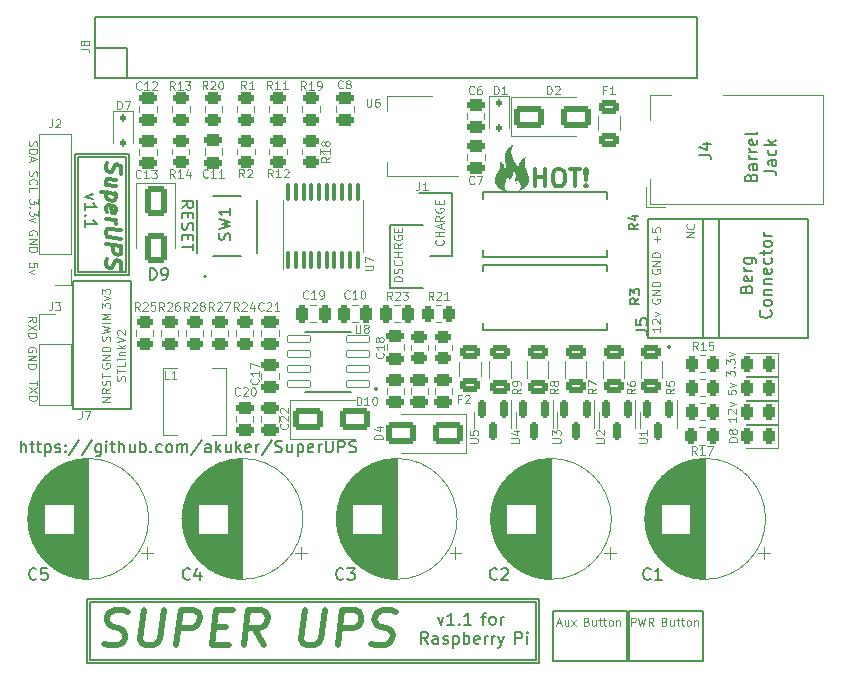
<source format=gbr>
%TF.GenerationSoftware,KiCad,Pcbnew,(7.0.0-0)*%
%TF.CreationDate,2023-04-09T21:16:23-05:00*%
%TF.ProjectId,ras_pi_supercap_ups,7261735f-7069-45f7-9375-706572636170,rev?*%
%TF.SameCoordinates,Original*%
%TF.FileFunction,Legend,Top*%
%TF.FilePolarity,Positive*%
%FSLAX46Y46*%
G04 Gerber Fmt 4.6, Leading zero omitted, Abs format (unit mm)*
G04 Created by KiCad (PCBNEW (7.0.0-0)) date 2023-04-09 21:16:23*
%MOMM*%
%LPD*%
G01*
G04 APERTURE LIST*
G04 Aperture macros list*
%AMRoundRect*
0 Rectangle with rounded corners*
0 $1 Rounding radius*
0 $2 $3 $4 $5 $6 $7 $8 $9 X,Y pos of 4 corners*
0 Add a 4 corners polygon primitive as box body*
4,1,4,$2,$3,$4,$5,$6,$7,$8,$9,$2,$3,0*
0 Add four circle primitives for the rounded corners*
1,1,$1+$1,$2,$3*
1,1,$1+$1,$4,$5*
1,1,$1+$1,$6,$7*
1,1,$1+$1,$8,$9*
0 Add four rect primitives between the rounded corners*
20,1,$1+$1,$2,$3,$4,$5,0*
20,1,$1+$1,$4,$5,$6,$7,0*
20,1,$1+$1,$6,$7,$8,$9,0*
20,1,$1+$1,$8,$9,$2,$3,0*%
G04 Aperture macros list end*
%ADD10C,0.150000*%
%ADD11C,0.200000*%
%ADD12C,0.100000*%
%ADD13C,0.300000*%
%ADD14C,0.500000*%
%ADD15C,0.325000*%
%ADD16C,0.120000*%
%ADD17C,0.127000*%
%ADD18RoundRect,0.243750X0.243750X0.456250X-0.243750X0.456250X-0.243750X-0.456250X0.243750X-0.456250X0*%
%ADD19RoundRect,0.112500X-0.112500X0.187500X-0.112500X-0.187500X0.112500X-0.187500X0.112500X0.187500X0*%
%ADD20RoundRect,0.150000X-0.150000X0.587500X-0.150000X-0.587500X0.150000X-0.587500X0.150000X0.587500X0*%
%ADD21RoundRect,0.250000X0.625000X-0.312500X0.625000X0.312500X-0.625000X0.312500X-0.625000X-0.312500X0*%
%ADD22R,2.000000X2.000000*%
%ADD23C,2.000000*%
%ADD24RoundRect,0.250000X0.475000X-0.250000X0.475000X0.250000X-0.475000X0.250000X-0.475000X-0.250000X0*%
%ADD25RoundRect,0.250000X-0.475000X0.250000X-0.475000X-0.250000X0.475000X-0.250000X0.475000X0.250000X0*%
%ADD26R,1.408000X1.408000*%
%ADD27C,1.408000*%
%ADD28C,2.700000*%
%ADD29RoundRect,0.250000X-0.450000X0.262500X-0.450000X-0.262500X0.450000X-0.262500X0.450000X0.262500X0*%
%ADD30R,2.500000X2.000000*%
%ADD31R,0.750000X1.000000*%
%ADD32RoundRect,0.250000X0.250000X0.475000X-0.250000X0.475000X-0.250000X-0.475000X0.250000X-0.475000X0*%
%ADD33RoundRect,0.250000X-0.262500X-0.450000X0.262500X-0.450000X0.262500X0.450000X-0.262500X0.450000X0*%
%ADD34RoundRect,0.250000X-0.250000X-0.475000X0.250000X-0.475000X0.250000X0.475000X-0.250000X0.475000X0*%
%ADD35RoundRect,0.250000X0.450000X-0.262500X0.450000X0.262500X-0.450000X0.262500X-0.450000X-0.262500X0*%
%ADD36R,4.000000X3.400000*%
%ADD37RoundRect,0.250000X1.000000X0.650000X-1.000000X0.650000X-1.000000X-0.650000X1.000000X-0.650000X0*%
%ADD38RoundRect,0.250000X0.262500X0.450000X-0.262500X0.450000X-0.262500X-0.450000X0.262500X-0.450000X0*%
%ADD39R,1.700000X1.700000*%
%ADD40O,1.700000X1.700000*%
%ADD41RoundRect,0.100000X0.100000X-0.637500X0.100000X0.637500X-0.100000X0.637500X-0.100000X-0.637500X0*%
%ADD42RoundRect,0.250000X-1.000000X-0.650000X1.000000X-0.650000X1.000000X0.650000X-1.000000X0.650000X0*%
%ADD43RoundRect,0.042000X0.943000X0.258000X-0.943000X0.258000X-0.943000X-0.258000X0.943000X-0.258000X0*%
%ADD44RoundRect,0.250000X0.625000X-0.375000X0.625000X0.375000X-0.625000X0.375000X-0.625000X-0.375000X0*%
%ADD45R,2.000000X1.500000*%
%ADD46R,2.000000X3.800000*%
%ADD47R,1.800000X4.400000*%
%ADD48O,1.800000X4.000000*%
%ADD49O,4.000000X1.800000*%
%ADD50RoundRect,0.250000X-0.650000X1.000000X-0.650000X-1.000000X0.650000X-1.000000X0.650000X1.000000X0*%
G04 APERTURE END LIST*
D10*
X55060000Y-123280031D02*
X59967000Y-123280031D01*
X59967000Y-123280031D02*
X59967000Y-134059968D01*
X59967000Y-134059968D02*
X55060000Y-134059968D01*
X55060000Y-134059968D02*
X55060000Y-123280031D01*
X81868000Y-118480000D02*
X81868000Y-123814000D01*
X59600000Y-106100000D02*
X59600000Y-103500000D01*
X56500000Y-150460000D02*
X94200000Y-150460000D01*
X94200000Y-150460000D02*
X94200000Y-155306000D01*
X94200000Y-155306000D02*
X56500000Y-155306000D01*
X56500000Y-155306000D02*
X56500000Y-150460000D01*
D11*
X56900000Y-100900000D02*
X107900000Y-100900000D01*
X107900000Y-100900000D02*
X107900000Y-106100000D01*
X107900000Y-106100000D02*
X56900000Y-106100000D01*
X56900000Y-106100000D02*
X56900000Y-100900000D01*
D10*
X87168000Y-121114000D02*
X85266000Y-121114000D01*
X56232000Y-150206000D02*
X94500000Y-150206000D01*
X94500000Y-150206000D02*
X94500000Y-155594000D01*
X94500000Y-155594000D02*
X56232000Y-155594000D01*
X56232000Y-155594000D02*
X56232000Y-150206000D01*
X84374000Y-115780000D02*
X87168000Y-115780000D01*
X56900000Y-103500000D02*
X59600000Y-103500000D01*
X84662000Y-118480000D02*
X81868000Y-118480000D01*
X102100000Y-151200000D02*
X108400000Y-151200000D01*
X108400000Y-151200000D02*
X108400000Y-155400000D01*
X108400000Y-155400000D02*
X102100000Y-155400000D01*
X102100000Y-155400000D02*
X102100000Y-151200000D01*
X81868000Y-123814000D02*
X84662000Y-123814000D01*
X95650000Y-151200000D02*
X101950000Y-151200000D01*
X101950000Y-151200000D02*
X101950000Y-155400000D01*
X101950000Y-155400000D02*
X95650000Y-155400000D01*
X95650000Y-155400000D02*
X95650000Y-151200000D01*
X87168000Y-115780000D02*
X87168000Y-121114000D01*
X55477000Y-112768000D02*
X59523000Y-112768000D01*
X59523000Y-112768000D02*
X59523000Y-122468000D01*
X59523000Y-122468000D02*
X55477000Y-122468000D01*
X55477000Y-122468000D02*
X55477000Y-112768000D01*
X55189000Y-112500000D02*
X59777000Y-112500000D01*
X59777000Y-112500000D02*
X59777000Y-122768000D01*
X59777000Y-122768000D02*
X55189000Y-122768000D01*
X55189000Y-122768000D02*
X55189000Y-112500000D01*
D12*
X107657166Y-119549999D02*
X106957166Y-119549999D01*
X106957166Y-119549999D02*
X107657166Y-119149999D01*
X107657166Y-119149999D02*
X106957166Y-119149999D01*
X107590500Y-118416666D02*
X107623833Y-118449999D01*
X107623833Y-118449999D02*
X107657166Y-118549999D01*
X107657166Y-118549999D02*
X107657166Y-118616666D01*
X107657166Y-118616666D02*
X107623833Y-118716666D01*
X107623833Y-118716666D02*
X107557166Y-118783333D01*
X107557166Y-118783333D02*
X107490500Y-118816666D01*
X107490500Y-118816666D02*
X107357166Y-118849999D01*
X107357166Y-118849999D02*
X107257166Y-118849999D01*
X107257166Y-118849999D02*
X107123833Y-118816666D01*
X107123833Y-118816666D02*
X107057166Y-118783333D01*
X107057166Y-118783333D02*
X106990500Y-118716666D01*
X106990500Y-118716666D02*
X106957166Y-118616666D01*
X106957166Y-118616666D02*
X106957166Y-118549999D01*
X106957166Y-118549999D02*
X106990500Y-118449999D01*
X106990500Y-118449999D02*
X107023833Y-118416666D01*
D10*
X112433571Y-114490476D02*
X112481190Y-114347619D01*
X112481190Y-114347619D02*
X112528809Y-114300000D01*
X112528809Y-114300000D02*
X112624047Y-114252381D01*
X112624047Y-114252381D02*
X112766904Y-114252381D01*
X112766904Y-114252381D02*
X112862142Y-114300000D01*
X112862142Y-114300000D02*
X112909761Y-114347619D01*
X112909761Y-114347619D02*
X112957380Y-114442857D01*
X112957380Y-114442857D02*
X112957380Y-114823809D01*
X112957380Y-114823809D02*
X111957380Y-114823809D01*
X111957380Y-114823809D02*
X111957380Y-114490476D01*
X111957380Y-114490476D02*
X112005000Y-114395238D01*
X112005000Y-114395238D02*
X112052619Y-114347619D01*
X112052619Y-114347619D02*
X112147857Y-114300000D01*
X112147857Y-114300000D02*
X112243095Y-114300000D01*
X112243095Y-114300000D02*
X112338333Y-114347619D01*
X112338333Y-114347619D02*
X112385952Y-114395238D01*
X112385952Y-114395238D02*
X112433571Y-114490476D01*
X112433571Y-114490476D02*
X112433571Y-114823809D01*
X112957380Y-113395238D02*
X112433571Y-113395238D01*
X112433571Y-113395238D02*
X112338333Y-113442857D01*
X112338333Y-113442857D02*
X112290714Y-113538095D01*
X112290714Y-113538095D02*
X112290714Y-113728571D01*
X112290714Y-113728571D02*
X112338333Y-113823809D01*
X112909761Y-113395238D02*
X112957380Y-113490476D01*
X112957380Y-113490476D02*
X112957380Y-113728571D01*
X112957380Y-113728571D02*
X112909761Y-113823809D01*
X112909761Y-113823809D02*
X112814523Y-113871428D01*
X112814523Y-113871428D02*
X112719285Y-113871428D01*
X112719285Y-113871428D02*
X112624047Y-113823809D01*
X112624047Y-113823809D02*
X112576428Y-113728571D01*
X112576428Y-113728571D02*
X112576428Y-113490476D01*
X112576428Y-113490476D02*
X112528809Y-113395238D01*
X112957380Y-112919047D02*
X112290714Y-112919047D01*
X112481190Y-112919047D02*
X112385952Y-112871428D01*
X112385952Y-112871428D02*
X112338333Y-112823809D01*
X112338333Y-112823809D02*
X112290714Y-112728571D01*
X112290714Y-112728571D02*
X112290714Y-112633333D01*
X112957380Y-112299999D02*
X112290714Y-112299999D01*
X112481190Y-112299999D02*
X112385952Y-112252380D01*
X112385952Y-112252380D02*
X112338333Y-112204761D01*
X112338333Y-112204761D02*
X112290714Y-112109523D01*
X112290714Y-112109523D02*
X112290714Y-112014285D01*
X112909761Y-111299999D02*
X112957380Y-111395237D01*
X112957380Y-111395237D02*
X112957380Y-111585713D01*
X112957380Y-111585713D02*
X112909761Y-111680951D01*
X112909761Y-111680951D02*
X112814523Y-111728570D01*
X112814523Y-111728570D02*
X112433571Y-111728570D01*
X112433571Y-111728570D02*
X112338333Y-111680951D01*
X112338333Y-111680951D02*
X112290714Y-111585713D01*
X112290714Y-111585713D02*
X112290714Y-111395237D01*
X112290714Y-111395237D02*
X112338333Y-111299999D01*
X112338333Y-111299999D02*
X112433571Y-111252380D01*
X112433571Y-111252380D02*
X112528809Y-111252380D01*
X112528809Y-111252380D02*
X112624047Y-111728570D01*
X112957380Y-110680951D02*
X112909761Y-110776189D01*
X112909761Y-110776189D02*
X112814523Y-110823808D01*
X112814523Y-110823808D02*
X111957380Y-110823808D01*
X113577380Y-113942857D02*
X114291666Y-113942857D01*
X114291666Y-113942857D02*
X114434523Y-113990476D01*
X114434523Y-113990476D02*
X114529761Y-114085714D01*
X114529761Y-114085714D02*
X114577380Y-114228571D01*
X114577380Y-114228571D02*
X114577380Y-114323809D01*
X114577380Y-113038095D02*
X114053571Y-113038095D01*
X114053571Y-113038095D02*
X113958333Y-113085714D01*
X113958333Y-113085714D02*
X113910714Y-113180952D01*
X113910714Y-113180952D02*
X113910714Y-113371428D01*
X113910714Y-113371428D02*
X113958333Y-113466666D01*
X114529761Y-113038095D02*
X114577380Y-113133333D01*
X114577380Y-113133333D02*
X114577380Y-113371428D01*
X114577380Y-113371428D02*
X114529761Y-113466666D01*
X114529761Y-113466666D02*
X114434523Y-113514285D01*
X114434523Y-113514285D02*
X114339285Y-113514285D01*
X114339285Y-113514285D02*
X114244047Y-113466666D01*
X114244047Y-113466666D02*
X114196428Y-113371428D01*
X114196428Y-113371428D02*
X114196428Y-113133333D01*
X114196428Y-113133333D02*
X114148809Y-113038095D01*
X114529761Y-112133333D02*
X114577380Y-112228571D01*
X114577380Y-112228571D02*
X114577380Y-112419047D01*
X114577380Y-112419047D02*
X114529761Y-112514285D01*
X114529761Y-112514285D02*
X114482142Y-112561904D01*
X114482142Y-112561904D02*
X114386904Y-112609523D01*
X114386904Y-112609523D02*
X114101190Y-112609523D01*
X114101190Y-112609523D02*
X114005952Y-112561904D01*
X114005952Y-112561904D02*
X113958333Y-112514285D01*
X113958333Y-112514285D02*
X113910714Y-112419047D01*
X113910714Y-112419047D02*
X113910714Y-112228571D01*
X113910714Y-112228571D02*
X113958333Y-112133333D01*
X114577380Y-111704761D02*
X113577380Y-111704761D01*
X114196428Y-111609523D02*
X114577380Y-111323809D01*
X113910714Y-111323809D02*
X114291666Y-111704761D01*
D13*
X94157142Y-115251071D02*
X94157142Y-113751071D01*
X94157142Y-114465357D02*
X95014285Y-114465357D01*
X95014285Y-115251071D02*
X95014285Y-113751071D01*
X96014286Y-113751071D02*
X96300000Y-113751071D01*
X96300000Y-113751071D02*
X96442857Y-113822500D01*
X96442857Y-113822500D02*
X96585714Y-113965357D01*
X96585714Y-113965357D02*
X96657143Y-114251071D01*
X96657143Y-114251071D02*
X96657143Y-114751071D01*
X96657143Y-114751071D02*
X96585714Y-115036785D01*
X96585714Y-115036785D02*
X96442857Y-115179642D01*
X96442857Y-115179642D02*
X96300000Y-115251071D01*
X96300000Y-115251071D02*
X96014286Y-115251071D01*
X96014286Y-115251071D02*
X95871429Y-115179642D01*
X95871429Y-115179642D02*
X95728571Y-115036785D01*
X95728571Y-115036785D02*
X95657143Y-114751071D01*
X95657143Y-114751071D02*
X95657143Y-114251071D01*
X95657143Y-114251071D02*
X95728571Y-113965357D01*
X95728571Y-113965357D02*
X95871429Y-113822500D01*
X95871429Y-113822500D02*
X96014286Y-113751071D01*
X97085715Y-113751071D02*
X97942858Y-113751071D01*
X97514286Y-115251071D02*
X97514286Y-113751071D01*
X98442857Y-115108214D02*
X98514286Y-115179642D01*
X98514286Y-115179642D02*
X98442857Y-115251071D01*
X98442857Y-115251071D02*
X98371429Y-115179642D01*
X98371429Y-115179642D02*
X98442857Y-115108214D01*
X98442857Y-115108214D02*
X98442857Y-115251071D01*
X98442857Y-114679642D02*
X98371429Y-113822500D01*
X98371429Y-113822500D02*
X98442857Y-113751071D01*
X98442857Y-113751071D02*
X98514286Y-113822500D01*
X98514286Y-113822500D02*
X98442857Y-114679642D01*
X98442857Y-114679642D02*
X98442857Y-113751071D01*
D10*
X85923809Y-151690714D02*
X86161904Y-152357380D01*
X86161904Y-152357380D02*
X86399999Y-151690714D01*
X87304761Y-152357380D02*
X86733333Y-152357380D01*
X87019047Y-152357380D02*
X87019047Y-151357380D01*
X87019047Y-151357380D02*
X86923809Y-151500238D01*
X86923809Y-151500238D02*
X86828571Y-151595476D01*
X86828571Y-151595476D02*
X86733333Y-151643095D01*
X87733333Y-152262142D02*
X87780952Y-152309761D01*
X87780952Y-152309761D02*
X87733333Y-152357380D01*
X87733333Y-152357380D02*
X87685714Y-152309761D01*
X87685714Y-152309761D02*
X87733333Y-152262142D01*
X87733333Y-152262142D02*
X87733333Y-152357380D01*
X88733332Y-152357380D02*
X88161904Y-152357380D01*
X88447618Y-152357380D02*
X88447618Y-151357380D01*
X88447618Y-151357380D02*
X88352380Y-151500238D01*
X88352380Y-151500238D02*
X88257142Y-151595476D01*
X88257142Y-151595476D02*
X88161904Y-151643095D01*
X89619047Y-151690714D02*
X89999999Y-151690714D01*
X89761904Y-152357380D02*
X89761904Y-151500238D01*
X89761904Y-151500238D02*
X89809523Y-151405000D01*
X89809523Y-151405000D02*
X89904761Y-151357380D01*
X89904761Y-151357380D02*
X89999999Y-151357380D01*
X90476190Y-152357380D02*
X90380952Y-152309761D01*
X90380952Y-152309761D02*
X90333333Y-152262142D01*
X90333333Y-152262142D02*
X90285714Y-152166904D01*
X90285714Y-152166904D02*
X90285714Y-151881190D01*
X90285714Y-151881190D02*
X90333333Y-151785952D01*
X90333333Y-151785952D02*
X90380952Y-151738333D01*
X90380952Y-151738333D02*
X90476190Y-151690714D01*
X90476190Y-151690714D02*
X90619047Y-151690714D01*
X90619047Y-151690714D02*
X90714285Y-151738333D01*
X90714285Y-151738333D02*
X90761904Y-151785952D01*
X90761904Y-151785952D02*
X90809523Y-151881190D01*
X90809523Y-151881190D02*
X90809523Y-152166904D01*
X90809523Y-152166904D02*
X90761904Y-152262142D01*
X90761904Y-152262142D02*
X90714285Y-152309761D01*
X90714285Y-152309761D02*
X90619047Y-152357380D01*
X90619047Y-152357380D02*
X90476190Y-152357380D01*
X91238095Y-152357380D02*
X91238095Y-151690714D01*
X91238095Y-151881190D02*
X91285714Y-151785952D01*
X91285714Y-151785952D02*
X91333333Y-151738333D01*
X91333333Y-151738333D02*
X91428571Y-151690714D01*
X91428571Y-151690714D02*
X91523809Y-151690714D01*
X85080951Y-153977380D02*
X84747618Y-153501190D01*
X84509523Y-153977380D02*
X84509523Y-152977380D01*
X84509523Y-152977380D02*
X84890475Y-152977380D01*
X84890475Y-152977380D02*
X84985713Y-153025000D01*
X84985713Y-153025000D02*
X85033332Y-153072619D01*
X85033332Y-153072619D02*
X85080951Y-153167857D01*
X85080951Y-153167857D02*
X85080951Y-153310714D01*
X85080951Y-153310714D02*
X85033332Y-153405952D01*
X85033332Y-153405952D02*
X84985713Y-153453571D01*
X84985713Y-153453571D02*
X84890475Y-153501190D01*
X84890475Y-153501190D02*
X84509523Y-153501190D01*
X85938094Y-153977380D02*
X85938094Y-153453571D01*
X85938094Y-153453571D02*
X85890475Y-153358333D01*
X85890475Y-153358333D02*
X85795237Y-153310714D01*
X85795237Y-153310714D02*
X85604761Y-153310714D01*
X85604761Y-153310714D02*
X85509523Y-153358333D01*
X85938094Y-153929761D02*
X85842856Y-153977380D01*
X85842856Y-153977380D02*
X85604761Y-153977380D01*
X85604761Y-153977380D02*
X85509523Y-153929761D01*
X85509523Y-153929761D02*
X85461904Y-153834523D01*
X85461904Y-153834523D02*
X85461904Y-153739285D01*
X85461904Y-153739285D02*
X85509523Y-153644047D01*
X85509523Y-153644047D02*
X85604761Y-153596428D01*
X85604761Y-153596428D02*
X85842856Y-153596428D01*
X85842856Y-153596428D02*
X85938094Y-153548809D01*
X86366666Y-153929761D02*
X86461904Y-153977380D01*
X86461904Y-153977380D02*
X86652380Y-153977380D01*
X86652380Y-153977380D02*
X86747618Y-153929761D01*
X86747618Y-153929761D02*
X86795237Y-153834523D01*
X86795237Y-153834523D02*
X86795237Y-153786904D01*
X86795237Y-153786904D02*
X86747618Y-153691666D01*
X86747618Y-153691666D02*
X86652380Y-153644047D01*
X86652380Y-153644047D02*
X86509523Y-153644047D01*
X86509523Y-153644047D02*
X86414285Y-153596428D01*
X86414285Y-153596428D02*
X86366666Y-153501190D01*
X86366666Y-153501190D02*
X86366666Y-153453571D01*
X86366666Y-153453571D02*
X86414285Y-153358333D01*
X86414285Y-153358333D02*
X86509523Y-153310714D01*
X86509523Y-153310714D02*
X86652380Y-153310714D01*
X86652380Y-153310714D02*
X86747618Y-153358333D01*
X87223809Y-153310714D02*
X87223809Y-154310714D01*
X87223809Y-153358333D02*
X87319047Y-153310714D01*
X87319047Y-153310714D02*
X87509523Y-153310714D01*
X87509523Y-153310714D02*
X87604761Y-153358333D01*
X87604761Y-153358333D02*
X87652380Y-153405952D01*
X87652380Y-153405952D02*
X87699999Y-153501190D01*
X87699999Y-153501190D02*
X87699999Y-153786904D01*
X87699999Y-153786904D02*
X87652380Y-153882142D01*
X87652380Y-153882142D02*
X87604761Y-153929761D01*
X87604761Y-153929761D02*
X87509523Y-153977380D01*
X87509523Y-153977380D02*
X87319047Y-153977380D01*
X87319047Y-153977380D02*
X87223809Y-153929761D01*
X88128571Y-153977380D02*
X88128571Y-152977380D01*
X88128571Y-153358333D02*
X88223809Y-153310714D01*
X88223809Y-153310714D02*
X88414285Y-153310714D01*
X88414285Y-153310714D02*
X88509523Y-153358333D01*
X88509523Y-153358333D02*
X88557142Y-153405952D01*
X88557142Y-153405952D02*
X88604761Y-153501190D01*
X88604761Y-153501190D02*
X88604761Y-153786904D01*
X88604761Y-153786904D02*
X88557142Y-153882142D01*
X88557142Y-153882142D02*
X88509523Y-153929761D01*
X88509523Y-153929761D02*
X88414285Y-153977380D01*
X88414285Y-153977380D02*
X88223809Y-153977380D01*
X88223809Y-153977380D02*
X88128571Y-153929761D01*
X89414285Y-153929761D02*
X89319047Y-153977380D01*
X89319047Y-153977380D02*
X89128571Y-153977380D01*
X89128571Y-153977380D02*
X89033333Y-153929761D01*
X89033333Y-153929761D02*
X88985714Y-153834523D01*
X88985714Y-153834523D02*
X88985714Y-153453571D01*
X88985714Y-153453571D02*
X89033333Y-153358333D01*
X89033333Y-153358333D02*
X89128571Y-153310714D01*
X89128571Y-153310714D02*
X89319047Y-153310714D01*
X89319047Y-153310714D02*
X89414285Y-153358333D01*
X89414285Y-153358333D02*
X89461904Y-153453571D01*
X89461904Y-153453571D02*
X89461904Y-153548809D01*
X89461904Y-153548809D02*
X88985714Y-153644047D01*
X89890476Y-153977380D02*
X89890476Y-153310714D01*
X89890476Y-153501190D02*
X89938095Y-153405952D01*
X89938095Y-153405952D02*
X89985714Y-153358333D01*
X89985714Y-153358333D02*
X90080952Y-153310714D01*
X90080952Y-153310714D02*
X90176190Y-153310714D01*
X90509524Y-153977380D02*
X90509524Y-153310714D01*
X90509524Y-153501190D02*
X90557143Y-153405952D01*
X90557143Y-153405952D02*
X90604762Y-153358333D01*
X90604762Y-153358333D02*
X90700000Y-153310714D01*
X90700000Y-153310714D02*
X90795238Y-153310714D01*
X91033334Y-153310714D02*
X91271429Y-153977380D01*
X91509524Y-153310714D02*
X91271429Y-153977380D01*
X91271429Y-153977380D02*
X91176191Y-154215476D01*
X91176191Y-154215476D02*
X91128572Y-154263095D01*
X91128572Y-154263095D02*
X91033334Y-154310714D01*
X92490477Y-153977380D02*
X92490477Y-152977380D01*
X92490477Y-152977380D02*
X92871429Y-152977380D01*
X92871429Y-152977380D02*
X92966667Y-153025000D01*
X92966667Y-153025000D02*
X93014286Y-153072619D01*
X93014286Y-153072619D02*
X93061905Y-153167857D01*
X93061905Y-153167857D02*
X93061905Y-153310714D01*
X93061905Y-153310714D02*
X93014286Y-153405952D01*
X93014286Y-153405952D02*
X92966667Y-153453571D01*
X92966667Y-153453571D02*
X92871429Y-153501190D01*
X92871429Y-153501190D02*
X92490477Y-153501190D01*
X93490477Y-153977380D02*
X93490477Y-153310714D01*
X93490477Y-152977380D02*
X93442858Y-153025000D01*
X93442858Y-153025000D02*
X93490477Y-153072619D01*
X93490477Y-153072619D02*
X93538096Y-153025000D01*
X93538096Y-153025000D02*
X93490477Y-152977380D01*
X93490477Y-152977380D02*
X93490477Y-153072619D01*
D12*
X86342500Y-119786666D02*
X86375833Y-119819999D01*
X86375833Y-119819999D02*
X86409166Y-119919999D01*
X86409166Y-119919999D02*
X86409166Y-119986666D01*
X86409166Y-119986666D02*
X86375833Y-120086666D01*
X86375833Y-120086666D02*
X86309166Y-120153333D01*
X86309166Y-120153333D02*
X86242500Y-120186666D01*
X86242500Y-120186666D02*
X86109166Y-120219999D01*
X86109166Y-120219999D02*
X86009166Y-120219999D01*
X86009166Y-120219999D02*
X85875833Y-120186666D01*
X85875833Y-120186666D02*
X85809166Y-120153333D01*
X85809166Y-120153333D02*
X85742500Y-120086666D01*
X85742500Y-120086666D02*
X85709166Y-119986666D01*
X85709166Y-119986666D02*
X85709166Y-119919999D01*
X85709166Y-119919999D02*
X85742500Y-119819999D01*
X85742500Y-119819999D02*
X85775833Y-119786666D01*
X86409166Y-119486666D02*
X85709166Y-119486666D01*
X86042500Y-119486666D02*
X86042500Y-119086666D01*
X86409166Y-119086666D02*
X85709166Y-119086666D01*
X86209166Y-118786666D02*
X86209166Y-118453333D01*
X86409166Y-118853333D02*
X85709166Y-118620000D01*
X85709166Y-118620000D02*
X86409166Y-118386666D01*
X86409166Y-117753333D02*
X86075833Y-117986666D01*
X86409166Y-118153333D02*
X85709166Y-118153333D01*
X85709166Y-118153333D02*
X85709166Y-117886666D01*
X85709166Y-117886666D02*
X85742500Y-117820000D01*
X85742500Y-117820000D02*
X85775833Y-117786666D01*
X85775833Y-117786666D02*
X85842500Y-117753333D01*
X85842500Y-117753333D02*
X85942500Y-117753333D01*
X85942500Y-117753333D02*
X86009166Y-117786666D01*
X86009166Y-117786666D02*
X86042500Y-117820000D01*
X86042500Y-117820000D02*
X86075833Y-117886666D01*
X86075833Y-117886666D02*
X86075833Y-118153333D01*
X85742500Y-117086666D02*
X85709166Y-117153333D01*
X85709166Y-117153333D02*
X85709166Y-117253333D01*
X85709166Y-117253333D02*
X85742500Y-117353333D01*
X85742500Y-117353333D02*
X85809166Y-117420000D01*
X85809166Y-117420000D02*
X85875833Y-117453333D01*
X85875833Y-117453333D02*
X86009166Y-117486666D01*
X86009166Y-117486666D02*
X86109166Y-117486666D01*
X86109166Y-117486666D02*
X86242500Y-117453333D01*
X86242500Y-117453333D02*
X86309166Y-117420000D01*
X86309166Y-117420000D02*
X86375833Y-117353333D01*
X86375833Y-117353333D02*
X86409166Y-117253333D01*
X86409166Y-117253333D02*
X86409166Y-117186666D01*
X86409166Y-117186666D02*
X86375833Y-117086666D01*
X86375833Y-117086666D02*
X86342500Y-117053333D01*
X86342500Y-117053333D02*
X86109166Y-117053333D01*
X86109166Y-117053333D02*
X86109166Y-117186666D01*
X86042500Y-116753333D02*
X86042500Y-116520000D01*
X86409166Y-116420000D02*
X86409166Y-116753333D01*
X86409166Y-116753333D02*
X85709166Y-116753333D01*
X85709166Y-116753333D02*
X85709166Y-116420000D01*
X51338166Y-113974666D02*
X51304833Y-114074666D01*
X51304833Y-114074666D02*
X51304833Y-114241333D01*
X51304833Y-114241333D02*
X51338166Y-114307999D01*
X51338166Y-114307999D02*
X51371500Y-114341333D01*
X51371500Y-114341333D02*
X51438166Y-114374666D01*
X51438166Y-114374666D02*
X51504833Y-114374666D01*
X51504833Y-114374666D02*
X51571500Y-114341333D01*
X51571500Y-114341333D02*
X51604833Y-114307999D01*
X51604833Y-114307999D02*
X51638166Y-114241333D01*
X51638166Y-114241333D02*
X51671500Y-114107999D01*
X51671500Y-114107999D02*
X51704833Y-114041333D01*
X51704833Y-114041333D02*
X51738166Y-114007999D01*
X51738166Y-114007999D02*
X51804833Y-113974666D01*
X51804833Y-113974666D02*
X51871500Y-113974666D01*
X51871500Y-113974666D02*
X51938166Y-114007999D01*
X51938166Y-114007999D02*
X51971500Y-114041333D01*
X51971500Y-114041333D02*
X52004833Y-114107999D01*
X52004833Y-114107999D02*
X52004833Y-114274666D01*
X52004833Y-114274666D02*
X51971500Y-114374666D01*
X51371500Y-115074666D02*
X51338166Y-115041333D01*
X51338166Y-115041333D02*
X51304833Y-114941333D01*
X51304833Y-114941333D02*
X51304833Y-114874666D01*
X51304833Y-114874666D02*
X51338166Y-114774666D01*
X51338166Y-114774666D02*
X51404833Y-114708000D01*
X51404833Y-114708000D02*
X51471500Y-114674666D01*
X51471500Y-114674666D02*
X51604833Y-114641333D01*
X51604833Y-114641333D02*
X51704833Y-114641333D01*
X51704833Y-114641333D02*
X51838166Y-114674666D01*
X51838166Y-114674666D02*
X51904833Y-114708000D01*
X51904833Y-114708000D02*
X51971500Y-114774666D01*
X51971500Y-114774666D02*
X52004833Y-114874666D01*
X52004833Y-114874666D02*
X52004833Y-114941333D01*
X52004833Y-114941333D02*
X51971500Y-115041333D01*
X51971500Y-115041333D02*
X51938166Y-115074666D01*
X51304833Y-115708000D02*
X51304833Y-115374666D01*
X51304833Y-115374666D02*
X52004833Y-115374666D01*
D14*
X57649999Y-153959285D02*
X58060714Y-154102142D01*
X58060714Y-154102142D02*
X58774999Y-154102142D01*
X58774999Y-154102142D02*
X59078571Y-153959285D01*
X59078571Y-153959285D02*
X59239285Y-153816428D01*
X59239285Y-153816428D02*
X59417857Y-153530714D01*
X59417857Y-153530714D02*
X59453571Y-153245000D01*
X59453571Y-153245000D02*
X59346428Y-152959285D01*
X59346428Y-152959285D02*
X59221428Y-152816428D01*
X59221428Y-152816428D02*
X58953571Y-152673571D01*
X58953571Y-152673571D02*
X58399999Y-152530714D01*
X58399999Y-152530714D02*
X58132142Y-152387857D01*
X58132142Y-152387857D02*
X58007142Y-152245000D01*
X58007142Y-152245000D02*
X57899999Y-151959285D01*
X57899999Y-151959285D02*
X57935714Y-151673571D01*
X57935714Y-151673571D02*
X58114285Y-151387857D01*
X58114285Y-151387857D02*
X58274999Y-151245000D01*
X58274999Y-151245000D02*
X58578571Y-151102142D01*
X58578571Y-151102142D02*
X59292857Y-151102142D01*
X59292857Y-151102142D02*
X59703571Y-151245000D01*
X61007142Y-151102142D02*
X60703571Y-153530714D01*
X60703571Y-153530714D02*
X60810714Y-153816428D01*
X60810714Y-153816428D02*
X60935714Y-153959285D01*
X60935714Y-153959285D02*
X61203571Y-154102142D01*
X61203571Y-154102142D02*
X61775000Y-154102142D01*
X61775000Y-154102142D02*
X62078571Y-153959285D01*
X62078571Y-153959285D02*
X62239285Y-153816428D01*
X62239285Y-153816428D02*
X62417857Y-153530714D01*
X62417857Y-153530714D02*
X62721428Y-151102142D01*
X63774999Y-154102142D02*
X64149999Y-151102142D01*
X64149999Y-151102142D02*
X65292857Y-151102142D01*
X65292857Y-151102142D02*
X65560714Y-151245000D01*
X65560714Y-151245000D02*
X65685714Y-151387857D01*
X65685714Y-151387857D02*
X65792857Y-151673571D01*
X65792857Y-151673571D02*
X65739285Y-152102142D01*
X65739285Y-152102142D02*
X65560714Y-152387857D01*
X65560714Y-152387857D02*
X65399999Y-152530714D01*
X65399999Y-152530714D02*
X65096428Y-152673571D01*
X65096428Y-152673571D02*
X63953571Y-152673571D01*
X66971428Y-152530714D02*
X67971428Y-152530714D01*
X68203571Y-154102142D02*
X66774999Y-154102142D01*
X66774999Y-154102142D02*
X67149999Y-151102142D01*
X67149999Y-151102142D02*
X68578571Y-151102142D01*
X71203571Y-154102142D02*
X70382143Y-152673571D01*
X69489285Y-154102142D02*
X69864285Y-151102142D01*
X69864285Y-151102142D02*
X71007143Y-151102142D01*
X71007143Y-151102142D02*
X71275000Y-151245000D01*
X71275000Y-151245000D02*
X71400000Y-151387857D01*
X71400000Y-151387857D02*
X71507143Y-151673571D01*
X71507143Y-151673571D02*
X71453571Y-152102142D01*
X71453571Y-152102142D02*
X71275000Y-152387857D01*
X71275000Y-152387857D02*
X71114285Y-152530714D01*
X71114285Y-152530714D02*
X70810714Y-152673571D01*
X70810714Y-152673571D02*
X69667857Y-152673571D01*
X74664285Y-151102142D02*
X74360714Y-153530714D01*
X74360714Y-153530714D02*
X74467857Y-153816428D01*
X74467857Y-153816428D02*
X74592857Y-153959285D01*
X74592857Y-153959285D02*
X74860714Y-154102142D01*
X74860714Y-154102142D02*
X75432143Y-154102142D01*
X75432143Y-154102142D02*
X75735714Y-153959285D01*
X75735714Y-153959285D02*
X75896428Y-153816428D01*
X75896428Y-153816428D02*
X76075000Y-153530714D01*
X76075000Y-153530714D02*
X76378571Y-151102142D01*
X77432142Y-154102142D02*
X77807142Y-151102142D01*
X77807142Y-151102142D02*
X78950000Y-151102142D01*
X78950000Y-151102142D02*
X79217857Y-151245000D01*
X79217857Y-151245000D02*
X79342857Y-151387857D01*
X79342857Y-151387857D02*
X79450000Y-151673571D01*
X79450000Y-151673571D02*
X79396428Y-152102142D01*
X79396428Y-152102142D02*
X79217857Y-152387857D01*
X79217857Y-152387857D02*
X79057142Y-152530714D01*
X79057142Y-152530714D02*
X78753571Y-152673571D01*
X78753571Y-152673571D02*
X77610714Y-152673571D01*
X80307142Y-153959285D02*
X80717857Y-154102142D01*
X80717857Y-154102142D02*
X81432142Y-154102142D01*
X81432142Y-154102142D02*
X81735714Y-153959285D01*
X81735714Y-153959285D02*
X81896428Y-153816428D01*
X81896428Y-153816428D02*
X82075000Y-153530714D01*
X82075000Y-153530714D02*
X82110714Y-153245000D01*
X82110714Y-153245000D02*
X82003571Y-152959285D01*
X82003571Y-152959285D02*
X81878571Y-152816428D01*
X81878571Y-152816428D02*
X81610714Y-152673571D01*
X81610714Y-152673571D02*
X81057142Y-152530714D01*
X81057142Y-152530714D02*
X80789285Y-152387857D01*
X80789285Y-152387857D02*
X80664285Y-152245000D01*
X80664285Y-152245000D02*
X80557142Y-151959285D01*
X80557142Y-151959285D02*
X80592857Y-151673571D01*
X80592857Y-151673571D02*
X80771428Y-151387857D01*
X80771428Y-151387857D02*
X80932142Y-151245000D01*
X80932142Y-151245000D02*
X81235714Y-151102142D01*
X81235714Y-151102142D02*
X81950000Y-151102142D01*
X81950000Y-151102142D02*
X82360714Y-151245000D01*
D12*
X96033333Y-152257166D02*
X96366666Y-152257166D01*
X95966666Y-152457166D02*
X96200000Y-151757166D01*
X96200000Y-151757166D02*
X96433333Y-152457166D01*
X96966666Y-151990500D02*
X96966666Y-152457166D01*
X96666666Y-151990500D02*
X96666666Y-152357166D01*
X96666666Y-152357166D02*
X96700000Y-152423833D01*
X96700000Y-152423833D02*
X96766666Y-152457166D01*
X96766666Y-152457166D02*
X96866666Y-152457166D01*
X96866666Y-152457166D02*
X96933333Y-152423833D01*
X96933333Y-152423833D02*
X96966666Y-152390500D01*
X97233333Y-152457166D02*
X97599999Y-151990500D01*
X97233333Y-151990500D02*
X97599999Y-152457166D01*
X98520000Y-152090500D02*
X98620000Y-152123833D01*
X98620000Y-152123833D02*
X98653333Y-152157166D01*
X98653333Y-152157166D02*
X98686666Y-152223833D01*
X98686666Y-152223833D02*
X98686666Y-152323833D01*
X98686666Y-152323833D02*
X98653333Y-152390500D01*
X98653333Y-152390500D02*
X98620000Y-152423833D01*
X98620000Y-152423833D02*
X98553333Y-152457166D01*
X98553333Y-152457166D02*
X98286666Y-152457166D01*
X98286666Y-152457166D02*
X98286666Y-151757166D01*
X98286666Y-151757166D02*
X98520000Y-151757166D01*
X98520000Y-151757166D02*
X98586666Y-151790500D01*
X98586666Y-151790500D02*
X98620000Y-151823833D01*
X98620000Y-151823833D02*
X98653333Y-151890500D01*
X98653333Y-151890500D02*
X98653333Y-151957166D01*
X98653333Y-151957166D02*
X98620000Y-152023833D01*
X98620000Y-152023833D02*
X98586666Y-152057166D01*
X98586666Y-152057166D02*
X98520000Y-152090500D01*
X98520000Y-152090500D02*
X98286666Y-152090500D01*
X99286666Y-151990500D02*
X99286666Y-152457166D01*
X98986666Y-151990500D02*
X98986666Y-152357166D01*
X98986666Y-152357166D02*
X99020000Y-152423833D01*
X99020000Y-152423833D02*
X99086666Y-152457166D01*
X99086666Y-152457166D02*
X99186666Y-152457166D01*
X99186666Y-152457166D02*
X99253333Y-152423833D01*
X99253333Y-152423833D02*
X99286666Y-152390500D01*
X99519999Y-151990500D02*
X99786666Y-151990500D01*
X99619999Y-151757166D02*
X99619999Y-152357166D01*
X99619999Y-152357166D02*
X99653333Y-152423833D01*
X99653333Y-152423833D02*
X99719999Y-152457166D01*
X99719999Y-152457166D02*
X99786666Y-152457166D01*
X99919999Y-151990500D02*
X100186666Y-151990500D01*
X100019999Y-151757166D02*
X100019999Y-152357166D01*
X100019999Y-152357166D02*
X100053333Y-152423833D01*
X100053333Y-152423833D02*
X100119999Y-152457166D01*
X100119999Y-152457166D02*
X100186666Y-152457166D01*
X100519999Y-152457166D02*
X100453333Y-152423833D01*
X100453333Y-152423833D02*
X100419999Y-152390500D01*
X100419999Y-152390500D02*
X100386666Y-152323833D01*
X100386666Y-152323833D02*
X100386666Y-152123833D01*
X100386666Y-152123833D02*
X100419999Y-152057166D01*
X100419999Y-152057166D02*
X100453333Y-152023833D01*
X100453333Y-152023833D02*
X100519999Y-151990500D01*
X100519999Y-151990500D02*
X100619999Y-151990500D01*
X100619999Y-151990500D02*
X100686666Y-152023833D01*
X100686666Y-152023833D02*
X100719999Y-152057166D01*
X100719999Y-152057166D02*
X100753333Y-152123833D01*
X100753333Y-152123833D02*
X100753333Y-152323833D01*
X100753333Y-152323833D02*
X100719999Y-152390500D01*
X100719999Y-152390500D02*
X100686666Y-152423833D01*
X100686666Y-152423833D02*
X100619999Y-152457166D01*
X100619999Y-152457166D02*
X100519999Y-152457166D01*
X101053332Y-151990500D02*
X101053332Y-152457166D01*
X101053332Y-152057166D02*
X101086666Y-152023833D01*
X101086666Y-152023833D02*
X101153332Y-151990500D01*
X101153332Y-151990500D02*
X101253332Y-151990500D01*
X101253332Y-151990500D02*
X101319999Y-152023833D01*
X101319999Y-152023833D02*
X101353332Y-152090500D01*
X101353332Y-152090500D02*
X101353332Y-152457166D01*
X51971500Y-119354667D02*
X52004833Y-119288000D01*
X52004833Y-119288000D02*
X52004833Y-119188000D01*
X52004833Y-119188000D02*
X51971500Y-119088000D01*
X51971500Y-119088000D02*
X51904833Y-119021334D01*
X51904833Y-119021334D02*
X51838166Y-118988000D01*
X51838166Y-118988000D02*
X51704833Y-118954667D01*
X51704833Y-118954667D02*
X51604833Y-118954667D01*
X51604833Y-118954667D02*
X51471500Y-118988000D01*
X51471500Y-118988000D02*
X51404833Y-119021334D01*
X51404833Y-119021334D02*
X51338166Y-119088000D01*
X51338166Y-119088000D02*
X51304833Y-119188000D01*
X51304833Y-119188000D02*
X51304833Y-119254667D01*
X51304833Y-119254667D02*
X51338166Y-119354667D01*
X51338166Y-119354667D02*
X51371500Y-119388000D01*
X51371500Y-119388000D02*
X51604833Y-119388000D01*
X51604833Y-119388000D02*
X51604833Y-119254667D01*
X51304833Y-119688000D02*
X52004833Y-119688000D01*
X52004833Y-119688000D02*
X51304833Y-120088000D01*
X51304833Y-120088000D02*
X52004833Y-120088000D01*
X51304833Y-120421333D02*
X52004833Y-120421333D01*
X52004833Y-120421333D02*
X52004833Y-120588000D01*
X52004833Y-120588000D02*
X51971500Y-120688000D01*
X51971500Y-120688000D02*
X51904833Y-120754667D01*
X51904833Y-120754667D02*
X51838166Y-120788000D01*
X51838166Y-120788000D02*
X51704833Y-120821333D01*
X51704833Y-120821333D02*
X51604833Y-120821333D01*
X51604833Y-120821333D02*
X51471500Y-120788000D01*
X51471500Y-120788000D02*
X51404833Y-120754667D01*
X51404833Y-120754667D02*
X51338166Y-120688000D01*
X51338166Y-120688000D02*
X51304833Y-120588000D01*
X51304833Y-120588000D02*
X51304833Y-120421333D01*
X110457166Y-132500000D02*
X110457166Y-132833333D01*
X110457166Y-132833333D02*
X110790500Y-132866666D01*
X110790500Y-132866666D02*
X110757166Y-132833333D01*
X110757166Y-132833333D02*
X110723833Y-132766666D01*
X110723833Y-132766666D02*
X110723833Y-132600000D01*
X110723833Y-132600000D02*
X110757166Y-132533333D01*
X110757166Y-132533333D02*
X110790500Y-132500000D01*
X110790500Y-132500000D02*
X110857166Y-132466666D01*
X110857166Y-132466666D02*
X111023833Y-132466666D01*
X111023833Y-132466666D02*
X111090500Y-132500000D01*
X111090500Y-132500000D02*
X111123833Y-132533333D01*
X111123833Y-132533333D02*
X111157166Y-132600000D01*
X111157166Y-132600000D02*
X111157166Y-132766666D01*
X111157166Y-132766666D02*
X111123833Y-132833333D01*
X111123833Y-132833333D02*
X111090500Y-132866666D01*
X110690500Y-132233333D02*
X111157166Y-132066666D01*
X111157166Y-132066666D02*
X110690500Y-131899999D01*
D10*
X50633332Y-137767380D02*
X50633332Y-136767380D01*
X51061903Y-137767380D02*
X51061903Y-137243571D01*
X51061903Y-137243571D02*
X51014284Y-137148333D01*
X51014284Y-137148333D02*
X50919046Y-137100714D01*
X50919046Y-137100714D02*
X50776189Y-137100714D01*
X50776189Y-137100714D02*
X50680951Y-137148333D01*
X50680951Y-137148333D02*
X50633332Y-137195952D01*
X51395237Y-137100714D02*
X51776189Y-137100714D01*
X51538094Y-136767380D02*
X51538094Y-137624523D01*
X51538094Y-137624523D02*
X51585713Y-137719761D01*
X51585713Y-137719761D02*
X51680951Y-137767380D01*
X51680951Y-137767380D02*
X51776189Y-137767380D01*
X51966666Y-137100714D02*
X52347618Y-137100714D01*
X52109523Y-136767380D02*
X52109523Y-137624523D01*
X52109523Y-137624523D02*
X52157142Y-137719761D01*
X52157142Y-137719761D02*
X52252380Y-137767380D01*
X52252380Y-137767380D02*
X52347618Y-137767380D01*
X52680952Y-137100714D02*
X52680952Y-138100714D01*
X52680952Y-137148333D02*
X52776190Y-137100714D01*
X52776190Y-137100714D02*
X52966666Y-137100714D01*
X52966666Y-137100714D02*
X53061904Y-137148333D01*
X53061904Y-137148333D02*
X53109523Y-137195952D01*
X53109523Y-137195952D02*
X53157142Y-137291190D01*
X53157142Y-137291190D02*
X53157142Y-137576904D01*
X53157142Y-137576904D02*
X53109523Y-137672142D01*
X53109523Y-137672142D02*
X53061904Y-137719761D01*
X53061904Y-137719761D02*
X52966666Y-137767380D01*
X52966666Y-137767380D02*
X52776190Y-137767380D01*
X52776190Y-137767380D02*
X52680952Y-137719761D01*
X53538095Y-137719761D02*
X53633333Y-137767380D01*
X53633333Y-137767380D02*
X53823809Y-137767380D01*
X53823809Y-137767380D02*
X53919047Y-137719761D01*
X53919047Y-137719761D02*
X53966666Y-137624523D01*
X53966666Y-137624523D02*
X53966666Y-137576904D01*
X53966666Y-137576904D02*
X53919047Y-137481666D01*
X53919047Y-137481666D02*
X53823809Y-137434047D01*
X53823809Y-137434047D02*
X53680952Y-137434047D01*
X53680952Y-137434047D02*
X53585714Y-137386428D01*
X53585714Y-137386428D02*
X53538095Y-137291190D01*
X53538095Y-137291190D02*
X53538095Y-137243571D01*
X53538095Y-137243571D02*
X53585714Y-137148333D01*
X53585714Y-137148333D02*
X53680952Y-137100714D01*
X53680952Y-137100714D02*
X53823809Y-137100714D01*
X53823809Y-137100714D02*
X53919047Y-137148333D01*
X54395238Y-137672142D02*
X54442857Y-137719761D01*
X54442857Y-137719761D02*
X54395238Y-137767380D01*
X54395238Y-137767380D02*
X54347619Y-137719761D01*
X54347619Y-137719761D02*
X54395238Y-137672142D01*
X54395238Y-137672142D02*
X54395238Y-137767380D01*
X54395238Y-137148333D02*
X54442857Y-137195952D01*
X54442857Y-137195952D02*
X54395238Y-137243571D01*
X54395238Y-137243571D02*
X54347619Y-137195952D01*
X54347619Y-137195952D02*
X54395238Y-137148333D01*
X54395238Y-137148333D02*
X54395238Y-137243571D01*
X55585713Y-136719761D02*
X54728571Y-138005476D01*
X56633332Y-136719761D02*
X55776190Y-138005476D01*
X57395237Y-137100714D02*
X57395237Y-137910238D01*
X57395237Y-137910238D02*
X57347618Y-138005476D01*
X57347618Y-138005476D02*
X57299999Y-138053095D01*
X57299999Y-138053095D02*
X57204761Y-138100714D01*
X57204761Y-138100714D02*
X57061904Y-138100714D01*
X57061904Y-138100714D02*
X56966666Y-138053095D01*
X57395237Y-137719761D02*
X57299999Y-137767380D01*
X57299999Y-137767380D02*
X57109523Y-137767380D01*
X57109523Y-137767380D02*
X57014285Y-137719761D01*
X57014285Y-137719761D02*
X56966666Y-137672142D01*
X56966666Y-137672142D02*
X56919047Y-137576904D01*
X56919047Y-137576904D02*
X56919047Y-137291190D01*
X56919047Y-137291190D02*
X56966666Y-137195952D01*
X56966666Y-137195952D02*
X57014285Y-137148333D01*
X57014285Y-137148333D02*
X57109523Y-137100714D01*
X57109523Y-137100714D02*
X57299999Y-137100714D01*
X57299999Y-137100714D02*
X57395237Y-137148333D01*
X57871428Y-137767380D02*
X57871428Y-137100714D01*
X57871428Y-136767380D02*
X57823809Y-136815000D01*
X57823809Y-136815000D02*
X57871428Y-136862619D01*
X57871428Y-136862619D02*
X57919047Y-136815000D01*
X57919047Y-136815000D02*
X57871428Y-136767380D01*
X57871428Y-136767380D02*
X57871428Y-136862619D01*
X58204761Y-137100714D02*
X58585713Y-137100714D01*
X58347618Y-136767380D02*
X58347618Y-137624523D01*
X58347618Y-137624523D02*
X58395237Y-137719761D01*
X58395237Y-137719761D02*
X58490475Y-137767380D01*
X58490475Y-137767380D02*
X58585713Y-137767380D01*
X58919047Y-137767380D02*
X58919047Y-136767380D01*
X59347618Y-137767380D02*
X59347618Y-137243571D01*
X59347618Y-137243571D02*
X59299999Y-137148333D01*
X59299999Y-137148333D02*
X59204761Y-137100714D01*
X59204761Y-137100714D02*
X59061904Y-137100714D01*
X59061904Y-137100714D02*
X58966666Y-137148333D01*
X58966666Y-137148333D02*
X58919047Y-137195952D01*
X60252380Y-137100714D02*
X60252380Y-137767380D01*
X59823809Y-137100714D02*
X59823809Y-137624523D01*
X59823809Y-137624523D02*
X59871428Y-137719761D01*
X59871428Y-137719761D02*
X59966666Y-137767380D01*
X59966666Y-137767380D02*
X60109523Y-137767380D01*
X60109523Y-137767380D02*
X60204761Y-137719761D01*
X60204761Y-137719761D02*
X60252380Y-137672142D01*
X60728571Y-137767380D02*
X60728571Y-136767380D01*
X60728571Y-137148333D02*
X60823809Y-137100714D01*
X60823809Y-137100714D02*
X61014285Y-137100714D01*
X61014285Y-137100714D02*
X61109523Y-137148333D01*
X61109523Y-137148333D02*
X61157142Y-137195952D01*
X61157142Y-137195952D02*
X61204761Y-137291190D01*
X61204761Y-137291190D02*
X61204761Y-137576904D01*
X61204761Y-137576904D02*
X61157142Y-137672142D01*
X61157142Y-137672142D02*
X61109523Y-137719761D01*
X61109523Y-137719761D02*
X61014285Y-137767380D01*
X61014285Y-137767380D02*
X60823809Y-137767380D01*
X60823809Y-137767380D02*
X60728571Y-137719761D01*
X61633333Y-137672142D02*
X61680952Y-137719761D01*
X61680952Y-137719761D02*
X61633333Y-137767380D01*
X61633333Y-137767380D02*
X61585714Y-137719761D01*
X61585714Y-137719761D02*
X61633333Y-137672142D01*
X61633333Y-137672142D02*
X61633333Y-137767380D01*
X62538094Y-137719761D02*
X62442856Y-137767380D01*
X62442856Y-137767380D02*
X62252380Y-137767380D01*
X62252380Y-137767380D02*
X62157142Y-137719761D01*
X62157142Y-137719761D02*
X62109523Y-137672142D01*
X62109523Y-137672142D02*
X62061904Y-137576904D01*
X62061904Y-137576904D02*
X62061904Y-137291190D01*
X62061904Y-137291190D02*
X62109523Y-137195952D01*
X62109523Y-137195952D02*
X62157142Y-137148333D01*
X62157142Y-137148333D02*
X62252380Y-137100714D01*
X62252380Y-137100714D02*
X62442856Y-137100714D01*
X62442856Y-137100714D02*
X62538094Y-137148333D01*
X63109523Y-137767380D02*
X63014285Y-137719761D01*
X63014285Y-137719761D02*
X62966666Y-137672142D01*
X62966666Y-137672142D02*
X62919047Y-137576904D01*
X62919047Y-137576904D02*
X62919047Y-137291190D01*
X62919047Y-137291190D02*
X62966666Y-137195952D01*
X62966666Y-137195952D02*
X63014285Y-137148333D01*
X63014285Y-137148333D02*
X63109523Y-137100714D01*
X63109523Y-137100714D02*
X63252380Y-137100714D01*
X63252380Y-137100714D02*
X63347618Y-137148333D01*
X63347618Y-137148333D02*
X63395237Y-137195952D01*
X63395237Y-137195952D02*
X63442856Y-137291190D01*
X63442856Y-137291190D02*
X63442856Y-137576904D01*
X63442856Y-137576904D02*
X63395237Y-137672142D01*
X63395237Y-137672142D02*
X63347618Y-137719761D01*
X63347618Y-137719761D02*
X63252380Y-137767380D01*
X63252380Y-137767380D02*
X63109523Y-137767380D01*
X63871428Y-137767380D02*
X63871428Y-137100714D01*
X63871428Y-137195952D02*
X63919047Y-137148333D01*
X63919047Y-137148333D02*
X64014285Y-137100714D01*
X64014285Y-137100714D02*
X64157142Y-137100714D01*
X64157142Y-137100714D02*
X64252380Y-137148333D01*
X64252380Y-137148333D02*
X64299999Y-137243571D01*
X64299999Y-137243571D02*
X64299999Y-137767380D01*
X64299999Y-137243571D02*
X64347618Y-137148333D01*
X64347618Y-137148333D02*
X64442856Y-137100714D01*
X64442856Y-137100714D02*
X64585713Y-137100714D01*
X64585713Y-137100714D02*
X64680952Y-137148333D01*
X64680952Y-137148333D02*
X64728571Y-137243571D01*
X64728571Y-137243571D02*
X64728571Y-137767380D01*
X65919046Y-136719761D02*
X65061904Y-138005476D01*
X66680951Y-137767380D02*
X66680951Y-137243571D01*
X66680951Y-137243571D02*
X66633332Y-137148333D01*
X66633332Y-137148333D02*
X66538094Y-137100714D01*
X66538094Y-137100714D02*
X66347618Y-137100714D01*
X66347618Y-137100714D02*
X66252380Y-137148333D01*
X66680951Y-137719761D02*
X66585713Y-137767380D01*
X66585713Y-137767380D02*
X66347618Y-137767380D01*
X66347618Y-137767380D02*
X66252380Y-137719761D01*
X66252380Y-137719761D02*
X66204761Y-137624523D01*
X66204761Y-137624523D02*
X66204761Y-137529285D01*
X66204761Y-137529285D02*
X66252380Y-137434047D01*
X66252380Y-137434047D02*
X66347618Y-137386428D01*
X66347618Y-137386428D02*
X66585713Y-137386428D01*
X66585713Y-137386428D02*
X66680951Y-137338809D01*
X67157142Y-137767380D02*
X67157142Y-136767380D01*
X67252380Y-137386428D02*
X67538094Y-137767380D01*
X67538094Y-137100714D02*
X67157142Y-137481666D01*
X68395237Y-137100714D02*
X68395237Y-137767380D01*
X67966666Y-137100714D02*
X67966666Y-137624523D01*
X67966666Y-137624523D02*
X68014285Y-137719761D01*
X68014285Y-137719761D02*
X68109523Y-137767380D01*
X68109523Y-137767380D02*
X68252380Y-137767380D01*
X68252380Y-137767380D02*
X68347618Y-137719761D01*
X68347618Y-137719761D02*
X68395237Y-137672142D01*
X68871428Y-137767380D02*
X68871428Y-136767380D01*
X68966666Y-137386428D02*
X69252380Y-137767380D01*
X69252380Y-137100714D02*
X68871428Y-137481666D01*
X70061904Y-137719761D02*
X69966666Y-137767380D01*
X69966666Y-137767380D02*
X69776190Y-137767380D01*
X69776190Y-137767380D02*
X69680952Y-137719761D01*
X69680952Y-137719761D02*
X69633333Y-137624523D01*
X69633333Y-137624523D02*
X69633333Y-137243571D01*
X69633333Y-137243571D02*
X69680952Y-137148333D01*
X69680952Y-137148333D02*
X69776190Y-137100714D01*
X69776190Y-137100714D02*
X69966666Y-137100714D01*
X69966666Y-137100714D02*
X70061904Y-137148333D01*
X70061904Y-137148333D02*
X70109523Y-137243571D01*
X70109523Y-137243571D02*
X70109523Y-137338809D01*
X70109523Y-137338809D02*
X69633333Y-137434047D01*
X70538095Y-137767380D02*
X70538095Y-137100714D01*
X70538095Y-137291190D02*
X70585714Y-137195952D01*
X70585714Y-137195952D02*
X70633333Y-137148333D01*
X70633333Y-137148333D02*
X70728571Y-137100714D01*
X70728571Y-137100714D02*
X70823809Y-137100714D01*
X71871428Y-136719761D02*
X71014286Y-138005476D01*
X72157143Y-137719761D02*
X72300000Y-137767380D01*
X72300000Y-137767380D02*
X72538095Y-137767380D01*
X72538095Y-137767380D02*
X72633333Y-137719761D01*
X72633333Y-137719761D02*
X72680952Y-137672142D01*
X72680952Y-137672142D02*
X72728571Y-137576904D01*
X72728571Y-137576904D02*
X72728571Y-137481666D01*
X72728571Y-137481666D02*
X72680952Y-137386428D01*
X72680952Y-137386428D02*
X72633333Y-137338809D01*
X72633333Y-137338809D02*
X72538095Y-137291190D01*
X72538095Y-137291190D02*
X72347619Y-137243571D01*
X72347619Y-137243571D02*
X72252381Y-137195952D01*
X72252381Y-137195952D02*
X72204762Y-137148333D01*
X72204762Y-137148333D02*
X72157143Y-137053095D01*
X72157143Y-137053095D02*
X72157143Y-136957857D01*
X72157143Y-136957857D02*
X72204762Y-136862619D01*
X72204762Y-136862619D02*
X72252381Y-136815000D01*
X72252381Y-136815000D02*
X72347619Y-136767380D01*
X72347619Y-136767380D02*
X72585714Y-136767380D01*
X72585714Y-136767380D02*
X72728571Y-136815000D01*
X73585714Y-137100714D02*
X73585714Y-137767380D01*
X73157143Y-137100714D02*
X73157143Y-137624523D01*
X73157143Y-137624523D02*
X73204762Y-137719761D01*
X73204762Y-137719761D02*
X73300000Y-137767380D01*
X73300000Y-137767380D02*
X73442857Y-137767380D01*
X73442857Y-137767380D02*
X73538095Y-137719761D01*
X73538095Y-137719761D02*
X73585714Y-137672142D01*
X74061905Y-137100714D02*
X74061905Y-138100714D01*
X74061905Y-137148333D02*
X74157143Y-137100714D01*
X74157143Y-137100714D02*
X74347619Y-137100714D01*
X74347619Y-137100714D02*
X74442857Y-137148333D01*
X74442857Y-137148333D02*
X74490476Y-137195952D01*
X74490476Y-137195952D02*
X74538095Y-137291190D01*
X74538095Y-137291190D02*
X74538095Y-137576904D01*
X74538095Y-137576904D02*
X74490476Y-137672142D01*
X74490476Y-137672142D02*
X74442857Y-137719761D01*
X74442857Y-137719761D02*
X74347619Y-137767380D01*
X74347619Y-137767380D02*
X74157143Y-137767380D01*
X74157143Y-137767380D02*
X74061905Y-137719761D01*
X75347619Y-137719761D02*
X75252381Y-137767380D01*
X75252381Y-137767380D02*
X75061905Y-137767380D01*
X75061905Y-137767380D02*
X74966667Y-137719761D01*
X74966667Y-137719761D02*
X74919048Y-137624523D01*
X74919048Y-137624523D02*
X74919048Y-137243571D01*
X74919048Y-137243571D02*
X74966667Y-137148333D01*
X74966667Y-137148333D02*
X75061905Y-137100714D01*
X75061905Y-137100714D02*
X75252381Y-137100714D01*
X75252381Y-137100714D02*
X75347619Y-137148333D01*
X75347619Y-137148333D02*
X75395238Y-137243571D01*
X75395238Y-137243571D02*
X75395238Y-137338809D01*
X75395238Y-137338809D02*
X74919048Y-137434047D01*
X75823810Y-137767380D02*
X75823810Y-137100714D01*
X75823810Y-137291190D02*
X75871429Y-137195952D01*
X75871429Y-137195952D02*
X75919048Y-137148333D01*
X75919048Y-137148333D02*
X76014286Y-137100714D01*
X76014286Y-137100714D02*
X76109524Y-137100714D01*
X76442858Y-136767380D02*
X76442858Y-137576904D01*
X76442858Y-137576904D02*
X76490477Y-137672142D01*
X76490477Y-137672142D02*
X76538096Y-137719761D01*
X76538096Y-137719761D02*
X76633334Y-137767380D01*
X76633334Y-137767380D02*
X76823810Y-137767380D01*
X76823810Y-137767380D02*
X76919048Y-137719761D01*
X76919048Y-137719761D02*
X76966667Y-137672142D01*
X76966667Y-137672142D02*
X77014286Y-137576904D01*
X77014286Y-137576904D02*
X77014286Y-136767380D01*
X77490477Y-137767380D02*
X77490477Y-136767380D01*
X77490477Y-136767380D02*
X77871429Y-136767380D01*
X77871429Y-136767380D02*
X77966667Y-136815000D01*
X77966667Y-136815000D02*
X78014286Y-136862619D01*
X78014286Y-136862619D02*
X78061905Y-136957857D01*
X78061905Y-136957857D02*
X78061905Y-137100714D01*
X78061905Y-137100714D02*
X78014286Y-137195952D01*
X78014286Y-137195952D02*
X77966667Y-137243571D01*
X77966667Y-137243571D02*
X77871429Y-137291190D01*
X77871429Y-137291190D02*
X77490477Y-137291190D01*
X78442858Y-137719761D02*
X78585715Y-137767380D01*
X78585715Y-137767380D02*
X78823810Y-137767380D01*
X78823810Y-137767380D02*
X78919048Y-137719761D01*
X78919048Y-137719761D02*
X78966667Y-137672142D01*
X78966667Y-137672142D02*
X79014286Y-137576904D01*
X79014286Y-137576904D02*
X79014286Y-137481666D01*
X79014286Y-137481666D02*
X78966667Y-137386428D01*
X78966667Y-137386428D02*
X78919048Y-137338809D01*
X78919048Y-137338809D02*
X78823810Y-137291190D01*
X78823810Y-137291190D02*
X78633334Y-137243571D01*
X78633334Y-137243571D02*
X78538096Y-137195952D01*
X78538096Y-137195952D02*
X78490477Y-137148333D01*
X78490477Y-137148333D02*
X78442858Y-137053095D01*
X78442858Y-137053095D02*
X78442858Y-136957857D01*
X78442858Y-136957857D02*
X78490477Y-136862619D01*
X78490477Y-136862619D02*
X78538096Y-136815000D01*
X78538096Y-136815000D02*
X78633334Y-136767380D01*
X78633334Y-136767380D02*
X78871429Y-136767380D01*
X78871429Y-136767380D02*
X79014286Y-136815000D01*
D12*
X59405833Y-131689999D02*
X59439166Y-131589999D01*
X59439166Y-131589999D02*
X59439166Y-131423333D01*
X59439166Y-131423333D02*
X59405833Y-131356666D01*
X59405833Y-131356666D02*
X59372500Y-131323333D01*
X59372500Y-131323333D02*
X59305833Y-131289999D01*
X59305833Y-131289999D02*
X59239166Y-131289999D01*
X59239166Y-131289999D02*
X59172500Y-131323333D01*
X59172500Y-131323333D02*
X59139166Y-131356666D01*
X59139166Y-131356666D02*
X59105833Y-131423333D01*
X59105833Y-131423333D02*
X59072500Y-131556666D01*
X59072500Y-131556666D02*
X59039166Y-131623333D01*
X59039166Y-131623333D02*
X59005833Y-131656666D01*
X59005833Y-131656666D02*
X58939166Y-131689999D01*
X58939166Y-131689999D02*
X58872500Y-131689999D01*
X58872500Y-131689999D02*
X58805833Y-131656666D01*
X58805833Y-131656666D02*
X58772500Y-131623333D01*
X58772500Y-131623333D02*
X58739166Y-131556666D01*
X58739166Y-131556666D02*
X58739166Y-131389999D01*
X58739166Y-131389999D02*
X58772500Y-131289999D01*
X58739166Y-131089999D02*
X58739166Y-130689999D01*
X59439166Y-130889999D02*
X58739166Y-130889999D01*
X59439166Y-130123333D02*
X59439166Y-130456666D01*
X59439166Y-130456666D02*
X58739166Y-130456666D01*
X59439166Y-129889999D02*
X58972500Y-129889999D01*
X58739166Y-129889999D02*
X58772500Y-129923332D01*
X58772500Y-129923332D02*
X58805833Y-129889999D01*
X58805833Y-129889999D02*
X58772500Y-129856666D01*
X58772500Y-129856666D02*
X58739166Y-129889999D01*
X58739166Y-129889999D02*
X58805833Y-129889999D01*
X58972500Y-129556666D02*
X59439166Y-129556666D01*
X59039166Y-129556666D02*
X59005833Y-129523333D01*
X59005833Y-129523333D02*
X58972500Y-129456666D01*
X58972500Y-129456666D02*
X58972500Y-129356666D01*
X58972500Y-129356666D02*
X59005833Y-129289999D01*
X59005833Y-129289999D02*
X59072500Y-129256666D01*
X59072500Y-129256666D02*
X59439166Y-129256666D01*
X59439166Y-128923333D02*
X58739166Y-128923333D01*
X59172500Y-128856666D02*
X59439166Y-128656666D01*
X58972500Y-128656666D02*
X59239166Y-128923333D01*
X58739166Y-128456666D02*
X59439166Y-128223333D01*
X59439166Y-128223333D02*
X58739166Y-127989999D01*
X58805833Y-127789999D02*
X58772500Y-127756666D01*
X58772500Y-127756666D02*
X58739166Y-127689999D01*
X58739166Y-127689999D02*
X58739166Y-127523333D01*
X58739166Y-127523333D02*
X58772500Y-127456666D01*
X58772500Y-127456666D02*
X58805833Y-127423333D01*
X58805833Y-127423333D02*
X58872500Y-127389999D01*
X58872500Y-127389999D02*
X58939166Y-127389999D01*
X58939166Y-127389999D02*
X59039166Y-127423333D01*
X59039166Y-127423333D02*
X59439166Y-127823333D01*
X59439166Y-127823333D02*
X59439166Y-127389999D01*
D15*
X57884309Y-113281548D02*
X57822404Y-113459524D01*
X57822404Y-113459524D02*
X57822404Y-113769048D01*
X57822404Y-113769048D02*
X57884309Y-113900595D01*
X57884309Y-113900595D02*
X57946214Y-113970238D01*
X57946214Y-113970238D02*
X58070023Y-114047619D01*
X58070023Y-114047619D02*
X58193833Y-114063095D01*
X58193833Y-114063095D02*
X58317642Y-114016667D01*
X58317642Y-114016667D02*
X58379547Y-113962500D01*
X58379547Y-113962500D02*
X58441452Y-113846429D01*
X58441452Y-113846429D02*
X58503357Y-113606548D01*
X58503357Y-113606548D02*
X58565261Y-113490476D01*
X58565261Y-113490476D02*
X58627166Y-113436310D01*
X58627166Y-113436310D02*
X58750976Y-113389881D01*
X58750976Y-113389881D02*
X58874785Y-113405357D01*
X58874785Y-113405357D02*
X58998595Y-113482738D01*
X58998595Y-113482738D02*
X59060500Y-113552381D01*
X59060500Y-113552381D02*
X59122404Y-113683929D01*
X59122404Y-113683929D02*
X59122404Y-113993453D01*
X59122404Y-113993453D02*
X59060500Y-114171429D01*
X58689071Y-115239286D02*
X57822404Y-115130952D01*
X58689071Y-114682143D02*
X58008119Y-114597024D01*
X58008119Y-114597024D02*
X57884309Y-114643452D01*
X57884309Y-114643452D02*
X57822404Y-114759524D01*
X57822404Y-114759524D02*
X57822404Y-114945238D01*
X57822404Y-114945238D02*
X57884309Y-115076786D01*
X57884309Y-115076786D02*
X57946214Y-115146428D01*
X58689071Y-115858333D02*
X57389071Y-115695833D01*
X58627166Y-115850595D02*
X58689071Y-115982142D01*
X58689071Y-115982142D02*
X58689071Y-116229761D01*
X58689071Y-116229761D02*
X58627166Y-116345833D01*
X58627166Y-116345833D02*
X58565261Y-116399999D01*
X58565261Y-116399999D02*
X58441452Y-116446428D01*
X58441452Y-116446428D02*
X58070023Y-116399999D01*
X58070023Y-116399999D02*
X57946214Y-116322618D01*
X57946214Y-116322618D02*
X57884309Y-116252976D01*
X57884309Y-116252976D02*
X57822404Y-116121428D01*
X57822404Y-116121428D02*
X57822404Y-115873809D01*
X57822404Y-115873809D02*
X57884309Y-115757738D01*
X57884309Y-117382738D02*
X57822404Y-117251190D01*
X57822404Y-117251190D02*
X57822404Y-117003571D01*
X57822404Y-117003571D02*
X57884309Y-116887500D01*
X57884309Y-116887500D02*
X58008119Y-116841071D01*
X58008119Y-116841071D02*
X58503357Y-116902976D01*
X58503357Y-116902976D02*
X58627166Y-116980357D01*
X58627166Y-116980357D02*
X58689071Y-117111904D01*
X58689071Y-117111904D02*
X58689071Y-117359523D01*
X58689071Y-117359523D02*
X58627166Y-117475595D01*
X58627166Y-117475595D02*
X58503357Y-117522023D01*
X58503357Y-117522023D02*
X58379547Y-117506547D01*
X58379547Y-117506547D02*
X58255738Y-116872023D01*
X57822404Y-117994047D02*
X58689071Y-118102381D01*
X58441452Y-118071428D02*
X58565261Y-118148809D01*
X58565261Y-118148809D02*
X58627166Y-118218452D01*
X58627166Y-118218452D02*
X58689071Y-118350000D01*
X58689071Y-118350000D02*
X58689071Y-118473809D01*
X59122404Y-118961309D02*
X58070023Y-118829762D01*
X58070023Y-118829762D02*
X57946214Y-118876190D01*
X57946214Y-118876190D02*
X57884309Y-118930357D01*
X57884309Y-118930357D02*
X57822404Y-119046428D01*
X57822404Y-119046428D02*
X57822404Y-119294048D01*
X57822404Y-119294048D02*
X57884309Y-119425595D01*
X57884309Y-119425595D02*
X57946214Y-119495238D01*
X57946214Y-119495238D02*
X58070023Y-119572619D01*
X58070023Y-119572619D02*
X59122404Y-119704167D01*
X57822404Y-120160714D02*
X59122404Y-120323214D01*
X59122404Y-120323214D02*
X59122404Y-120818453D01*
X59122404Y-120818453D02*
X59060500Y-120934524D01*
X59060500Y-120934524D02*
X58998595Y-120988691D01*
X58998595Y-120988691D02*
X58874785Y-121035119D01*
X58874785Y-121035119D02*
X58689071Y-121011905D01*
X58689071Y-121011905D02*
X58565261Y-120934524D01*
X58565261Y-120934524D02*
X58503357Y-120864881D01*
X58503357Y-120864881D02*
X58441452Y-120733333D01*
X58441452Y-120733333D02*
X58441452Y-120238095D01*
X57884309Y-121406548D02*
X57822404Y-121584524D01*
X57822404Y-121584524D02*
X57822404Y-121894048D01*
X57822404Y-121894048D02*
X57884309Y-122025595D01*
X57884309Y-122025595D02*
X57946214Y-122095238D01*
X57946214Y-122095238D02*
X58070023Y-122172619D01*
X58070023Y-122172619D02*
X58193833Y-122188095D01*
X58193833Y-122188095D02*
X58317642Y-122141667D01*
X58317642Y-122141667D02*
X58379547Y-122087500D01*
X58379547Y-122087500D02*
X58441452Y-121971429D01*
X58441452Y-121971429D02*
X58503357Y-121731548D01*
X58503357Y-121731548D02*
X58565261Y-121615476D01*
X58565261Y-121615476D02*
X58627166Y-121561310D01*
X58627166Y-121561310D02*
X58750976Y-121514881D01*
X58750976Y-121514881D02*
X58874785Y-121530357D01*
X58874785Y-121530357D02*
X58998595Y-121607738D01*
X58998595Y-121607738D02*
X59060500Y-121677381D01*
X59060500Y-121677381D02*
X59122404Y-121808929D01*
X59122404Y-121808929D02*
X59122404Y-122118453D01*
X59122404Y-122118453D02*
X59060500Y-122296429D01*
D12*
X51242833Y-126733333D02*
X51576166Y-126500000D01*
X51242833Y-126333333D02*
X51942833Y-126333333D01*
X51942833Y-126333333D02*
X51942833Y-126600000D01*
X51942833Y-126600000D02*
X51909500Y-126666667D01*
X51909500Y-126666667D02*
X51876166Y-126700000D01*
X51876166Y-126700000D02*
X51809500Y-126733333D01*
X51809500Y-126733333D02*
X51709500Y-126733333D01*
X51709500Y-126733333D02*
X51642833Y-126700000D01*
X51642833Y-126700000D02*
X51609500Y-126666667D01*
X51609500Y-126666667D02*
X51576166Y-126600000D01*
X51576166Y-126600000D02*
X51576166Y-126333333D01*
X51942833Y-126966667D02*
X51242833Y-127433333D01*
X51942833Y-127433333D02*
X51242833Y-126966667D01*
X51242833Y-127700000D02*
X51942833Y-127700000D01*
X51942833Y-127700000D02*
X51942833Y-127866667D01*
X51942833Y-127866667D02*
X51909500Y-127966667D01*
X51909500Y-127966667D02*
X51842833Y-128033334D01*
X51842833Y-128033334D02*
X51776166Y-128066667D01*
X51776166Y-128066667D02*
X51642833Y-128100000D01*
X51642833Y-128100000D02*
X51542833Y-128100000D01*
X51542833Y-128100000D02*
X51409500Y-128066667D01*
X51409500Y-128066667D02*
X51342833Y-128033334D01*
X51342833Y-128033334D02*
X51276166Y-127966667D01*
X51276166Y-127966667D02*
X51242833Y-127866667D01*
X51242833Y-127866667D02*
X51242833Y-127700000D01*
X110357166Y-131300000D02*
X110357166Y-130866666D01*
X110357166Y-130866666D02*
X110623833Y-131100000D01*
X110623833Y-131100000D02*
X110623833Y-131000000D01*
X110623833Y-131000000D02*
X110657166Y-130933333D01*
X110657166Y-130933333D02*
X110690500Y-130900000D01*
X110690500Y-130900000D02*
X110757166Y-130866666D01*
X110757166Y-130866666D02*
X110923833Y-130866666D01*
X110923833Y-130866666D02*
X110990500Y-130900000D01*
X110990500Y-130900000D02*
X111023833Y-130933333D01*
X111023833Y-130933333D02*
X111057166Y-131000000D01*
X111057166Y-131000000D02*
X111057166Y-131200000D01*
X111057166Y-131200000D02*
X111023833Y-131266666D01*
X111023833Y-131266666D02*
X110990500Y-131300000D01*
X110990500Y-130566666D02*
X111023833Y-130533333D01*
X111023833Y-130533333D02*
X111057166Y-130566666D01*
X111057166Y-130566666D02*
X111023833Y-130599999D01*
X111023833Y-130599999D02*
X110990500Y-130566666D01*
X110990500Y-130566666D02*
X111057166Y-130566666D01*
X110357166Y-130300000D02*
X110357166Y-129866666D01*
X110357166Y-129866666D02*
X110623833Y-130100000D01*
X110623833Y-130100000D02*
X110623833Y-130000000D01*
X110623833Y-130000000D02*
X110657166Y-129933333D01*
X110657166Y-129933333D02*
X110690500Y-129900000D01*
X110690500Y-129900000D02*
X110757166Y-129866666D01*
X110757166Y-129866666D02*
X110923833Y-129866666D01*
X110923833Y-129866666D02*
X110990500Y-129900000D01*
X110990500Y-129900000D02*
X111023833Y-129933333D01*
X111023833Y-129933333D02*
X111057166Y-130000000D01*
X111057166Y-130000000D02*
X111057166Y-130200000D01*
X111057166Y-130200000D02*
X111023833Y-130266666D01*
X111023833Y-130266666D02*
X110990500Y-130300000D01*
X110590500Y-129633333D02*
X111057166Y-129466666D01*
X111057166Y-129466666D02*
X110590500Y-129299999D01*
X51338166Y-111418000D02*
X51304833Y-111518000D01*
X51304833Y-111518000D02*
X51304833Y-111684667D01*
X51304833Y-111684667D02*
X51338166Y-111751333D01*
X51338166Y-111751333D02*
X51371500Y-111784667D01*
X51371500Y-111784667D02*
X51438166Y-111818000D01*
X51438166Y-111818000D02*
X51504833Y-111818000D01*
X51504833Y-111818000D02*
X51571500Y-111784667D01*
X51571500Y-111784667D02*
X51604833Y-111751333D01*
X51604833Y-111751333D02*
X51638166Y-111684667D01*
X51638166Y-111684667D02*
X51671500Y-111551333D01*
X51671500Y-111551333D02*
X51704833Y-111484667D01*
X51704833Y-111484667D02*
X51738166Y-111451333D01*
X51738166Y-111451333D02*
X51804833Y-111418000D01*
X51804833Y-111418000D02*
X51871500Y-111418000D01*
X51871500Y-111418000D02*
X51938166Y-111451333D01*
X51938166Y-111451333D02*
X51971500Y-111484667D01*
X51971500Y-111484667D02*
X52004833Y-111551333D01*
X52004833Y-111551333D02*
X52004833Y-111718000D01*
X52004833Y-111718000D02*
X51971500Y-111818000D01*
X51304833Y-112118000D02*
X52004833Y-112118000D01*
X52004833Y-112118000D02*
X52004833Y-112284667D01*
X52004833Y-112284667D02*
X51971500Y-112384667D01*
X51971500Y-112384667D02*
X51904833Y-112451334D01*
X51904833Y-112451334D02*
X51838166Y-112484667D01*
X51838166Y-112484667D02*
X51704833Y-112518000D01*
X51704833Y-112518000D02*
X51604833Y-112518000D01*
X51604833Y-112518000D02*
X51471500Y-112484667D01*
X51471500Y-112484667D02*
X51404833Y-112451334D01*
X51404833Y-112451334D02*
X51338166Y-112384667D01*
X51338166Y-112384667D02*
X51304833Y-112284667D01*
X51304833Y-112284667D02*
X51304833Y-112118000D01*
X51504833Y-112784667D02*
X51504833Y-113118000D01*
X51304833Y-112718000D02*
X52004833Y-112951334D01*
X52004833Y-112951334D02*
X51304833Y-113184667D01*
X57469166Y-125547333D02*
X57469166Y-125113999D01*
X57469166Y-125113999D02*
X57735833Y-125347333D01*
X57735833Y-125347333D02*
X57735833Y-125247333D01*
X57735833Y-125247333D02*
X57769166Y-125180666D01*
X57769166Y-125180666D02*
X57802500Y-125147333D01*
X57802500Y-125147333D02*
X57869166Y-125113999D01*
X57869166Y-125113999D02*
X58035833Y-125113999D01*
X58035833Y-125113999D02*
X58102500Y-125147333D01*
X58102500Y-125147333D02*
X58135833Y-125180666D01*
X58135833Y-125180666D02*
X58169166Y-125247333D01*
X58169166Y-125247333D02*
X58169166Y-125447333D01*
X58169166Y-125447333D02*
X58135833Y-125513999D01*
X58135833Y-125513999D02*
X58102500Y-125547333D01*
X57702500Y-124880666D02*
X58169166Y-124713999D01*
X58169166Y-124713999D02*
X57702500Y-124547332D01*
X57469166Y-124347333D02*
X57469166Y-123913999D01*
X57469166Y-123913999D02*
X57735833Y-124147333D01*
X57735833Y-124147333D02*
X57735833Y-124047333D01*
X57735833Y-124047333D02*
X57769166Y-123980666D01*
X57769166Y-123980666D02*
X57802500Y-123947333D01*
X57802500Y-123947333D02*
X57869166Y-123913999D01*
X57869166Y-123913999D02*
X58035833Y-123913999D01*
X58035833Y-123913999D02*
X58102500Y-123947333D01*
X58102500Y-123947333D02*
X58135833Y-123980666D01*
X58135833Y-123980666D02*
X58169166Y-124047333D01*
X58169166Y-124047333D02*
X58169166Y-124247333D01*
X58169166Y-124247333D02*
X58135833Y-124313999D01*
X58135833Y-124313999D02*
X58102500Y-124347333D01*
X58135833Y-128326221D02*
X58169166Y-128226221D01*
X58169166Y-128226221D02*
X58169166Y-128059555D01*
X58169166Y-128059555D02*
X58135833Y-127992888D01*
X58135833Y-127992888D02*
X58102500Y-127959555D01*
X58102500Y-127959555D02*
X58035833Y-127926221D01*
X58035833Y-127926221D02*
X57969166Y-127926221D01*
X57969166Y-127926221D02*
X57902500Y-127959555D01*
X57902500Y-127959555D02*
X57869166Y-127992888D01*
X57869166Y-127992888D02*
X57835833Y-128059555D01*
X57835833Y-128059555D02*
X57802500Y-128192888D01*
X57802500Y-128192888D02*
X57769166Y-128259555D01*
X57769166Y-128259555D02*
X57735833Y-128292888D01*
X57735833Y-128292888D02*
X57669166Y-128326221D01*
X57669166Y-128326221D02*
X57602500Y-128326221D01*
X57602500Y-128326221D02*
X57535833Y-128292888D01*
X57535833Y-128292888D02*
X57502500Y-128259555D01*
X57502500Y-128259555D02*
X57469166Y-128192888D01*
X57469166Y-128192888D02*
X57469166Y-128026221D01*
X57469166Y-128026221D02*
X57502500Y-127926221D01*
X57469166Y-127692888D02*
X58169166Y-127526221D01*
X58169166Y-127526221D02*
X57669166Y-127392888D01*
X57669166Y-127392888D02*
X58169166Y-127259554D01*
X58169166Y-127259554D02*
X57469166Y-127092888D01*
X58169166Y-126826221D02*
X57469166Y-126826221D01*
X58169166Y-126492888D02*
X57469166Y-126492888D01*
X57469166Y-126492888D02*
X57969166Y-126259555D01*
X57969166Y-126259555D02*
X57469166Y-126026221D01*
X57469166Y-126026221D02*
X58169166Y-126026221D01*
X57502500Y-130271776D02*
X57469166Y-130338443D01*
X57469166Y-130338443D02*
X57469166Y-130438443D01*
X57469166Y-130438443D02*
X57502500Y-130538443D01*
X57502500Y-130538443D02*
X57569166Y-130605110D01*
X57569166Y-130605110D02*
X57635833Y-130638443D01*
X57635833Y-130638443D02*
X57769166Y-130671776D01*
X57769166Y-130671776D02*
X57869166Y-130671776D01*
X57869166Y-130671776D02*
X58002500Y-130638443D01*
X58002500Y-130638443D02*
X58069166Y-130605110D01*
X58069166Y-130605110D02*
X58135833Y-130538443D01*
X58135833Y-130538443D02*
X58169166Y-130438443D01*
X58169166Y-130438443D02*
X58169166Y-130371776D01*
X58169166Y-130371776D02*
X58135833Y-130271776D01*
X58135833Y-130271776D02*
X58102500Y-130238443D01*
X58102500Y-130238443D02*
X57869166Y-130238443D01*
X57869166Y-130238443D02*
X57869166Y-130371776D01*
X58169166Y-129938443D02*
X57469166Y-129938443D01*
X57469166Y-129938443D02*
X58169166Y-129538443D01*
X58169166Y-129538443D02*
X57469166Y-129538443D01*
X58169166Y-129205110D02*
X57469166Y-129205110D01*
X57469166Y-129205110D02*
X57469166Y-129038443D01*
X57469166Y-129038443D02*
X57502500Y-128938443D01*
X57502500Y-128938443D02*
X57569166Y-128871777D01*
X57569166Y-128871777D02*
X57635833Y-128838443D01*
X57635833Y-128838443D02*
X57769166Y-128805110D01*
X57769166Y-128805110D02*
X57869166Y-128805110D01*
X57869166Y-128805110D02*
X58002500Y-128838443D01*
X58002500Y-128838443D02*
X58069166Y-128871777D01*
X58069166Y-128871777D02*
X58135833Y-128938443D01*
X58135833Y-128938443D02*
X58169166Y-129038443D01*
X58169166Y-129038443D02*
X58169166Y-129205110D01*
X52042833Y-116300000D02*
X52042833Y-116733333D01*
X52042833Y-116733333D02*
X51776166Y-116500000D01*
X51776166Y-116500000D02*
X51776166Y-116600000D01*
X51776166Y-116600000D02*
X51742833Y-116666666D01*
X51742833Y-116666666D02*
X51709500Y-116700000D01*
X51709500Y-116700000D02*
X51642833Y-116733333D01*
X51642833Y-116733333D02*
X51476166Y-116733333D01*
X51476166Y-116733333D02*
X51409500Y-116700000D01*
X51409500Y-116700000D02*
X51376166Y-116666666D01*
X51376166Y-116666666D02*
X51342833Y-116600000D01*
X51342833Y-116600000D02*
X51342833Y-116400000D01*
X51342833Y-116400000D02*
X51376166Y-116333333D01*
X51376166Y-116333333D02*
X51409500Y-116300000D01*
X51409500Y-117033333D02*
X51376166Y-117066667D01*
X51376166Y-117066667D02*
X51342833Y-117033333D01*
X51342833Y-117033333D02*
X51376166Y-117000000D01*
X51376166Y-117000000D02*
X51409500Y-117033333D01*
X51409500Y-117033333D02*
X51342833Y-117033333D01*
X52042833Y-117300000D02*
X52042833Y-117733333D01*
X52042833Y-117733333D02*
X51776166Y-117500000D01*
X51776166Y-117500000D02*
X51776166Y-117600000D01*
X51776166Y-117600000D02*
X51742833Y-117666666D01*
X51742833Y-117666666D02*
X51709500Y-117700000D01*
X51709500Y-117700000D02*
X51642833Y-117733333D01*
X51642833Y-117733333D02*
X51476166Y-117733333D01*
X51476166Y-117733333D02*
X51409500Y-117700000D01*
X51409500Y-117700000D02*
X51376166Y-117666666D01*
X51376166Y-117666666D02*
X51342833Y-117600000D01*
X51342833Y-117600000D02*
X51342833Y-117400000D01*
X51342833Y-117400000D02*
X51376166Y-117333333D01*
X51376166Y-117333333D02*
X51409500Y-117300000D01*
X51809500Y-117966667D02*
X51342833Y-118133333D01*
X51342833Y-118133333D02*
X51809500Y-118300000D01*
X52004833Y-131704666D02*
X52004833Y-132104666D01*
X51304833Y-131904666D02*
X52004833Y-131904666D01*
X52004833Y-132271333D02*
X51304833Y-132737999D01*
X52004833Y-132737999D02*
X51304833Y-132271333D01*
X51304833Y-133004666D02*
X52004833Y-133004666D01*
X52004833Y-133004666D02*
X52004833Y-133171333D01*
X52004833Y-133171333D02*
X51971500Y-133271333D01*
X51971500Y-133271333D02*
X51904833Y-133338000D01*
X51904833Y-133338000D02*
X51838166Y-133371333D01*
X51838166Y-133371333D02*
X51704833Y-133404666D01*
X51704833Y-133404666D02*
X51604833Y-133404666D01*
X51604833Y-133404666D02*
X51471500Y-133371333D01*
X51471500Y-133371333D02*
X51404833Y-133338000D01*
X51404833Y-133338000D02*
X51338166Y-133271333D01*
X51338166Y-133271333D02*
X51304833Y-133171333D01*
X51304833Y-133171333D02*
X51304833Y-133004666D01*
X111157166Y-134765999D02*
X111157166Y-135165999D01*
X111157166Y-134965999D02*
X110457166Y-134965999D01*
X110457166Y-134965999D02*
X110557166Y-135032666D01*
X110557166Y-135032666D02*
X110623833Y-135099333D01*
X110623833Y-135099333D02*
X110657166Y-135165999D01*
X110523833Y-134499332D02*
X110490500Y-134465999D01*
X110490500Y-134465999D02*
X110457166Y-134399332D01*
X110457166Y-134399332D02*
X110457166Y-134232666D01*
X110457166Y-134232666D02*
X110490500Y-134165999D01*
X110490500Y-134165999D02*
X110523833Y-134132666D01*
X110523833Y-134132666D02*
X110590500Y-134099332D01*
X110590500Y-134099332D02*
X110657166Y-134099332D01*
X110657166Y-134099332D02*
X110757166Y-134132666D01*
X110757166Y-134132666D02*
X111157166Y-134532666D01*
X111157166Y-134532666D02*
X111157166Y-134099332D01*
X110690500Y-133865999D02*
X111157166Y-133699332D01*
X111157166Y-133699332D02*
X110690500Y-133532665D01*
D10*
X112033571Y-123919047D02*
X112081190Y-123776190D01*
X112081190Y-123776190D02*
X112128809Y-123728571D01*
X112128809Y-123728571D02*
X112224047Y-123680952D01*
X112224047Y-123680952D02*
X112366904Y-123680952D01*
X112366904Y-123680952D02*
X112462142Y-123728571D01*
X112462142Y-123728571D02*
X112509761Y-123776190D01*
X112509761Y-123776190D02*
X112557380Y-123871428D01*
X112557380Y-123871428D02*
X112557380Y-124252380D01*
X112557380Y-124252380D02*
X111557380Y-124252380D01*
X111557380Y-124252380D02*
X111557380Y-123919047D01*
X111557380Y-123919047D02*
X111605000Y-123823809D01*
X111605000Y-123823809D02*
X111652619Y-123776190D01*
X111652619Y-123776190D02*
X111747857Y-123728571D01*
X111747857Y-123728571D02*
X111843095Y-123728571D01*
X111843095Y-123728571D02*
X111938333Y-123776190D01*
X111938333Y-123776190D02*
X111985952Y-123823809D01*
X111985952Y-123823809D02*
X112033571Y-123919047D01*
X112033571Y-123919047D02*
X112033571Y-124252380D01*
X112509761Y-122871428D02*
X112557380Y-122966666D01*
X112557380Y-122966666D02*
X112557380Y-123157142D01*
X112557380Y-123157142D02*
X112509761Y-123252380D01*
X112509761Y-123252380D02*
X112414523Y-123299999D01*
X112414523Y-123299999D02*
X112033571Y-123299999D01*
X112033571Y-123299999D02*
X111938333Y-123252380D01*
X111938333Y-123252380D02*
X111890714Y-123157142D01*
X111890714Y-123157142D02*
X111890714Y-122966666D01*
X111890714Y-122966666D02*
X111938333Y-122871428D01*
X111938333Y-122871428D02*
X112033571Y-122823809D01*
X112033571Y-122823809D02*
X112128809Y-122823809D01*
X112128809Y-122823809D02*
X112224047Y-123299999D01*
X112557380Y-122395237D02*
X111890714Y-122395237D01*
X112081190Y-122395237D02*
X111985952Y-122347618D01*
X111985952Y-122347618D02*
X111938333Y-122299999D01*
X111938333Y-122299999D02*
X111890714Y-122204761D01*
X111890714Y-122204761D02*
X111890714Y-122109523D01*
X111890714Y-121347618D02*
X112700238Y-121347618D01*
X112700238Y-121347618D02*
X112795476Y-121395237D01*
X112795476Y-121395237D02*
X112843095Y-121442856D01*
X112843095Y-121442856D02*
X112890714Y-121538094D01*
X112890714Y-121538094D02*
X112890714Y-121680951D01*
X112890714Y-121680951D02*
X112843095Y-121776189D01*
X112509761Y-121347618D02*
X112557380Y-121442856D01*
X112557380Y-121442856D02*
X112557380Y-121633332D01*
X112557380Y-121633332D02*
X112509761Y-121728570D01*
X112509761Y-121728570D02*
X112462142Y-121776189D01*
X112462142Y-121776189D02*
X112366904Y-121823808D01*
X112366904Y-121823808D02*
X112081190Y-121823808D01*
X112081190Y-121823808D02*
X111985952Y-121776189D01*
X111985952Y-121776189D02*
X111938333Y-121728570D01*
X111938333Y-121728570D02*
X111890714Y-121633332D01*
X111890714Y-121633332D02*
X111890714Y-121442856D01*
X111890714Y-121442856D02*
X111938333Y-121347618D01*
X114082142Y-125752381D02*
X114129761Y-125800000D01*
X114129761Y-125800000D02*
X114177380Y-125942857D01*
X114177380Y-125942857D02*
X114177380Y-126038095D01*
X114177380Y-126038095D02*
X114129761Y-126180952D01*
X114129761Y-126180952D02*
X114034523Y-126276190D01*
X114034523Y-126276190D02*
X113939285Y-126323809D01*
X113939285Y-126323809D02*
X113748809Y-126371428D01*
X113748809Y-126371428D02*
X113605952Y-126371428D01*
X113605952Y-126371428D02*
X113415476Y-126323809D01*
X113415476Y-126323809D02*
X113320238Y-126276190D01*
X113320238Y-126276190D02*
X113225000Y-126180952D01*
X113225000Y-126180952D02*
X113177380Y-126038095D01*
X113177380Y-126038095D02*
X113177380Y-125942857D01*
X113177380Y-125942857D02*
X113225000Y-125800000D01*
X113225000Y-125800000D02*
X113272619Y-125752381D01*
X114177380Y-125180952D02*
X114129761Y-125276190D01*
X114129761Y-125276190D02*
X114082142Y-125323809D01*
X114082142Y-125323809D02*
X113986904Y-125371428D01*
X113986904Y-125371428D02*
X113701190Y-125371428D01*
X113701190Y-125371428D02*
X113605952Y-125323809D01*
X113605952Y-125323809D02*
X113558333Y-125276190D01*
X113558333Y-125276190D02*
X113510714Y-125180952D01*
X113510714Y-125180952D02*
X113510714Y-125038095D01*
X113510714Y-125038095D02*
X113558333Y-124942857D01*
X113558333Y-124942857D02*
X113605952Y-124895238D01*
X113605952Y-124895238D02*
X113701190Y-124847619D01*
X113701190Y-124847619D02*
X113986904Y-124847619D01*
X113986904Y-124847619D02*
X114082142Y-124895238D01*
X114082142Y-124895238D02*
X114129761Y-124942857D01*
X114129761Y-124942857D02*
X114177380Y-125038095D01*
X114177380Y-125038095D02*
X114177380Y-125180952D01*
X113510714Y-124419047D02*
X114177380Y-124419047D01*
X113605952Y-124419047D02*
X113558333Y-124371428D01*
X113558333Y-124371428D02*
X113510714Y-124276190D01*
X113510714Y-124276190D02*
X113510714Y-124133333D01*
X113510714Y-124133333D02*
X113558333Y-124038095D01*
X113558333Y-124038095D02*
X113653571Y-123990476D01*
X113653571Y-123990476D02*
X114177380Y-123990476D01*
X113510714Y-123514285D02*
X114177380Y-123514285D01*
X113605952Y-123514285D02*
X113558333Y-123466666D01*
X113558333Y-123466666D02*
X113510714Y-123371428D01*
X113510714Y-123371428D02*
X113510714Y-123228571D01*
X113510714Y-123228571D02*
X113558333Y-123133333D01*
X113558333Y-123133333D02*
X113653571Y-123085714D01*
X113653571Y-123085714D02*
X114177380Y-123085714D01*
X114129761Y-122228571D02*
X114177380Y-122323809D01*
X114177380Y-122323809D02*
X114177380Y-122514285D01*
X114177380Y-122514285D02*
X114129761Y-122609523D01*
X114129761Y-122609523D02*
X114034523Y-122657142D01*
X114034523Y-122657142D02*
X113653571Y-122657142D01*
X113653571Y-122657142D02*
X113558333Y-122609523D01*
X113558333Y-122609523D02*
X113510714Y-122514285D01*
X113510714Y-122514285D02*
X113510714Y-122323809D01*
X113510714Y-122323809D02*
X113558333Y-122228571D01*
X113558333Y-122228571D02*
X113653571Y-122180952D01*
X113653571Y-122180952D02*
X113748809Y-122180952D01*
X113748809Y-122180952D02*
X113844047Y-122657142D01*
X114129761Y-121323809D02*
X114177380Y-121419047D01*
X114177380Y-121419047D02*
X114177380Y-121609523D01*
X114177380Y-121609523D02*
X114129761Y-121704761D01*
X114129761Y-121704761D02*
X114082142Y-121752380D01*
X114082142Y-121752380D02*
X113986904Y-121799999D01*
X113986904Y-121799999D02*
X113701190Y-121799999D01*
X113701190Y-121799999D02*
X113605952Y-121752380D01*
X113605952Y-121752380D02*
X113558333Y-121704761D01*
X113558333Y-121704761D02*
X113510714Y-121609523D01*
X113510714Y-121609523D02*
X113510714Y-121419047D01*
X113510714Y-121419047D02*
X113558333Y-121323809D01*
X113510714Y-121038094D02*
X113510714Y-120657142D01*
X113177380Y-120895237D02*
X114034523Y-120895237D01*
X114034523Y-120895237D02*
X114129761Y-120847618D01*
X114129761Y-120847618D02*
X114177380Y-120752380D01*
X114177380Y-120752380D02*
X114177380Y-120657142D01*
X114177380Y-120180951D02*
X114129761Y-120276189D01*
X114129761Y-120276189D02*
X114082142Y-120323808D01*
X114082142Y-120323808D02*
X113986904Y-120371427D01*
X113986904Y-120371427D02*
X113701190Y-120371427D01*
X113701190Y-120371427D02*
X113605952Y-120323808D01*
X113605952Y-120323808D02*
X113558333Y-120276189D01*
X113558333Y-120276189D02*
X113510714Y-120180951D01*
X113510714Y-120180951D02*
X113510714Y-120038094D01*
X113510714Y-120038094D02*
X113558333Y-119942856D01*
X113558333Y-119942856D02*
X113605952Y-119895237D01*
X113605952Y-119895237D02*
X113701190Y-119847618D01*
X113701190Y-119847618D02*
X113986904Y-119847618D01*
X113986904Y-119847618D02*
X114082142Y-119895237D01*
X114082142Y-119895237D02*
X114129761Y-119942856D01*
X114129761Y-119942856D02*
X114177380Y-120038094D01*
X114177380Y-120038094D02*
X114177380Y-120180951D01*
X114177380Y-119419046D02*
X113510714Y-119419046D01*
X113701190Y-119419046D02*
X113605952Y-119371427D01*
X113605952Y-119371427D02*
X113558333Y-119323808D01*
X113558333Y-119323808D02*
X113510714Y-119228570D01*
X113510714Y-119228570D02*
X113510714Y-119133332D01*
D12*
X52004833Y-122074000D02*
X52004833Y-121740666D01*
X52004833Y-121740666D02*
X51671500Y-121707333D01*
X51671500Y-121707333D02*
X51704833Y-121740666D01*
X51704833Y-121740666D02*
X51738166Y-121807333D01*
X51738166Y-121807333D02*
X51738166Y-121974000D01*
X51738166Y-121974000D02*
X51704833Y-122040666D01*
X51704833Y-122040666D02*
X51671500Y-122074000D01*
X51671500Y-122074000D02*
X51604833Y-122107333D01*
X51604833Y-122107333D02*
X51438166Y-122107333D01*
X51438166Y-122107333D02*
X51371500Y-122074000D01*
X51371500Y-122074000D02*
X51338166Y-122040666D01*
X51338166Y-122040666D02*
X51304833Y-121974000D01*
X51304833Y-121974000D02*
X51304833Y-121807333D01*
X51304833Y-121807333D02*
X51338166Y-121740666D01*
X51338166Y-121740666D02*
X51371500Y-121707333D01*
X51771500Y-122340667D02*
X51304833Y-122507333D01*
X51304833Y-122507333D02*
X51771500Y-122674000D01*
X82887166Y-123269999D02*
X82187166Y-123269999D01*
X82187166Y-123269999D02*
X82187166Y-123103332D01*
X82187166Y-123103332D02*
X82220500Y-123003332D01*
X82220500Y-123003332D02*
X82287166Y-122936666D01*
X82287166Y-122936666D02*
X82353833Y-122903332D01*
X82353833Y-122903332D02*
X82487166Y-122869999D01*
X82487166Y-122869999D02*
X82587166Y-122869999D01*
X82587166Y-122869999D02*
X82720500Y-122903332D01*
X82720500Y-122903332D02*
X82787166Y-122936666D01*
X82787166Y-122936666D02*
X82853833Y-123003332D01*
X82853833Y-123003332D02*
X82887166Y-123103332D01*
X82887166Y-123103332D02*
X82887166Y-123269999D01*
X82853833Y-122603332D02*
X82887166Y-122503332D01*
X82887166Y-122503332D02*
X82887166Y-122336666D01*
X82887166Y-122336666D02*
X82853833Y-122269999D01*
X82853833Y-122269999D02*
X82820500Y-122236666D01*
X82820500Y-122236666D02*
X82753833Y-122203332D01*
X82753833Y-122203332D02*
X82687166Y-122203332D01*
X82687166Y-122203332D02*
X82620500Y-122236666D01*
X82620500Y-122236666D02*
X82587166Y-122269999D01*
X82587166Y-122269999D02*
X82553833Y-122336666D01*
X82553833Y-122336666D02*
X82520500Y-122469999D01*
X82520500Y-122469999D02*
X82487166Y-122536666D01*
X82487166Y-122536666D02*
X82453833Y-122569999D01*
X82453833Y-122569999D02*
X82387166Y-122603332D01*
X82387166Y-122603332D02*
X82320500Y-122603332D01*
X82320500Y-122603332D02*
X82253833Y-122569999D01*
X82253833Y-122569999D02*
X82220500Y-122536666D01*
X82220500Y-122536666D02*
X82187166Y-122469999D01*
X82187166Y-122469999D02*
X82187166Y-122303332D01*
X82187166Y-122303332D02*
X82220500Y-122203332D01*
X82820500Y-121503332D02*
X82853833Y-121536665D01*
X82853833Y-121536665D02*
X82887166Y-121636665D01*
X82887166Y-121636665D02*
X82887166Y-121703332D01*
X82887166Y-121703332D02*
X82853833Y-121803332D01*
X82853833Y-121803332D02*
X82787166Y-121869999D01*
X82787166Y-121869999D02*
X82720500Y-121903332D01*
X82720500Y-121903332D02*
X82587166Y-121936665D01*
X82587166Y-121936665D02*
X82487166Y-121936665D01*
X82487166Y-121936665D02*
X82353833Y-121903332D01*
X82353833Y-121903332D02*
X82287166Y-121869999D01*
X82287166Y-121869999D02*
X82220500Y-121803332D01*
X82220500Y-121803332D02*
X82187166Y-121703332D01*
X82187166Y-121703332D02*
X82187166Y-121636665D01*
X82187166Y-121636665D02*
X82220500Y-121536665D01*
X82220500Y-121536665D02*
X82253833Y-121503332D01*
X82887166Y-121203332D02*
X82187166Y-121203332D01*
X82520500Y-121203332D02*
X82520500Y-120803332D01*
X82887166Y-120803332D02*
X82187166Y-120803332D01*
X82887166Y-120069999D02*
X82553833Y-120303332D01*
X82887166Y-120469999D02*
X82187166Y-120469999D01*
X82187166Y-120469999D02*
X82187166Y-120203332D01*
X82187166Y-120203332D02*
X82220500Y-120136666D01*
X82220500Y-120136666D02*
X82253833Y-120103332D01*
X82253833Y-120103332D02*
X82320500Y-120069999D01*
X82320500Y-120069999D02*
X82420500Y-120069999D01*
X82420500Y-120069999D02*
X82487166Y-120103332D01*
X82487166Y-120103332D02*
X82520500Y-120136666D01*
X82520500Y-120136666D02*
X82553833Y-120203332D01*
X82553833Y-120203332D02*
X82553833Y-120469999D01*
X82220500Y-119403332D02*
X82187166Y-119469999D01*
X82187166Y-119469999D02*
X82187166Y-119569999D01*
X82187166Y-119569999D02*
X82220500Y-119669999D01*
X82220500Y-119669999D02*
X82287166Y-119736666D01*
X82287166Y-119736666D02*
X82353833Y-119769999D01*
X82353833Y-119769999D02*
X82487166Y-119803332D01*
X82487166Y-119803332D02*
X82587166Y-119803332D01*
X82587166Y-119803332D02*
X82720500Y-119769999D01*
X82720500Y-119769999D02*
X82787166Y-119736666D01*
X82787166Y-119736666D02*
X82853833Y-119669999D01*
X82853833Y-119669999D02*
X82887166Y-119569999D01*
X82887166Y-119569999D02*
X82887166Y-119503332D01*
X82887166Y-119503332D02*
X82853833Y-119403332D01*
X82853833Y-119403332D02*
X82820500Y-119369999D01*
X82820500Y-119369999D02*
X82587166Y-119369999D01*
X82587166Y-119369999D02*
X82587166Y-119503332D01*
X82520500Y-119069999D02*
X82520500Y-118836666D01*
X82887166Y-118736666D02*
X82887166Y-119069999D01*
X82887166Y-119069999D02*
X82187166Y-119069999D01*
X82187166Y-119069999D02*
X82187166Y-118736666D01*
X58169166Y-133483999D02*
X57469166Y-133483999D01*
X57469166Y-133483999D02*
X58169166Y-133083999D01*
X58169166Y-133083999D02*
X57469166Y-133083999D01*
X58169166Y-132350666D02*
X57835833Y-132583999D01*
X58169166Y-132750666D02*
X57469166Y-132750666D01*
X57469166Y-132750666D02*
X57469166Y-132483999D01*
X57469166Y-132483999D02*
X57502500Y-132417333D01*
X57502500Y-132417333D02*
X57535833Y-132383999D01*
X57535833Y-132383999D02*
X57602500Y-132350666D01*
X57602500Y-132350666D02*
X57702500Y-132350666D01*
X57702500Y-132350666D02*
X57769166Y-132383999D01*
X57769166Y-132383999D02*
X57802500Y-132417333D01*
X57802500Y-132417333D02*
X57835833Y-132483999D01*
X57835833Y-132483999D02*
X57835833Y-132750666D01*
X58135833Y-132083999D02*
X58169166Y-131983999D01*
X58169166Y-131983999D02*
X58169166Y-131817333D01*
X58169166Y-131817333D02*
X58135833Y-131750666D01*
X58135833Y-131750666D02*
X58102500Y-131717333D01*
X58102500Y-131717333D02*
X58035833Y-131683999D01*
X58035833Y-131683999D02*
X57969166Y-131683999D01*
X57969166Y-131683999D02*
X57902500Y-131717333D01*
X57902500Y-131717333D02*
X57869166Y-131750666D01*
X57869166Y-131750666D02*
X57835833Y-131817333D01*
X57835833Y-131817333D02*
X57802500Y-131950666D01*
X57802500Y-131950666D02*
X57769166Y-132017333D01*
X57769166Y-132017333D02*
X57735833Y-132050666D01*
X57735833Y-132050666D02*
X57669166Y-132083999D01*
X57669166Y-132083999D02*
X57602500Y-132083999D01*
X57602500Y-132083999D02*
X57535833Y-132050666D01*
X57535833Y-132050666D02*
X57502500Y-132017333D01*
X57502500Y-132017333D02*
X57469166Y-131950666D01*
X57469166Y-131950666D02*
X57469166Y-131783999D01*
X57469166Y-131783999D02*
X57502500Y-131683999D01*
X57469166Y-131483999D02*
X57469166Y-131083999D01*
X58169166Y-131283999D02*
X57469166Y-131283999D01*
X102266666Y-152457166D02*
X102266666Y-151757166D01*
X102266666Y-151757166D02*
X102533333Y-151757166D01*
X102533333Y-151757166D02*
X102600000Y-151790500D01*
X102600000Y-151790500D02*
X102633333Y-151823833D01*
X102633333Y-151823833D02*
X102666666Y-151890500D01*
X102666666Y-151890500D02*
X102666666Y-151990500D01*
X102666666Y-151990500D02*
X102633333Y-152057166D01*
X102633333Y-152057166D02*
X102600000Y-152090500D01*
X102600000Y-152090500D02*
X102533333Y-152123833D01*
X102533333Y-152123833D02*
X102266666Y-152123833D01*
X102900000Y-151757166D02*
X103066666Y-152457166D01*
X103066666Y-152457166D02*
X103200000Y-151957166D01*
X103200000Y-151957166D02*
X103333333Y-152457166D01*
X103333333Y-152457166D02*
X103500000Y-151757166D01*
X104166666Y-152457166D02*
X103933333Y-152123833D01*
X103766666Y-152457166D02*
X103766666Y-151757166D01*
X103766666Y-151757166D02*
X104033333Y-151757166D01*
X104033333Y-151757166D02*
X104100000Y-151790500D01*
X104100000Y-151790500D02*
X104133333Y-151823833D01*
X104133333Y-151823833D02*
X104166666Y-151890500D01*
X104166666Y-151890500D02*
X104166666Y-151990500D01*
X104166666Y-151990500D02*
X104133333Y-152057166D01*
X104133333Y-152057166D02*
X104100000Y-152090500D01*
X104100000Y-152090500D02*
X104033333Y-152123833D01*
X104033333Y-152123833D02*
X103766666Y-152123833D01*
X105120000Y-152090500D02*
X105220000Y-152123833D01*
X105220000Y-152123833D02*
X105253333Y-152157166D01*
X105253333Y-152157166D02*
X105286666Y-152223833D01*
X105286666Y-152223833D02*
X105286666Y-152323833D01*
X105286666Y-152323833D02*
X105253333Y-152390500D01*
X105253333Y-152390500D02*
X105220000Y-152423833D01*
X105220000Y-152423833D02*
X105153333Y-152457166D01*
X105153333Y-152457166D02*
X104886666Y-152457166D01*
X104886666Y-152457166D02*
X104886666Y-151757166D01*
X104886666Y-151757166D02*
X105120000Y-151757166D01*
X105120000Y-151757166D02*
X105186666Y-151790500D01*
X105186666Y-151790500D02*
X105220000Y-151823833D01*
X105220000Y-151823833D02*
X105253333Y-151890500D01*
X105253333Y-151890500D02*
X105253333Y-151957166D01*
X105253333Y-151957166D02*
X105220000Y-152023833D01*
X105220000Y-152023833D02*
X105186666Y-152057166D01*
X105186666Y-152057166D02*
X105120000Y-152090500D01*
X105120000Y-152090500D02*
X104886666Y-152090500D01*
X105886666Y-151990500D02*
X105886666Y-152457166D01*
X105586666Y-151990500D02*
X105586666Y-152357166D01*
X105586666Y-152357166D02*
X105620000Y-152423833D01*
X105620000Y-152423833D02*
X105686666Y-152457166D01*
X105686666Y-152457166D02*
X105786666Y-152457166D01*
X105786666Y-152457166D02*
X105853333Y-152423833D01*
X105853333Y-152423833D02*
X105886666Y-152390500D01*
X106119999Y-151990500D02*
X106386666Y-151990500D01*
X106219999Y-151757166D02*
X106219999Y-152357166D01*
X106219999Y-152357166D02*
X106253333Y-152423833D01*
X106253333Y-152423833D02*
X106319999Y-152457166D01*
X106319999Y-152457166D02*
X106386666Y-152457166D01*
X106519999Y-151990500D02*
X106786666Y-151990500D01*
X106619999Y-151757166D02*
X106619999Y-152357166D01*
X106619999Y-152357166D02*
X106653333Y-152423833D01*
X106653333Y-152423833D02*
X106719999Y-152457166D01*
X106719999Y-152457166D02*
X106786666Y-152457166D01*
X107119999Y-152457166D02*
X107053333Y-152423833D01*
X107053333Y-152423833D02*
X107019999Y-152390500D01*
X107019999Y-152390500D02*
X106986666Y-152323833D01*
X106986666Y-152323833D02*
X106986666Y-152123833D01*
X106986666Y-152123833D02*
X107019999Y-152057166D01*
X107019999Y-152057166D02*
X107053333Y-152023833D01*
X107053333Y-152023833D02*
X107119999Y-151990500D01*
X107119999Y-151990500D02*
X107219999Y-151990500D01*
X107219999Y-151990500D02*
X107286666Y-152023833D01*
X107286666Y-152023833D02*
X107319999Y-152057166D01*
X107319999Y-152057166D02*
X107353333Y-152123833D01*
X107353333Y-152123833D02*
X107353333Y-152323833D01*
X107353333Y-152323833D02*
X107319999Y-152390500D01*
X107319999Y-152390500D02*
X107286666Y-152423833D01*
X107286666Y-152423833D02*
X107219999Y-152457166D01*
X107219999Y-152457166D02*
X107119999Y-152457166D01*
X107653332Y-151990500D02*
X107653332Y-152457166D01*
X107653332Y-152057166D02*
X107686666Y-152023833D01*
X107686666Y-152023833D02*
X107753332Y-151990500D01*
X107753332Y-151990500D02*
X107853332Y-151990500D01*
X107853332Y-151990500D02*
X107919999Y-152023833D01*
X107919999Y-152023833D02*
X107953332Y-152090500D01*
X107953332Y-152090500D02*
X107953332Y-152457166D01*
D10*
X56699285Y-115871429D02*
X56032619Y-116109524D01*
X56032619Y-116109524D02*
X56699285Y-116347619D01*
X56032619Y-117252381D02*
X56032619Y-116680953D01*
X56032619Y-116966667D02*
X57032619Y-116966667D01*
X57032619Y-116966667D02*
X56889761Y-116871429D01*
X56889761Y-116871429D02*
X56794523Y-116776191D01*
X56794523Y-116776191D02*
X56746904Y-116680953D01*
X56127857Y-117680953D02*
X56080238Y-117728572D01*
X56080238Y-117728572D02*
X56032619Y-117680953D01*
X56032619Y-117680953D02*
X56080238Y-117633334D01*
X56080238Y-117633334D02*
X56127857Y-117680953D01*
X56127857Y-117680953D02*
X56032619Y-117680953D01*
X56032619Y-118680952D02*
X56032619Y-118109524D01*
X56032619Y-118395238D02*
X57032619Y-118395238D01*
X57032619Y-118395238D02*
X56889761Y-118300000D01*
X56889761Y-118300000D02*
X56794523Y-118204762D01*
X56794523Y-118204762D02*
X56746904Y-118109524D01*
X64232619Y-117047618D02*
X64708809Y-116714285D01*
X64232619Y-116476190D02*
X65232619Y-116476190D01*
X65232619Y-116476190D02*
X65232619Y-116857142D01*
X65232619Y-116857142D02*
X65185000Y-116952380D01*
X65185000Y-116952380D02*
X65137380Y-116999999D01*
X65137380Y-116999999D02*
X65042142Y-117047618D01*
X65042142Y-117047618D02*
X64899285Y-117047618D01*
X64899285Y-117047618D02*
X64804047Y-116999999D01*
X64804047Y-116999999D02*
X64756428Y-116952380D01*
X64756428Y-116952380D02*
X64708809Y-116857142D01*
X64708809Y-116857142D02*
X64708809Y-116476190D01*
X64756428Y-117476190D02*
X64756428Y-117809523D01*
X64232619Y-117952380D02*
X64232619Y-117476190D01*
X64232619Y-117476190D02*
X65232619Y-117476190D01*
X65232619Y-117476190D02*
X65232619Y-117952380D01*
X64280238Y-118333333D02*
X64232619Y-118476190D01*
X64232619Y-118476190D02*
X64232619Y-118714285D01*
X64232619Y-118714285D02*
X64280238Y-118809523D01*
X64280238Y-118809523D02*
X64327857Y-118857142D01*
X64327857Y-118857142D02*
X64423095Y-118904761D01*
X64423095Y-118904761D02*
X64518333Y-118904761D01*
X64518333Y-118904761D02*
X64613571Y-118857142D01*
X64613571Y-118857142D02*
X64661190Y-118809523D01*
X64661190Y-118809523D02*
X64708809Y-118714285D01*
X64708809Y-118714285D02*
X64756428Y-118523809D01*
X64756428Y-118523809D02*
X64804047Y-118428571D01*
X64804047Y-118428571D02*
X64851666Y-118380952D01*
X64851666Y-118380952D02*
X64946904Y-118333333D01*
X64946904Y-118333333D02*
X65042142Y-118333333D01*
X65042142Y-118333333D02*
X65137380Y-118380952D01*
X65137380Y-118380952D02*
X65185000Y-118428571D01*
X65185000Y-118428571D02*
X65232619Y-118523809D01*
X65232619Y-118523809D02*
X65232619Y-118761904D01*
X65232619Y-118761904D02*
X65185000Y-118904761D01*
X64756428Y-119333333D02*
X64756428Y-119666666D01*
X64232619Y-119809523D02*
X64232619Y-119333333D01*
X64232619Y-119333333D02*
X65232619Y-119333333D01*
X65232619Y-119333333D02*
X65232619Y-119809523D01*
X65232619Y-120095238D02*
X65232619Y-120666666D01*
X64232619Y-120380952D02*
X65232619Y-120380952D01*
D12*
X51893180Y-129243603D02*
X51926513Y-129176936D01*
X51926513Y-129176936D02*
X51926513Y-129076936D01*
X51926513Y-129076936D02*
X51893180Y-128976936D01*
X51893180Y-128976936D02*
X51826513Y-128910270D01*
X51826513Y-128910270D02*
X51759846Y-128876936D01*
X51759846Y-128876936D02*
X51626513Y-128843603D01*
X51626513Y-128843603D02*
X51526513Y-128843603D01*
X51526513Y-128843603D02*
X51393180Y-128876936D01*
X51393180Y-128876936D02*
X51326513Y-128910270D01*
X51326513Y-128910270D02*
X51259846Y-128976936D01*
X51259846Y-128976936D02*
X51226513Y-129076936D01*
X51226513Y-129076936D02*
X51226513Y-129143603D01*
X51226513Y-129143603D02*
X51259846Y-129243603D01*
X51259846Y-129243603D02*
X51293180Y-129276936D01*
X51293180Y-129276936D02*
X51526513Y-129276936D01*
X51526513Y-129276936D02*
X51526513Y-129143603D01*
X51226513Y-129576936D02*
X51926513Y-129576936D01*
X51926513Y-129576936D02*
X51226513Y-129976936D01*
X51226513Y-129976936D02*
X51926513Y-129976936D01*
X51226513Y-130310269D02*
X51926513Y-130310269D01*
X51926513Y-130310269D02*
X51926513Y-130476936D01*
X51926513Y-130476936D02*
X51893180Y-130576936D01*
X51893180Y-130576936D02*
X51826513Y-130643603D01*
X51826513Y-130643603D02*
X51759846Y-130676936D01*
X51759846Y-130676936D02*
X51626513Y-130710269D01*
X51626513Y-130710269D02*
X51526513Y-130710269D01*
X51526513Y-130710269D02*
X51393180Y-130676936D01*
X51393180Y-130676936D02*
X51326513Y-130643603D01*
X51326513Y-130643603D02*
X51259846Y-130576936D01*
X51259846Y-130576936D02*
X51226513Y-130476936D01*
X51226513Y-130476936D02*
X51226513Y-130310269D01*
%TO.C,D1*%
X90683333Y-107457166D02*
X90683333Y-106757166D01*
X90683333Y-106757166D02*
X90850000Y-106757166D01*
X90850000Y-106757166D02*
X90950000Y-106790500D01*
X90950000Y-106790500D02*
X91016667Y-106857166D01*
X91016667Y-106857166D02*
X91050000Y-106923833D01*
X91050000Y-106923833D02*
X91083333Y-107057166D01*
X91083333Y-107057166D02*
X91083333Y-107157166D01*
X91083333Y-107157166D02*
X91050000Y-107290500D01*
X91050000Y-107290500D02*
X91016667Y-107357166D01*
X91016667Y-107357166D02*
X90950000Y-107423833D01*
X90950000Y-107423833D02*
X90850000Y-107457166D01*
X90850000Y-107457166D02*
X90683333Y-107457166D01*
X91750000Y-107457166D02*
X91350000Y-107457166D01*
X91550000Y-107457166D02*
X91550000Y-106757166D01*
X91550000Y-106757166D02*
X91483333Y-106857166D01*
X91483333Y-106857166D02*
X91416667Y-106923833D01*
X91416667Y-106923833D02*
X91350000Y-106957166D01*
%TO.C,U3*%
X95623166Y-136993333D02*
X96189833Y-136993333D01*
X96189833Y-136993333D02*
X96256500Y-136960000D01*
X96256500Y-136960000D02*
X96289833Y-136926666D01*
X96289833Y-136926666D02*
X96323166Y-136860000D01*
X96323166Y-136860000D02*
X96323166Y-136726666D01*
X96323166Y-136726666D02*
X96289833Y-136660000D01*
X96289833Y-136660000D02*
X96256500Y-136626666D01*
X96256500Y-136626666D02*
X96189833Y-136593333D01*
X96189833Y-136593333D02*
X95623166Y-136593333D01*
X95623166Y-136326667D02*
X95623166Y-135893333D01*
X95623166Y-135893333D02*
X95889833Y-136126667D01*
X95889833Y-136126667D02*
X95889833Y-136026667D01*
X95889833Y-136026667D02*
X95923166Y-135960000D01*
X95923166Y-135960000D02*
X95956500Y-135926667D01*
X95956500Y-135926667D02*
X96023166Y-135893333D01*
X96023166Y-135893333D02*
X96189833Y-135893333D01*
X96189833Y-135893333D02*
X96256500Y-135926667D01*
X96256500Y-135926667D02*
X96289833Y-135960000D01*
X96289833Y-135960000D02*
X96323166Y-136026667D01*
X96323166Y-136026667D02*
X96323166Y-136226667D01*
X96323166Y-136226667D02*
X96289833Y-136293333D01*
X96289833Y-136293333D02*
X96256500Y-136326667D01*
%TO.C,R5*%
X105927166Y-132376666D02*
X105593833Y-132609999D01*
X105927166Y-132776666D02*
X105227166Y-132776666D01*
X105227166Y-132776666D02*
X105227166Y-132509999D01*
X105227166Y-132509999D02*
X105260500Y-132443333D01*
X105260500Y-132443333D02*
X105293833Y-132409999D01*
X105293833Y-132409999D02*
X105360500Y-132376666D01*
X105360500Y-132376666D02*
X105460500Y-132376666D01*
X105460500Y-132376666D02*
X105527166Y-132409999D01*
X105527166Y-132409999D02*
X105560500Y-132443333D01*
X105560500Y-132443333D02*
X105593833Y-132509999D01*
X105593833Y-132509999D02*
X105593833Y-132776666D01*
X105227166Y-131743333D02*
X105227166Y-132076666D01*
X105227166Y-132076666D02*
X105560500Y-132109999D01*
X105560500Y-132109999D02*
X105527166Y-132076666D01*
X105527166Y-132076666D02*
X105493833Y-132009999D01*
X105493833Y-132009999D02*
X105493833Y-131843333D01*
X105493833Y-131843333D02*
X105527166Y-131776666D01*
X105527166Y-131776666D02*
X105560500Y-131743333D01*
X105560500Y-131743333D02*
X105627166Y-131709999D01*
X105627166Y-131709999D02*
X105793833Y-131709999D01*
X105793833Y-131709999D02*
X105860500Y-131743333D01*
X105860500Y-131743333D02*
X105893833Y-131776666D01*
X105893833Y-131776666D02*
X105927166Y-131843333D01*
X105927166Y-131843333D02*
X105927166Y-132009999D01*
X105927166Y-132009999D02*
X105893833Y-132076666D01*
X105893833Y-132076666D02*
X105860500Y-132109999D01*
D10*
%TO.C,C3*%
X77933333Y-148472142D02*
X77885714Y-148519761D01*
X77885714Y-148519761D02*
X77742857Y-148567380D01*
X77742857Y-148567380D02*
X77647619Y-148567380D01*
X77647619Y-148567380D02*
X77504762Y-148519761D01*
X77504762Y-148519761D02*
X77409524Y-148424523D01*
X77409524Y-148424523D02*
X77361905Y-148329285D01*
X77361905Y-148329285D02*
X77314286Y-148138809D01*
X77314286Y-148138809D02*
X77314286Y-147995952D01*
X77314286Y-147995952D02*
X77361905Y-147805476D01*
X77361905Y-147805476D02*
X77409524Y-147710238D01*
X77409524Y-147710238D02*
X77504762Y-147615000D01*
X77504762Y-147615000D02*
X77647619Y-147567380D01*
X77647619Y-147567380D02*
X77742857Y-147567380D01*
X77742857Y-147567380D02*
X77885714Y-147615000D01*
X77885714Y-147615000D02*
X77933333Y-147662619D01*
X78266667Y-147567380D02*
X78885714Y-147567380D01*
X78885714Y-147567380D02*
X78552381Y-147948333D01*
X78552381Y-147948333D02*
X78695238Y-147948333D01*
X78695238Y-147948333D02*
X78790476Y-147995952D01*
X78790476Y-147995952D02*
X78838095Y-148043571D01*
X78838095Y-148043571D02*
X78885714Y-148138809D01*
X78885714Y-148138809D02*
X78885714Y-148376904D01*
X78885714Y-148376904D02*
X78838095Y-148472142D01*
X78838095Y-148472142D02*
X78790476Y-148519761D01*
X78790476Y-148519761D02*
X78695238Y-148567380D01*
X78695238Y-148567380D02*
X78409524Y-148567380D01*
X78409524Y-148567380D02*
X78314286Y-148519761D01*
X78314286Y-148519761D02*
X78266667Y-148472142D01*
D12*
%TO.C,C18*%
X81290500Y-129350000D02*
X81323833Y-129383333D01*
X81323833Y-129383333D02*
X81357166Y-129483333D01*
X81357166Y-129483333D02*
X81357166Y-129550000D01*
X81357166Y-129550000D02*
X81323833Y-129650000D01*
X81323833Y-129650000D02*
X81257166Y-129716667D01*
X81257166Y-129716667D02*
X81190500Y-129750000D01*
X81190500Y-129750000D02*
X81057166Y-129783333D01*
X81057166Y-129783333D02*
X80957166Y-129783333D01*
X80957166Y-129783333D02*
X80823833Y-129750000D01*
X80823833Y-129750000D02*
X80757166Y-129716667D01*
X80757166Y-129716667D02*
X80690500Y-129650000D01*
X80690500Y-129650000D02*
X80657166Y-129550000D01*
X80657166Y-129550000D02*
X80657166Y-129483333D01*
X80657166Y-129483333D02*
X80690500Y-129383333D01*
X80690500Y-129383333D02*
X80723833Y-129350000D01*
X81357166Y-128683333D02*
X81357166Y-129083333D01*
X81357166Y-128883333D02*
X80657166Y-128883333D01*
X80657166Y-128883333D02*
X80757166Y-128950000D01*
X80757166Y-128950000D02*
X80823833Y-129016667D01*
X80823833Y-129016667D02*
X80857166Y-129083333D01*
X80957166Y-128283333D02*
X80923833Y-128350000D01*
X80923833Y-128350000D02*
X80890500Y-128383333D01*
X80890500Y-128383333D02*
X80823833Y-128416666D01*
X80823833Y-128416666D02*
X80790500Y-128416666D01*
X80790500Y-128416666D02*
X80723833Y-128383333D01*
X80723833Y-128383333D02*
X80690500Y-128350000D01*
X80690500Y-128350000D02*
X80657166Y-128283333D01*
X80657166Y-128283333D02*
X80657166Y-128150000D01*
X80657166Y-128150000D02*
X80690500Y-128083333D01*
X80690500Y-128083333D02*
X80723833Y-128050000D01*
X80723833Y-128050000D02*
X80790500Y-128016666D01*
X80790500Y-128016666D02*
X80823833Y-128016666D01*
X80823833Y-128016666D02*
X80890500Y-128050000D01*
X80890500Y-128050000D02*
X80923833Y-128083333D01*
X80923833Y-128083333D02*
X80957166Y-128150000D01*
X80957166Y-128150000D02*
X80957166Y-128283333D01*
X80957166Y-128283333D02*
X80990500Y-128350000D01*
X80990500Y-128350000D02*
X81023833Y-128383333D01*
X81023833Y-128383333D02*
X81090500Y-128416666D01*
X81090500Y-128416666D02*
X81223833Y-128416666D01*
X81223833Y-128416666D02*
X81290500Y-128383333D01*
X81290500Y-128383333D02*
X81323833Y-128350000D01*
X81323833Y-128350000D02*
X81357166Y-128283333D01*
X81357166Y-128283333D02*
X81357166Y-128150000D01*
X81357166Y-128150000D02*
X81323833Y-128083333D01*
X81323833Y-128083333D02*
X81290500Y-128050000D01*
X81290500Y-128050000D02*
X81223833Y-128016666D01*
X81223833Y-128016666D02*
X81090500Y-128016666D01*
X81090500Y-128016666D02*
X81023833Y-128050000D01*
X81023833Y-128050000D02*
X80990500Y-128083333D01*
X80990500Y-128083333D02*
X80957166Y-128150000D01*
%TO.C,C13*%
X60779999Y-114490500D02*
X60746666Y-114523833D01*
X60746666Y-114523833D02*
X60646666Y-114557166D01*
X60646666Y-114557166D02*
X60579999Y-114557166D01*
X60579999Y-114557166D02*
X60479999Y-114523833D01*
X60479999Y-114523833D02*
X60413333Y-114457166D01*
X60413333Y-114457166D02*
X60379999Y-114390500D01*
X60379999Y-114390500D02*
X60346666Y-114257166D01*
X60346666Y-114257166D02*
X60346666Y-114157166D01*
X60346666Y-114157166D02*
X60379999Y-114023833D01*
X60379999Y-114023833D02*
X60413333Y-113957166D01*
X60413333Y-113957166D02*
X60479999Y-113890500D01*
X60479999Y-113890500D02*
X60579999Y-113857166D01*
X60579999Y-113857166D02*
X60646666Y-113857166D01*
X60646666Y-113857166D02*
X60746666Y-113890500D01*
X60746666Y-113890500D02*
X60779999Y-113923833D01*
X61446666Y-114557166D02*
X61046666Y-114557166D01*
X61246666Y-114557166D02*
X61246666Y-113857166D01*
X61246666Y-113857166D02*
X61179999Y-113957166D01*
X61179999Y-113957166D02*
X61113333Y-114023833D01*
X61113333Y-114023833D02*
X61046666Y-114057166D01*
X61680000Y-113857166D02*
X62113333Y-113857166D01*
X62113333Y-113857166D02*
X61880000Y-114123833D01*
X61880000Y-114123833D02*
X61980000Y-114123833D01*
X61980000Y-114123833D02*
X62046666Y-114157166D01*
X62046666Y-114157166D02*
X62080000Y-114190500D01*
X62080000Y-114190500D02*
X62113333Y-114257166D01*
X62113333Y-114257166D02*
X62113333Y-114423833D01*
X62113333Y-114423833D02*
X62080000Y-114490500D01*
X62080000Y-114490500D02*
X62046666Y-114523833D01*
X62046666Y-114523833D02*
X61980000Y-114557166D01*
X61980000Y-114557166D02*
X61780000Y-114557166D01*
X61780000Y-114557166D02*
X61713333Y-114523833D01*
X61713333Y-114523833D02*
X61680000Y-114490500D01*
%TO.C,D7*%
X58783333Y-108715914D02*
X58783333Y-108015914D01*
X58783333Y-108015914D02*
X58950000Y-108015914D01*
X58950000Y-108015914D02*
X59050000Y-108049248D01*
X59050000Y-108049248D02*
X59116667Y-108115914D01*
X59116667Y-108115914D02*
X59150000Y-108182581D01*
X59150000Y-108182581D02*
X59183333Y-108315914D01*
X59183333Y-108315914D02*
X59183333Y-108415914D01*
X59183333Y-108415914D02*
X59150000Y-108549248D01*
X59150000Y-108549248D02*
X59116667Y-108615914D01*
X59116667Y-108615914D02*
X59050000Y-108682581D01*
X59050000Y-108682581D02*
X58950000Y-108715914D01*
X58950000Y-108715914D02*
X58783333Y-108715914D01*
X59416667Y-108015914D02*
X59883333Y-108015914D01*
X59883333Y-108015914D02*
X59583333Y-108715914D01*
D10*
%TO.C,J5*%
X102664641Y-127434776D02*
X103382021Y-127434776D01*
X103382021Y-127434776D02*
X103525496Y-127482602D01*
X103525496Y-127482602D02*
X103621147Y-127578252D01*
X103621147Y-127578252D02*
X103668972Y-127721728D01*
X103668972Y-127721728D02*
X103668972Y-127817379D01*
X102664641Y-126478270D02*
X102664641Y-126956523D01*
X102664641Y-126956523D02*
X103142894Y-127004348D01*
X103142894Y-127004348D02*
X103095069Y-126956523D01*
X103095069Y-126956523D02*
X103047244Y-126860873D01*
X103047244Y-126860873D02*
X103047244Y-126621746D01*
X103047244Y-126621746D02*
X103095069Y-126526096D01*
X103095069Y-126526096D02*
X103142894Y-126478270D01*
X103142894Y-126478270D02*
X103238545Y-126430445D01*
X103238545Y-126430445D02*
X103477671Y-126430445D01*
X103477671Y-126430445D02*
X103573322Y-126478270D01*
X103573322Y-126478270D02*
X103621147Y-126526096D01*
X103621147Y-126526096D02*
X103668972Y-126621746D01*
X103668972Y-126621746D02*
X103668972Y-126860873D01*
X103668972Y-126860873D02*
X103621147Y-126956523D01*
X103621147Y-126956523D02*
X103573322Y-127004348D01*
D12*
X104500500Y-119947500D02*
X104500500Y-119414167D01*
X104767166Y-119680833D02*
X104233833Y-119680833D01*
X104067166Y-118747500D02*
X104067166Y-119080833D01*
X104067166Y-119080833D02*
X104400500Y-119114166D01*
X104400500Y-119114166D02*
X104367166Y-119080833D01*
X104367166Y-119080833D02*
X104333833Y-119014166D01*
X104333833Y-119014166D02*
X104333833Y-118847500D01*
X104333833Y-118847500D02*
X104367166Y-118780833D01*
X104367166Y-118780833D02*
X104400500Y-118747500D01*
X104400500Y-118747500D02*
X104467166Y-118714166D01*
X104467166Y-118714166D02*
X104633833Y-118714166D01*
X104633833Y-118714166D02*
X104700500Y-118747500D01*
X104700500Y-118747500D02*
X104733833Y-118780833D01*
X104733833Y-118780833D02*
X104767166Y-118847500D01*
X104767166Y-118847500D02*
X104767166Y-119014166D01*
X104767166Y-119014166D02*
X104733833Y-119080833D01*
X104733833Y-119080833D02*
X104700500Y-119114166D01*
X104767166Y-127147499D02*
X104767166Y-127547499D01*
X104767166Y-127347499D02*
X104067166Y-127347499D01*
X104067166Y-127347499D02*
X104167166Y-127414166D01*
X104167166Y-127414166D02*
X104233833Y-127480833D01*
X104233833Y-127480833D02*
X104267166Y-127547499D01*
X104133833Y-126880832D02*
X104100500Y-126847499D01*
X104100500Y-126847499D02*
X104067166Y-126780832D01*
X104067166Y-126780832D02*
X104067166Y-126614166D01*
X104067166Y-126614166D02*
X104100500Y-126547499D01*
X104100500Y-126547499D02*
X104133833Y-126514166D01*
X104133833Y-126514166D02*
X104200500Y-126480832D01*
X104200500Y-126480832D02*
X104267166Y-126480832D01*
X104267166Y-126480832D02*
X104367166Y-126514166D01*
X104367166Y-126514166D02*
X104767166Y-126914166D01*
X104767166Y-126914166D02*
X104767166Y-126480832D01*
X104300500Y-126247499D02*
X104767166Y-126080832D01*
X104767166Y-126080832D02*
X104300500Y-125914165D01*
X104100500Y-124780832D02*
X104067166Y-124847499D01*
X104067166Y-124847499D02*
X104067166Y-124947499D01*
X104067166Y-124947499D02*
X104100500Y-125047499D01*
X104100500Y-125047499D02*
X104167166Y-125114166D01*
X104167166Y-125114166D02*
X104233833Y-125147499D01*
X104233833Y-125147499D02*
X104367166Y-125180832D01*
X104367166Y-125180832D02*
X104467166Y-125180832D01*
X104467166Y-125180832D02*
X104600500Y-125147499D01*
X104600500Y-125147499D02*
X104667166Y-125114166D01*
X104667166Y-125114166D02*
X104733833Y-125047499D01*
X104733833Y-125047499D02*
X104767166Y-124947499D01*
X104767166Y-124947499D02*
X104767166Y-124880832D01*
X104767166Y-124880832D02*
X104733833Y-124780832D01*
X104733833Y-124780832D02*
X104700500Y-124747499D01*
X104700500Y-124747499D02*
X104467166Y-124747499D01*
X104467166Y-124747499D02*
X104467166Y-124880832D01*
X104767166Y-124447499D02*
X104067166Y-124447499D01*
X104067166Y-124447499D02*
X104767166Y-124047499D01*
X104767166Y-124047499D02*
X104067166Y-124047499D01*
X104767166Y-123714166D02*
X104067166Y-123714166D01*
X104067166Y-123714166D02*
X104067166Y-123547499D01*
X104067166Y-123547499D02*
X104100500Y-123447499D01*
X104100500Y-123447499D02*
X104167166Y-123380833D01*
X104167166Y-123380833D02*
X104233833Y-123347499D01*
X104233833Y-123347499D02*
X104367166Y-123314166D01*
X104367166Y-123314166D02*
X104467166Y-123314166D01*
X104467166Y-123314166D02*
X104600500Y-123347499D01*
X104600500Y-123347499D02*
X104667166Y-123380833D01*
X104667166Y-123380833D02*
X104733833Y-123447499D01*
X104733833Y-123447499D02*
X104767166Y-123547499D01*
X104767166Y-123547499D02*
X104767166Y-123714166D01*
X104100500Y-122280832D02*
X104067166Y-122347499D01*
X104067166Y-122347499D02*
X104067166Y-122447499D01*
X104067166Y-122447499D02*
X104100500Y-122547499D01*
X104100500Y-122547499D02*
X104167166Y-122614166D01*
X104167166Y-122614166D02*
X104233833Y-122647499D01*
X104233833Y-122647499D02*
X104367166Y-122680832D01*
X104367166Y-122680832D02*
X104467166Y-122680832D01*
X104467166Y-122680832D02*
X104600500Y-122647499D01*
X104600500Y-122647499D02*
X104667166Y-122614166D01*
X104667166Y-122614166D02*
X104733833Y-122547499D01*
X104733833Y-122547499D02*
X104767166Y-122447499D01*
X104767166Y-122447499D02*
X104767166Y-122380832D01*
X104767166Y-122380832D02*
X104733833Y-122280832D01*
X104733833Y-122280832D02*
X104700500Y-122247499D01*
X104700500Y-122247499D02*
X104467166Y-122247499D01*
X104467166Y-122247499D02*
X104467166Y-122380832D01*
X104767166Y-121947499D02*
X104067166Y-121947499D01*
X104067166Y-121947499D02*
X104767166Y-121547499D01*
X104767166Y-121547499D02*
X104067166Y-121547499D01*
X104767166Y-121214166D02*
X104067166Y-121214166D01*
X104067166Y-121214166D02*
X104067166Y-121047499D01*
X104067166Y-121047499D02*
X104100500Y-120947499D01*
X104100500Y-120947499D02*
X104167166Y-120880833D01*
X104167166Y-120880833D02*
X104233833Y-120847499D01*
X104233833Y-120847499D02*
X104367166Y-120814166D01*
X104367166Y-120814166D02*
X104467166Y-120814166D01*
X104467166Y-120814166D02*
X104600500Y-120847499D01*
X104600500Y-120847499D02*
X104667166Y-120880833D01*
X104667166Y-120880833D02*
X104733833Y-120947499D01*
X104733833Y-120947499D02*
X104767166Y-121047499D01*
X104767166Y-121047499D02*
X104767166Y-121214166D01*
D10*
%TO.C,C1*%
X103933333Y-148472142D02*
X103885714Y-148519761D01*
X103885714Y-148519761D02*
X103742857Y-148567380D01*
X103742857Y-148567380D02*
X103647619Y-148567380D01*
X103647619Y-148567380D02*
X103504762Y-148519761D01*
X103504762Y-148519761D02*
X103409524Y-148424523D01*
X103409524Y-148424523D02*
X103361905Y-148329285D01*
X103361905Y-148329285D02*
X103314286Y-148138809D01*
X103314286Y-148138809D02*
X103314286Y-147995952D01*
X103314286Y-147995952D02*
X103361905Y-147805476D01*
X103361905Y-147805476D02*
X103409524Y-147710238D01*
X103409524Y-147710238D02*
X103504762Y-147615000D01*
X103504762Y-147615000D02*
X103647619Y-147567380D01*
X103647619Y-147567380D02*
X103742857Y-147567380D01*
X103742857Y-147567380D02*
X103885714Y-147615000D01*
X103885714Y-147615000D02*
X103933333Y-147662619D01*
X104885714Y-148567380D02*
X104314286Y-148567380D01*
X104600000Y-148567380D02*
X104600000Y-147567380D01*
X104600000Y-147567380D02*
X104504762Y-147710238D01*
X104504762Y-147710238D02*
X104409524Y-147805476D01*
X104409524Y-147805476D02*
X104314286Y-147853095D01*
D12*
%TO.C,R18*%
X76757166Y-112750000D02*
X76423833Y-112983333D01*
X76757166Y-113150000D02*
X76057166Y-113150000D01*
X76057166Y-113150000D02*
X76057166Y-112883333D01*
X76057166Y-112883333D02*
X76090500Y-112816667D01*
X76090500Y-112816667D02*
X76123833Y-112783333D01*
X76123833Y-112783333D02*
X76190500Y-112750000D01*
X76190500Y-112750000D02*
X76290500Y-112750000D01*
X76290500Y-112750000D02*
X76357166Y-112783333D01*
X76357166Y-112783333D02*
X76390500Y-112816667D01*
X76390500Y-112816667D02*
X76423833Y-112883333D01*
X76423833Y-112883333D02*
X76423833Y-113150000D01*
X76757166Y-112083333D02*
X76757166Y-112483333D01*
X76757166Y-112283333D02*
X76057166Y-112283333D01*
X76057166Y-112283333D02*
X76157166Y-112350000D01*
X76157166Y-112350000D02*
X76223833Y-112416667D01*
X76223833Y-112416667D02*
X76257166Y-112483333D01*
X76357166Y-111683333D02*
X76323833Y-111750000D01*
X76323833Y-111750000D02*
X76290500Y-111783333D01*
X76290500Y-111783333D02*
X76223833Y-111816666D01*
X76223833Y-111816666D02*
X76190500Y-111816666D01*
X76190500Y-111816666D02*
X76123833Y-111783333D01*
X76123833Y-111783333D02*
X76090500Y-111750000D01*
X76090500Y-111750000D02*
X76057166Y-111683333D01*
X76057166Y-111683333D02*
X76057166Y-111550000D01*
X76057166Y-111550000D02*
X76090500Y-111483333D01*
X76090500Y-111483333D02*
X76123833Y-111450000D01*
X76123833Y-111450000D02*
X76190500Y-111416666D01*
X76190500Y-111416666D02*
X76223833Y-111416666D01*
X76223833Y-111416666D02*
X76290500Y-111450000D01*
X76290500Y-111450000D02*
X76323833Y-111483333D01*
X76323833Y-111483333D02*
X76357166Y-111550000D01*
X76357166Y-111550000D02*
X76357166Y-111683333D01*
X76357166Y-111683333D02*
X76390500Y-111750000D01*
X76390500Y-111750000D02*
X76423833Y-111783333D01*
X76423833Y-111783333D02*
X76490500Y-111816666D01*
X76490500Y-111816666D02*
X76623833Y-111816666D01*
X76623833Y-111816666D02*
X76690500Y-111783333D01*
X76690500Y-111783333D02*
X76723833Y-111750000D01*
X76723833Y-111750000D02*
X76757166Y-111683333D01*
X76757166Y-111683333D02*
X76757166Y-111550000D01*
X76757166Y-111550000D02*
X76723833Y-111483333D01*
X76723833Y-111483333D02*
X76690500Y-111450000D01*
X76690500Y-111450000D02*
X76623833Y-111416666D01*
X76623833Y-111416666D02*
X76490500Y-111416666D01*
X76490500Y-111416666D02*
X76423833Y-111450000D01*
X76423833Y-111450000D02*
X76390500Y-111483333D01*
X76390500Y-111483333D02*
X76357166Y-111550000D01*
%TO.C,L1*%
X63183333Y-131557166D02*
X62849999Y-131557166D01*
X62849999Y-131557166D02*
X62849999Y-130857166D01*
X63783333Y-131557166D02*
X63383333Y-131557166D01*
X63583333Y-131557166D02*
X63583333Y-130857166D01*
X63583333Y-130857166D02*
X63516666Y-130957166D01*
X63516666Y-130957166D02*
X63450000Y-131023833D01*
X63450000Y-131023833D02*
X63383333Y-131057166D01*
%TO.C,C11*%
X66464999Y-114433000D02*
X66431666Y-114466333D01*
X66431666Y-114466333D02*
X66331666Y-114499666D01*
X66331666Y-114499666D02*
X66264999Y-114499666D01*
X66264999Y-114499666D02*
X66164999Y-114466333D01*
X66164999Y-114466333D02*
X66098333Y-114399666D01*
X66098333Y-114399666D02*
X66064999Y-114333000D01*
X66064999Y-114333000D02*
X66031666Y-114199666D01*
X66031666Y-114199666D02*
X66031666Y-114099666D01*
X66031666Y-114099666D02*
X66064999Y-113966333D01*
X66064999Y-113966333D02*
X66098333Y-113899666D01*
X66098333Y-113899666D02*
X66164999Y-113833000D01*
X66164999Y-113833000D02*
X66264999Y-113799666D01*
X66264999Y-113799666D02*
X66331666Y-113799666D01*
X66331666Y-113799666D02*
X66431666Y-113833000D01*
X66431666Y-113833000D02*
X66464999Y-113866333D01*
X67131666Y-114499666D02*
X66731666Y-114499666D01*
X66931666Y-114499666D02*
X66931666Y-113799666D01*
X66931666Y-113799666D02*
X66864999Y-113899666D01*
X66864999Y-113899666D02*
X66798333Y-113966333D01*
X66798333Y-113966333D02*
X66731666Y-113999666D01*
X67798333Y-114499666D02*
X67398333Y-114499666D01*
X67598333Y-114499666D02*
X67598333Y-113799666D01*
X67598333Y-113799666D02*
X67531666Y-113899666D01*
X67531666Y-113899666D02*
X67465000Y-113966333D01*
X67465000Y-113966333D02*
X67398333Y-113999666D01*
D10*
%TO.C,SW1*%
X68319761Y-119783332D02*
X68367380Y-119640475D01*
X68367380Y-119640475D02*
X68367380Y-119402380D01*
X68367380Y-119402380D02*
X68319761Y-119307142D01*
X68319761Y-119307142D02*
X68272142Y-119259523D01*
X68272142Y-119259523D02*
X68176904Y-119211904D01*
X68176904Y-119211904D02*
X68081666Y-119211904D01*
X68081666Y-119211904D02*
X67986428Y-119259523D01*
X67986428Y-119259523D02*
X67938809Y-119307142D01*
X67938809Y-119307142D02*
X67891190Y-119402380D01*
X67891190Y-119402380D02*
X67843571Y-119592856D01*
X67843571Y-119592856D02*
X67795952Y-119688094D01*
X67795952Y-119688094D02*
X67748333Y-119735713D01*
X67748333Y-119735713D02*
X67653095Y-119783332D01*
X67653095Y-119783332D02*
X67557857Y-119783332D01*
X67557857Y-119783332D02*
X67462619Y-119735713D01*
X67462619Y-119735713D02*
X67415000Y-119688094D01*
X67415000Y-119688094D02*
X67367380Y-119592856D01*
X67367380Y-119592856D02*
X67367380Y-119354761D01*
X67367380Y-119354761D02*
X67415000Y-119211904D01*
X67367380Y-118878570D02*
X68367380Y-118640475D01*
X68367380Y-118640475D02*
X67653095Y-118449999D01*
X67653095Y-118449999D02*
X68367380Y-118259523D01*
X68367380Y-118259523D02*
X67367380Y-118021428D01*
X68367380Y-117116666D02*
X68367380Y-117688094D01*
X68367380Y-117402380D02*
X67367380Y-117402380D01*
X67367380Y-117402380D02*
X67510238Y-117497618D01*
X67510238Y-117497618D02*
X67605476Y-117592856D01*
X67605476Y-117592856D02*
X67653095Y-117688094D01*
D12*
%TO.C,C19*%
X74949999Y-124690500D02*
X74916666Y-124723833D01*
X74916666Y-124723833D02*
X74816666Y-124757166D01*
X74816666Y-124757166D02*
X74749999Y-124757166D01*
X74749999Y-124757166D02*
X74649999Y-124723833D01*
X74649999Y-124723833D02*
X74583333Y-124657166D01*
X74583333Y-124657166D02*
X74549999Y-124590500D01*
X74549999Y-124590500D02*
X74516666Y-124457166D01*
X74516666Y-124457166D02*
X74516666Y-124357166D01*
X74516666Y-124357166D02*
X74549999Y-124223833D01*
X74549999Y-124223833D02*
X74583333Y-124157166D01*
X74583333Y-124157166D02*
X74649999Y-124090500D01*
X74649999Y-124090500D02*
X74749999Y-124057166D01*
X74749999Y-124057166D02*
X74816666Y-124057166D01*
X74816666Y-124057166D02*
X74916666Y-124090500D01*
X74916666Y-124090500D02*
X74949999Y-124123833D01*
X75616666Y-124757166D02*
X75216666Y-124757166D01*
X75416666Y-124757166D02*
X75416666Y-124057166D01*
X75416666Y-124057166D02*
X75349999Y-124157166D01*
X75349999Y-124157166D02*
X75283333Y-124223833D01*
X75283333Y-124223833D02*
X75216666Y-124257166D01*
X75950000Y-124757166D02*
X76083333Y-124757166D01*
X76083333Y-124757166D02*
X76150000Y-124723833D01*
X76150000Y-124723833D02*
X76183333Y-124690500D01*
X76183333Y-124690500D02*
X76250000Y-124590500D01*
X76250000Y-124590500D02*
X76283333Y-124457166D01*
X76283333Y-124457166D02*
X76283333Y-124190500D01*
X76283333Y-124190500D02*
X76250000Y-124123833D01*
X76250000Y-124123833D02*
X76216666Y-124090500D01*
X76216666Y-124090500D02*
X76150000Y-124057166D01*
X76150000Y-124057166D02*
X76016666Y-124057166D01*
X76016666Y-124057166D02*
X75950000Y-124090500D01*
X75950000Y-124090500D02*
X75916666Y-124123833D01*
X75916666Y-124123833D02*
X75883333Y-124190500D01*
X75883333Y-124190500D02*
X75883333Y-124357166D01*
X75883333Y-124357166D02*
X75916666Y-124423833D01*
X75916666Y-124423833D02*
X75950000Y-124457166D01*
X75950000Y-124457166D02*
X76016666Y-124490500D01*
X76016666Y-124490500D02*
X76150000Y-124490500D01*
X76150000Y-124490500D02*
X76216666Y-124457166D01*
X76216666Y-124457166D02*
X76250000Y-124423833D01*
X76250000Y-124423833D02*
X76283333Y-124357166D01*
%TO.C,R15*%
X107929999Y-129087166D02*
X107696666Y-128753833D01*
X107529999Y-129087166D02*
X107529999Y-128387166D01*
X107529999Y-128387166D02*
X107796666Y-128387166D01*
X107796666Y-128387166D02*
X107863333Y-128420500D01*
X107863333Y-128420500D02*
X107896666Y-128453833D01*
X107896666Y-128453833D02*
X107929999Y-128520500D01*
X107929999Y-128520500D02*
X107929999Y-128620500D01*
X107929999Y-128620500D02*
X107896666Y-128687166D01*
X107896666Y-128687166D02*
X107863333Y-128720500D01*
X107863333Y-128720500D02*
X107796666Y-128753833D01*
X107796666Y-128753833D02*
X107529999Y-128753833D01*
X108596666Y-129087166D02*
X108196666Y-129087166D01*
X108396666Y-129087166D02*
X108396666Y-128387166D01*
X108396666Y-128387166D02*
X108329999Y-128487166D01*
X108329999Y-128487166D02*
X108263333Y-128553833D01*
X108263333Y-128553833D02*
X108196666Y-128587166D01*
X109230000Y-128387166D02*
X108896666Y-128387166D01*
X108896666Y-128387166D02*
X108863333Y-128720500D01*
X108863333Y-128720500D02*
X108896666Y-128687166D01*
X108896666Y-128687166D02*
X108963333Y-128653833D01*
X108963333Y-128653833D02*
X109130000Y-128653833D01*
X109130000Y-128653833D02*
X109196666Y-128687166D01*
X109196666Y-128687166D02*
X109230000Y-128720500D01*
X109230000Y-128720500D02*
X109263333Y-128787166D01*
X109263333Y-128787166D02*
X109263333Y-128953833D01*
X109263333Y-128953833D02*
X109230000Y-129020500D01*
X109230000Y-129020500D02*
X109196666Y-129053833D01*
X109196666Y-129053833D02*
X109130000Y-129087166D01*
X109130000Y-129087166D02*
X108963333Y-129087166D01*
X108963333Y-129087166D02*
X108896666Y-129053833D01*
X108896666Y-129053833D02*
X108863333Y-129020500D01*
%TO.C,C17*%
X70690500Y-131550000D02*
X70723833Y-131583333D01*
X70723833Y-131583333D02*
X70757166Y-131683333D01*
X70757166Y-131683333D02*
X70757166Y-131750000D01*
X70757166Y-131750000D02*
X70723833Y-131850000D01*
X70723833Y-131850000D02*
X70657166Y-131916667D01*
X70657166Y-131916667D02*
X70590500Y-131950000D01*
X70590500Y-131950000D02*
X70457166Y-131983333D01*
X70457166Y-131983333D02*
X70357166Y-131983333D01*
X70357166Y-131983333D02*
X70223833Y-131950000D01*
X70223833Y-131950000D02*
X70157166Y-131916667D01*
X70157166Y-131916667D02*
X70090500Y-131850000D01*
X70090500Y-131850000D02*
X70057166Y-131750000D01*
X70057166Y-131750000D02*
X70057166Y-131683333D01*
X70057166Y-131683333D02*
X70090500Y-131583333D01*
X70090500Y-131583333D02*
X70123833Y-131550000D01*
X70757166Y-130883333D02*
X70757166Y-131283333D01*
X70757166Y-131083333D02*
X70057166Y-131083333D01*
X70057166Y-131083333D02*
X70157166Y-131150000D01*
X70157166Y-131150000D02*
X70223833Y-131216667D01*
X70223833Y-131216667D02*
X70257166Y-131283333D01*
X70057166Y-130650000D02*
X70057166Y-130183333D01*
X70057166Y-130183333D02*
X70757166Y-130483333D01*
%TO.C,U1*%
X102927166Y-136993333D02*
X103493833Y-136993333D01*
X103493833Y-136993333D02*
X103560500Y-136960000D01*
X103560500Y-136960000D02*
X103593833Y-136926666D01*
X103593833Y-136926666D02*
X103627166Y-136860000D01*
X103627166Y-136860000D02*
X103627166Y-136726666D01*
X103627166Y-136726666D02*
X103593833Y-136660000D01*
X103593833Y-136660000D02*
X103560500Y-136626666D01*
X103560500Y-136626666D02*
X103493833Y-136593333D01*
X103493833Y-136593333D02*
X102927166Y-136593333D01*
X103627166Y-135893333D02*
X103627166Y-136293333D01*
X103627166Y-136093333D02*
X102927166Y-136093333D01*
X102927166Y-136093333D02*
X103027166Y-136160000D01*
X103027166Y-136160000D02*
X103093833Y-136226667D01*
X103093833Y-136226667D02*
X103127166Y-136293333D01*
%TO.C,R20*%
X66414999Y-107027166D02*
X66181666Y-106693833D01*
X66014999Y-107027166D02*
X66014999Y-106327166D01*
X66014999Y-106327166D02*
X66281666Y-106327166D01*
X66281666Y-106327166D02*
X66348333Y-106360500D01*
X66348333Y-106360500D02*
X66381666Y-106393833D01*
X66381666Y-106393833D02*
X66414999Y-106460500D01*
X66414999Y-106460500D02*
X66414999Y-106560500D01*
X66414999Y-106560500D02*
X66381666Y-106627166D01*
X66381666Y-106627166D02*
X66348333Y-106660500D01*
X66348333Y-106660500D02*
X66281666Y-106693833D01*
X66281666Y-106693833D02*
X66014999Y-106693833D01*
X66681666Y-106393833D02*
X66714999Y-106360500D01*
X66714999Y-106360500D02*
X66781666Y-106327166D01*
X66781666Y-106327166D02*
X66948333Y-106327166D01*
X66948333Y-106327166D02*
X67014999Y-106360500D01*
X67014999Y-106360500D02*
X67048333Y-106393833D01*
X67048333Y-106393833D02*
X67081666Y-106460500D01*
X67081666Y-106460500D02*
X67081666Y-106527166D01*
X67081666Y-106527166D02*
X67048333Y-106627166D01*
X67048333Y-106627166D02*
X66648333Y-107027166D01*
X66648333Y-107027166D02*
X67081666Y-107027166D01*
X67515000Y-106327166D02*
X67581666Y-106327166D01*
X67581666Y-106327166D02*
X67648333Y-106360500D01*
X67648333Y-106360500D02*
X67681666Y-106393833D01*
X67681666Y-106393833D02*
X67715000Y-106460500D01*
X67715000Y-106460500D02*
X67748333Y-106593833D01*
X67748333Y-106593833D02*
X67748333Y-106760500D01*
X67748333Y-106760500D02*
X67715000Y-106893833D01*
X67715000Y-106893833D02*
X67681666Y-106960500D01*
X67681666Y-106960500D02*
X67648333Y-106993833D01*
X67648333Y-106993833D02*
X67581666Y-107027166D01*
X67581666Y-107027166D02*
X67515000Y-107027166D01*
X67515000Y-107027166D02*
X67448333Y-106993833D01*
X67448333Y-106993833D02*
X67415000Y-106960500D01*
X67415000Y-106960500D02*
X67381666Y-106893833D01*
X67381666Y-106893833D02*
X67348333Y-106760500D01*
X67348333Y-106760500D02*
X67348333Y-106593833D01*
X67348333Y-106593833D02*
X67381666Y-106460500D01*
X67381666Y-106460500D02*
X67415000Y-106393833D01*
X67415000Y-106393833D02*
X67448333Y-106360500D01*
X67448333Y-106360500D02*
X67515000Y-106327166D01*
D10*
%TO.C,C5*%
X51933333Y-148472142D02*
X51885714Y-148519761D01*
X51885714Y-148519761D02*
X51742857Y-148567380D01*
X51742857Y-148567380D02*
X51647619Y-148567380D01*
X51647619Y-148567380D02*
X51504762Y-148519761D01*
X51504762Y-148519761D02*
X51409524Y-148424523D01*
X51409524Y-148424523D02*
X51361905Y-148329285D01*
X51361905Y-148329285D02*
X51314286Y-148138809D01*
X51314286Y-148138809D02*
X51314286Y-147995952D01*
X51314286Y-147995952D02*
X51361905Y-147805476D01*
X51361905Y-147805476D02*
X51409524Y-147710238D01*
X51409524Y-147710238D02*
X51504762Y-147615000D01*
X51504762Y-147615000D02*
X51647619Y-147567380D01*
X51647619Y-147567380D02*
X51742857Y-147567380D01*
X51742857Y-147567380D02*
X51885714Y-147615000D01*
X51885714Y-147615000D02*
X51933333Y-147662619D01*
X52838095Y-147567380D02*
X52361905Y-147567380D01*
X52361905Y-147567380D02*
X52314286Y-148043571D01*
X52314286Y-148043571D02*
X52361905Y-147995952D01*
X52361905Y-147995952D02*
X52457143Y-147948333D01*
X52457143Y-147948333D02*
X52695238Y-147948333D01*
X52695238Y-147948333D02*
X52790476Y-147995952D01*
X52790476Y-147995952D02*
X52838095Y-148043571D01*
X52838095Y-148043571D02*
X52885714Y-148138809D01*
X52885714Y-148138809D02*
X52885714Y-148376904D01*
X52885714Y-148376904D02*
X52838095Y-148472142D01*
X52838095Y-148472142D02*
X52790476Y-148519761D01*
X52790476Y-148519761D02*
X52695238Y-148567380D01*
X52695238Y-148567380D02*
X52457143Y-148567380D01*
X52457143Y-148567380D02*
X52361905Y-148519761D01*
X52361905Y-148519761D02*
X52314286Y-148472142D01*
%TO.C,R4*%
X102893904Y-118433332D02*
X102512952Y-118699999D01*
X102893904Y-118890475D02*
X102093904Y-118890475D01*
X102093904Y-118890475D02*
X102093904Y-118585713D01*
X102093904Y-118585713D02*
X102132000Y-118509523D01*
X102132000Y-118509523D02*
X102170095Y-118471428D01*
X102170095Y-118471428D02*
X102246285Y-118433332D01*
X102246285Y-118433332D02*
X102360571Y-118433332D01*
X102360571Y-118433332D02*
X102436761Y-118471428D01*
X102436761Y-118471428D02*
X102474857Y-118509523D01*
X102474857Y-118509523D02*
X102512952Y-118585713D01*
X102512952Y-118585713D02*
X102512952Y-118890475D01*
X102360571Y-117747618D02*
X102893904Y-117747618D01*
X102055809Y-117938094D02*
X102627238Y-118128571D01*
X102627238Y-118128571D02*
X102627238Y-117633332D01*
D12*
%TO.C,R9*%
X92927166Y-132376666D02*
X92593833Y-132609999D01*
X92927166Y-132776666D02*
X92227166Y-132776666D01*
X92227166Y-132776666D02*
X92227166Y-132509999D01*
X92227166Y-132509999D02*
X92260500Y-132443333D01*
X92260500Y-132443333D02*
X92293833Y-132409999D01*
X92293833Y-132409999D02*
X92360500Y-132376666D01*
X92360500Y-132376666D02*
X92460500Y-132376666D01*
X92460500Y-132376666D02*
X92527166Y-132409999D01*
X92527166Y-132409999D02*
X92560500Y-132443333D01*
X92560500Y-132443333D02*
X92593833Y-132509999D01*
X92593833Y-132509999D02*
X92593833Y-132776666D01*
X92927166Y-132043333D02*
X92927166Y-131909999D01*
X92927166Y-131909999D02*
X92893833Y-131843333D01*
X92893833Y-131843333D02*
X92860500Y-131809999D01*
X92860500Y-131809999D02*
X92760500Y-131743333D01*
X92760500Y-131743333D02*
X92627166Y-131709999D01*
X92627166Y-131709999D02*
X92360500Y-131709999D01*
X92360500Y-131709999D02*
X92293833Y-131743333D01*
X92293833Y-131743333D02*
X92260500Y-131776666D01*
X92260500Y-131776666D02*
X92227166Y-131843333D01*
X92227166Y-131843333D02*
X92227166Y-131976666D01*
X92227166Y-131976666D02*
X92260500Y-132043333D01*
X92260500Y-132043333D02*
X92293833Y-132076666D01*
X92293833Y-132076666D02*
X92360500Y-132109999D01*
X92360500Y-132109999D02*
X92527166Y-132109999D01*
X92527166Y-132109999D02*
X92593833Y-132076666D01*
X92593833Y-132076666D02*
X92627166Y-132043333D01*
X92627166Y-132043333D02*
X92660500Y-131976666D01*
X92660500Y-131976666D02*
X92660500Y-131843333D01*
X92660500Y-131843333D02*
X92627166Y-131776666D01*
X92627166Y-131776666D02*
X92593833Y-131743333D01*
X92593833Y-131743333D02*
X92527166Y-131709999D01*
%TO.C,R23*%
X82049999Y-124857166D02*
X81816666Y-124523833D01*
X81649999Y-124857166D02*
X81649999Y-124157166D01*
X81649999Y-124157166D02*
X81916666Y-124157166D01*
X81916666Y-124157166D02*
X81983333Y-124190500D01*
X81983333Y-124190500D02*
X82016666Y-124223833D01*
X82016666Y-124223833D02*
X82049999Y-124290500D01*
X82049999Y-124290500D02*
X82049999Y-124390500D01*
X82049999Y-124390500D02*
X82016666Y-124457166D01*
X82016666Y-124457166D02*
X81983333Y-124490500D01*
X81983333Y-124490500D02*
X81916666Y-124523833D01*
X81916666Y-124523833D02*
X81649999Y-124523833D01*
X82316666Y-124223833D02*
X82349999Y-124190500D01*
X82349999Y-124190500D02*
X82416666Y-124157166D01*
X82416666Y-124157166D02*
X82583333Y-124157166D01*
X82583333Y-124157166D02*
X82649999Y-124190500D01*
X82649999Y-124190500D02*
X82683333Y-124223833D01*
X82683333Y-124223833D02*
X82716666Y-124290500D01*
X82716666Y-124290500D02*
X82716666Y-124357166D01*
X82716666Y-124357166D02*
X82683333Y-124457166D01*
X82683333Y-124457166D02*
X82283333Y-124857166D01*
X82283333Y-124857166D02*
X82716666Y-124857166D01*
X82950000Y-124157166D02*
X83383333Y-124157166D01*
X83383333Y-124157166D02*
X83150000Y-124423833D01*
X83150000Y-124423833D02*
X83250000Y-124423833D01*
X83250000Y-124423833D02*
X83316666Y-124457166D01*
X83316666Y-124457166D02*
X83350000Y-124490500D01*
X83350000Y-124490500D02*
X83383333Y-124557166D01*
X83383333Y-124557166D02*
X83383333Y-124723833D01*
X83383333Y-124723833D02*
X83350000Y-124790500D01*
X83350000Y-124790500D02*
X83316666Y-124823833D01*
X83316666Y-124823833D02*
X83250000Y-124857166D01*
X83250000Y-124857166D02*
X83050000Y-124857166D01*
X83050000Y-124857166D02*
X82983333Y-124823833D01*
X82983333Y-124823833D02*
X82950000Y-124790500D01*
%TO.C,D4*%
X81253166Y-136660666D02*
X80553166Y-136660666D01*
X80553166Y-136660666D02*
X80553166Y-136493999D01*
X80553166Y-136493999D02*
X80586500Y-136393999D01*
X80586500Y-136393999D02*
X80653166Y-136327333D01*
X80653166Y-136327333D02*
X80719833Y-136293999D01*
X80719833Y-136293999D02*
X80853166Y-136260666D01*
X80853166Y-136260666D02*
X80953166Y-136260666D01*
X80953166Y-136260666D02*
X81086500Y-136293999D01*
X81086500Y-136293999D02*
X81153166Y-136327333D01*
X81153166Y-136327333D02*
X81219833Y-136393999D01*
X81219833Y-136393999D02*
X81253166Y-136493999D01*
X81253166Y-136493999D02*
X81253166Y-136660666D01*
X80786500Y-135660666D02*
X81253166Y-135660666D01*
X80519833Y-135827333D02*
X81019833Y-135993999D01*
X81019833Y-135993999D02*
X81019833Y-135560666D01*
%TO.C,C7*%
X88983333Y-114990500D02*
X88950000Y-115023833D01*
X88950000Y-115023833D02*
X88850000Y-115057166D01*
X88850000Y-115057166D02*
X88783333Y-115057166D01*
X88783333Y-115057166D02*
X88683333Y-115023833D01*
X88683333Y-115023833D02*
X88616667Y-114957166D01*
X88616667Y-114957166D02*
X88583333Y-114890500D01*
X88583333Y-114890500D02*
X88550000Y-114757166D01*
X88550000Y-114757166D02*
X88550000Y-114657166D01*
X88550000Y-114657166D02*
X88583333Y-114523833D01*
X88583333Y-114523833D02*
X88616667Y-114457166D01*
X88616667Y-114457166D02*
X88683333Y-114390500D01*
X88683333Y-114390500D02*
X88783333Y-114357166D01*
X88783333Y-114357166D02*
X88850000Y-114357166D01*
X88850000Y-114357166D02*
X88950000Y-114390500D01*
X88950000Y-114390500D02*
X88983333Y-114423833D01*
X89216667Y-114357166D02*
X89683333Y-114357166D01*
X89683333Y-114357166D02*
X89383333Y-115057166D01*
%TO.C,R13*%
X63649999Y-107067166D02*
X63416666Y-106733833D01*
X63249999Y-107067166D02*
X63249999Y-106367166D01*
X63249999Y-106367166D02*
X63516666Y-106367166D01*
X63516666Y-106367166D02*
X63583333Y-106400500D01*
X63583333Y-106400500D02*
X63616666Y-106433833D01*
X63616666Y-106433833D02*
X63649999Y-106500500D01*
X63649999Y-106500500D02*
X63649999Y-106600500D01*
X63649999Y-106600500D02*
X63616666Y-106667166D01*
X63616666Y-106667166D02*
X63583333Y-106700500D01*
X63583333Y-106700500D02*
X63516666Y-106733833D01*
X63516666Y-106733833D02*
X63249999Y-106733833D01*
X64316666Y-107067166D02*
X63916666Y-107067166D01*
X64116666Y-107067166D02*
X64116666Y-106367166D01*
X64116666Y-106367166D02*
X64049999Y-106467166D01*
X64049999Y-106467166D02*
X63983333Y-106533833D01*
X63983333Y-106533833D02*
X63916666Y-106567166D01*
X64550000Y-106367166D02*
X64983333Y-106367166D01*
X64983333Y-106367166D02*
X64750000Y-106633833D01*
X64750000Y-106633833D02*
X64850000Y-106633833D01*
X64850000Y-106633833D02*
X64916666Y-106667166D01*
X64916666Y-106667166D02*
X64950000Y-106700500D01*
X64950000Y-106700500D02*
X64983333Y-106767166D01*
X64983333Y-106767166D02*
X64983333Y-106933833D01*
X64983333Y-106933833D02*
X64950000Y-107000500D01*
X64950000Y-107000500D02*
X64916666Y-107033833D01*
X64916666Y-107033833D02*
X64850000Y-107067166D01*
X64850000Y-107067166D02*
X64650000Y-107067166D01*
X64650000Y-107067166D02*
X64583333Y-107033833D01*
X64583333Y-107033833D02*
X64550000Y-107000500D01*
%TO.C,R8*%
X96127166Y-132376666D02*
X95793833Y-132609999D01*
X96127166Y-132776666D02*
X95427166Y-132776666D01*
X95427166Y-132776666D02*
X95427166Y-132509999D01*
X95427166Y-132509999D02*
X95460500Y-132443333D01*
X95460500Y-132443333D02*
X95493833Y-132409999D01*
X95493833Y-132409999D02*
X95560500Y-132376666D01*
X95560500Y-132376666D02*
X95660500Y-132376666D01*
X95660500Y-132376666D02*
X95727166Y-132409999D01*
X95727166Y-132409999D02*
X95760500Y-132443333D01*
X95760500Y-132443333D02*
X95793833Y-132509999D01*
X95793833Y-132509999D02*
X95793833Y-132776666D01*
X95727166Y-131976666D02*
X95693833Y-132043333D01*
X95693833Y-132043333D02*
X95660500Y-132076666D01*
X95660500Y-132076666D02*
X95593833Y-132109999D01*
X95593833Y-132109999D02*
X95560500Y-132109999D01*
X95560500Y-132109999D02*
X95493833Y-132076666D01*
X95493833Y-132076666D02*
X95460500Y-132043333D01*
X95460500Y-132043333D02*
X95427166Y-131976666D01*
X95427166Y-131976666D02*
X95427166Y-131843333D01*
X95427166Y-131843333D02*
X95460500Y-131776666D01*
X95460500Y-131776666D02*
X95493833Y-131743333D01*
X95493833Y-131743333D02*
X95560500Y-131709999D01*
X95560500Y-131709999D02*
X95593833Y-131709999D01*
X95593833Y-131709999D02*
X95660500Y-131743333D01*
X95660500Y-131743333D02*
X95693833Y-131776666D01*
X95693833Y-131776666D02*
X95727166Y-131843333D01*
X95727166Y-131843333D02*
X95727166Y-131976666D01*
X95727166Y-131976666D02*
X95760500Y-132043333D01*
X95760500Y-132043333D02*
X95793833Y-132076666D01*
X95793833Y-132076666D02*
X95860500Y-132109999D01*
X95860500Y-132109999D02*
X95993833Y-132109999D01*
X95993833Y-132109999D02*
X96060500Y-132076666D01*
X96060500Y-132076666D02*
X96093833Y-132043333D01*
X96093833Y-132043333D02*
X96127166Y-131976666D01*
X96127166Y-131976666D02*
X96127166Y-131843333D01*
X96127166Y-131843333D02*
X96093833Y-131776666D01*
X96093833Y-131776666D02*
X96060500Y-131743333D01*
X96060500Y-131743333D02*
X95993833Y-131709999D01*
X95993833Y-131709999D02*
X95860500Y-131709999D01*
X95860500Y-131709999D02*
X95793833Y-131743333D01*
X95793833Y-131743333D02*
X95760500Y-131776666D01*
X95760500Y-131776666D02*
X95727166Y-131843333D01*
%TO.C,R21*%
X85549999Y-124857166D02*
X85316666Y-124523833D01*
X85149999Y-124857166D02*
X85149999Y-124157166D01*
X85149999Y-124157166D02*
X85416666Y-124157166D01*
X85416666Y-124157166D02*
X85483333Y-124190500D01*
X85483333Y-124190500D02*
X85516666Y-124223833D01*
X85516666Y-124223833D02*
X85549999Y-124290500D01*
X85549999Y-124290500D02*
X85549999Y-124390500D01*
X85549999Y-124390500D02*
X85516666Y-124457166D01*
X85516666Y-124457166D02*
X85483333Y-124490500D01*
X85483333Y-124490500D02*
X85416666Y-124523833D01*
X85416666Y-124523833D02*
X85149999Y-124523833D01*
X85816666Y-124223833D02*
X85849999Y-124190500D01*
X85849999Y-124190500D02*
X85916666Y-124157166D01*
X85916666Y-124157166D02*
X86083333Y-124157166D01*
X86083333Y-124157166D02*
X86149999Y-124190500D01*
X86149999Y-124190500D02*
X86183333Y-124223833D01*
X86183333Y-124223833D02*
X86216666Y-124290500D01*
X86216666Y-124290500D02*
X86216666Y-124357166D01*
X86216666Y-124357166D02*
X86183333Y-124457166D01*
X86183333Y-124457166D02*
X85783333Y-124857166D01*
X85783333Y-124857166D02*
X86216666Y-124857166D01*
X86883333Y-124857166D02*
X86483333Y-124857166D01*
X86683333Y-124857166D02*
X86683333Y-124157166D01*
X86683333Y-124157166D02*
X86616666Y-124257166D01*
X86616666Y-124257166D02*
X86550000Y-124323833D01*
X86550000Y-124323833D02*
X86483333Y-124357166D01*
%TO.C,R1*%
X69701944Y-107014666D02*
X69468611Y-106681333D01*
X69301944Y-107014666D02*
X69301944Y-106314666D01*
X69301944Y-106314666D02*
X69568611Y-106314666D01*
X69568611Y-106314666D02*
X69635278Y-106348000D01*
X69635278Y-106348000D02*
X69668611Y-106381333D01*
X69668611Y-106381333D02*
X69701944Y-106448000D01*
X69701944Y-106448000D02*
X69701944Y-106548000D01*
X69701944Y-106548000D02*
X69668611Y-106614666D01*
X69668611Y-106614666D02*
X69635278Y-106648000D01*
X69635278Y-106648000D02*
X69568611Y-106681333D01*
X69568611Y-106681333D02*
X69301944Y-106681333D01*
X70368611Y-107014666D02*
X69968611Y-107014666D01*
X70168611Y-107014666D02*
X70168611Y-106314666D01*
X70168611Y-106314666D02*
X70101944Y-106414666D01*
X70101944Y-106414666D02*
X70035278Y-106481333D01*
X70035278Y-106481333D02*
X69968611Y-106514666D01*
%TO.C,R25*%
X60679999Y-125759166D02*
X60446666Y-125425833D01*
X60279999Y-125759166D02*
X60279999Y-125059166D01*
X60279999Y-125059166D02*
X60546666Y-125059166D01*
X60546666Y-125059166D02*
X60613333Y-125092500D01*
X60613333Y-125092500D02*
X60646666Y-125125833D01*
X60646666Y-125125833D02*
X60679999Y-125192500D01*
X60679999Y-125192500D02*
X60679999Y-125292500D01*
X60679999Y-125292500D02*
X60646666Y-125359166D01*
X60646666Y-125359166D02*
X60613333Y-125392500D01*
X60613333Y-125392500D02*
X60546666Y-125425833D01*
X60546666Y-125425833D02*
X60279999Y-125425833D01*
X60946666Y-125125833D02*
X60979999Y-125092500D01*
X60979999Y-125092500D02*
X61046666Y-125059166D01*
X61046666Y-125059166D02*
X61213333Y-125059166D01*
X61213333Y-125059166D02*
X61279999Y-125092500D01*
X61279999Y-125092500D02*
X61313333Y-125125833D01*
X61313333Y-125125833D02*
X61346666Y-125192500D01*
X61346666Y-125192500D02*
X61346666Y-125259166D01*
X61346666Y-125259166D02*
X61313333Y-125359166D01*
X61313333Y-125359166D02*
X60913333Y-125759166D01*
X60913333Y-125759166D02*
X61346666Y-125759166D01*
X61980000Y-125059166D02*
X61646666Y-125059166D01*
X61646666Y-125059166D02*
X61613333Y-125392500D01*
X61613333Y-125392500D02*
X61646666Y-125359166D01*
X61646666Y-125359166D02*
X61713333Y-125325833D01*
X61713333Y-125325833D02*
X61880000Y-125325833D01*
X61880000Y-125325833D02*
X61946666Y-125359166D01*
X61946666Y-125359166D02*
X61980000Y-125392500D01*
X61980000Y-125392500D02*
X62013333Y-125459166D01*
X62013333Y-125459166D02*
X62013333Y-125625833D01*
X62013333Y-125625833D02*
X61980000Y-125692500D01*
X61980000Y-125692500D02*
X61946666Y-125725833D01*
X61946666Y-125725833D02*
X61880000Y-125759166D01*
X61880000Y-125759166D02*
X61713333Y-125759166D01*
X61713333Y-125759166D02*
X61646666Y-125725833D01*
X61646666Y-125725833D02*
X61613333Y-125692500D01*
D10*
%TO.C,C4*%
X64933333Y-148472142D02*
X64885714Y-148519761D01*
X64885714Y-148519761D02*
X64742857Y-148567380D01*
X64742857Y-148567380D02*
X64647619Y-148567380D01*
X64647619Y-148567380D02*
X64504762Y-148519761D01*
X64504762Y-148519761D02*
X64409524Y-148424523D01*
X64409524Y-148424523D02*
X64361905Y-148329285D01*
X64361905Y-148329285D02*
X64314286Y-148138809D01*
X64314286Y-148138809D02*
X64314286Y-147995952D01*
X64314286Y-147995952D02*
X64361905Y-147805476D01*
X64361905Y-147805476D02*
X64409524Y-147710238D01*
X64409524Y-147710238D02*
X64504762Y-147615000D01*
X64504762Y-147615000D02*
X64647619Y-147567380D01*
X64647619Y-147567380D02*
X64742857Y-147567380D01*
X64742857Y-147567380D02*
X64885714Y-147615000D01*
X64885714Y-147615000D02*
X64933333Y-147662619D01*
X65790476Y-147900714D02*
X65790476Y-148567380D01*
X65552381Y-147519761D02*
X65314286Y-148234047D01*
X65314286Y-148234047D02*
X65933333Y-148234047D01*
D12*
%TO.C,C22*%
X73190500Y-135350000D02*
X73223833Y-135383333D01*
X73223833Y-135383333D02*
X73257166Y-135483333D01*
X73257166Y-135483333D02*
X73257166Y-135550000D01*
X73257166Y-135550000D02*
X73223833Y-135650000D01*
X73223833Y-135650000D02*
X73157166Y-135716667D01*
X73157166Y-135716667D02*
X73090500Y-135750000D01*
X73090500Y-135750000D02*
X72957166Y-135783333D01*
X72957166Y-135783333D02*
X72857166Y-135783333D01*
X72857166Y-135783333D02*
X72723833Y-135750000D01*
X72723833Y-135750000D02*
X72657166Y-135716667D01*
X72657166Y-135716667D02*
X72590500Y-135650000D01*
X72590500Y-135650000D02*
X72557166Y-135550000D01*
X72557166Y-135550000D02*
X72557166Y-135483333D01*
X72557166Y-135483333D02*
X72590500Y-135383333D01*
X72590500Y-135383333D02*
X72623833Y-135350000D01*
X72623833Y-135083333D02*
X72590500Y-135050000D01*
X72590500Y-135050000D02*
X72557166Y-134983333D01*
X72557166Y-134983333D02*
X72557166Y-134816667D01*
X72557166Y-134816667D02*
X72590500Y-134750000D01*
X72590500Y-134750000D02*
X72623833Y-134716667D01*
X72623833Y-134716667D02*
X72690500Y-134683333D01*
X72690500Y-134683333D02*
X72757166Y-134683333D01*
X72757166Y-134683333D02*
X72857166Y-134716667D01*
X72857166Y-134716667D02*
X73257166Y-135116667D01*
X73257166Y-135116667D02*
X73257166Y-134683333D01*
X72623833Y-134416666D02*
X72590500Y-134383333D01*
X72590500Y-134383333D02*
X72557166Y-134316666D01*
X72557166Y-134316666D02*
X72557166Y-134150000D01*
X72557166Y-134150000D02*
X72590500Y-134083333D01*
X72590500Y-134083333D02*
X72623833Y-134050000D01*
X72623833Y-134050000D02*
X72690500Y-134016666D01*
X72690500Y-134016666D02*
X72757166Y-134016666D01*
X72757166Y-134016666D02*
X72857166Y-134050000D01*
X72857166Y-134050000D02*
X73257166Y-134450000D01*
X73257166Y-134450000D02*
X73257166Y-134016666D01*
%TO.C,J3*%
X53266666Y-125042166D02*
X53266666Y-125542166D01*
X53266666Y-125542166D02*
X53233333Y-125642166D01*
X53233333Y-125642166D02*
X53166666Y-125708833D01*
X53166666Y-125708833D02*
X53066666Y-125742166D01*
X53066666Y-125742166D02*
X53000000Y-125742166D01*
X53533333Y-125042166D02*
X53966666Y-125042166D01*
X53966666Y-125042166D02*
X53733333Y-125308833D01*
X53733333Y-125308833D02*
X53833333Y-125308833D01*
X53833333Y-125308833D02*
X53899999Y-125342166D01*
X53899999Y-125342166D02*
X53933333Y-125375500D01*
X53933333Y-125375500D02*
X53966666Y-125442166D01*
X53966666Y-125442166D02*
X53966666Y-125608833D01*
X53966666Y-125608833D02*
X53933333Y-125675500D01*
X53933333Y-125675500D02*
X53899999Y-125708833D01*
X53899999Y-125708833D02*
X53833333Y-125742166D01*
X53833333Y-125742166D02*
X53633333Y-125742166D01*
X53633333Y-125742166D02*
X53566666Y-125708833D01*
X53566666Y-125708833D02*
X53533333Y-125675500D01*
%TO.C,C8*%
X77883333Y-106890500D02*
X77850000Y-106923833D01*
X77850000Y-106923833D02*
X77750000Y-106957166D01*
X77750000Y-106957166D02*
X77683333Y-106957166D01*
X77683333Y-106957166D02*
X77583333Y-106923833D01*
X77583333Y-106923833D02*
X77516667Y-106857166D01*
X77516667Y-106857166D02*
X77483333Y-106790500D01*
X77483333Y-106790500D02*
X77450000Y-106657166D01*
X77450000Y-106657166D02*
X77450000Y-106557166D01*
X77450000Y-106557166D02*
X77483333Y-106423833D01*
X77483333Y-106423833D02*
X77516667Y-106357166D01*
X77516667Y-106357166D02*
X77583333Y-106290500D01*
X77583333Y-106290500D02*
X77683333Y-106257166D01*
X77683333Y-106257166D02*
X77750000Y-106257166D01*
X77750000Y-106257166D02*
X77850000Y-106290500D01*
X77850000Y-106290500D02*
X77883333Y-106323833D01*
X78283333Y-106557166D02*
X78216667Y-106523833D01*
X78216667Y-106523833D02*
X78183333Y-106490500D01*
X78183333Y-106490500D02*
X78150000Y-106423833D01*
X78150000Y-106423833D02*
X78150000Y-106390500D01*
X78150000Y-106390500D02*
X78183333Y-106323833D01*
X78183333Y-106323833D02*
X78216667Y-106290500D01*
X78216667Y-106290500D02*
X78283333Y-106257166D01*
X78283333Y-106257166D02*
X78416667Y-106257166D01*
X78416667Y-106257166D02*
X78483333Y-106290500D01*
X78483333Y-106290500D02*
X78516667Y-106323833D01*
X78516667Y-106323833D02*
X78550000Y-106390500D01*
X78550000Y-106390500D02*
X78550000Y-106423833D01*
X78550000Y-106423833D02*
X78516667Y-106490500D01*
X78516667Y-106490500D02*
X78483333Y-106523833D01*
X78483333Y-106523833D02*
X78416667Y-106557166D01*
X78416667Y-106557166D02*
X78283333Y-106557166D01*
X78283333Y-106557166D02*
X78216667Y-106590500D01*
X78216667Y-106590500D02*
X78183333Y-106623833D01*
X78183333Y-106623833D02*
X78150000Y-106690500D01*
X78150000Y-106690500D02*
X78150000Y-106823833D01*
X78150000Y-106823833D02*
X78183333Y-106890500D01*
X78183333Y-106890500D02*
X78216667Y-106923833D01*
X78216667Y-106923833D02*
X78283333Y-106957166D01*
X78283333Y-106957166D02*
X78416667Y-106957166D01*
X78416667Y-106957166D02*
X78483333Y-106923833D01*
X78483333Y-106923833D02*
X78516667Y-106890500D01*
X78516667Y-106890500D02*
X78550000Y-106823833D01*
X78550000Y-106823833D02*
X78550000Y-106690500D01*
X78550000Y-106690500D02*
X78516667Y-106623833D01*
X78516667Y-106623833D02*
X78483333Y-106590500D01*
X78483333Y-106590500D02*
X78416667Y-106557166D01*
%TO.C,U7*%
X79757166Y-122351333D02*
X80323833Y-122351333D01*
X80323833Y-122351333D02*
X80390500Y-122318000D01*
X80390500Y-122318000D02*
X80423833Y-122284666D01*
X80423833Y-122284666D02*
X80457166Y-122218000D01*
X80457166Y-122218000D02*
X80457166Y-122084666D01*
X80457166Y-122084666D02*
X80423833Y-122018000D01*
X80423833Y-122018000D02*
X80390500Y-121984666D01*
X80390500Y-121984666D02*
X80323833Y-121951333D01*
X80323833Y-121951333D02*
X79757166Y-121951333D01*
X79757166Y-121684667D02*
X79757166Y-121218000D01*
X79757166Y-121218000D02*
X80457166Y-121518000D01*
%TO.C,R17*%
X107849999Y-137957166D02*
X107616666Y-137623833D01*
X107449999Y-137957166D02*
X107449999Y-137257166D01*
X107449999Y-137257166D02*
X107716666Y-137257166D01*
X107716666Y-137257166D02*
X107783333Y-137290500D01*
X107783333Y-137290500D02*
X107816666Y-137323833D01*
X107816666Y-137323833D02*
X107849999Y-137390500D01*
X107849999Y-137390500D02*
X107849999Y-137490500D01*
X107849999Y-137490500D02*
X107816666Y-137557166D01*
X107816666Y-137557166D02*
X107783333Y-137590500D01*
X107783333Y-137590500D02*
X107716666Y-137623833D01*
X107716666Y-137623833D02*
X107449999Y-137623833D01*
X108516666Y-137957166D02*
X108116666Y-137957166D01*
X108316666Y-137957166D02*
X108316666Y-137257166D01*
X108316666Y-137257166D02*
X108249999Y-137357166D01*
X108249999Y-137357166D02*
X108183333Y-137423833D01*
X108183333Y-137423833D02*
X108116666Y-137457166D01*
X108750000Y-137257166D02*
X109216666Y-137257166D01*
X109216666Y-137257166D02*
X108916666Y-137957166D01*
%TO.C,R6*%
X102627166Y-132376666D02*
X102293833Y-132609999D01*
X102627166Y-132776666D02*
X101927166Y-132776666D01*
X101927166Y-132776666D02*
X101927166Y-132509999D01*
X101927166Y-132509999D02*
X101960500Y-132443333D01*
X101960500Y-132443333D02*
X101993833Y-132409999D01*
X101993833Y-132409999D02*
X102060500Y-132376666D01*
X102060500Y-132376666D02*
X102160500Y-132376666D01*
X102160500Y-132376666D02*
X102227166Y-132409999D01*
X102227166Y-132409999D02*
X102260500Y-132443333D01*
X102260500Y-132443333D02*
X102293833Y-132509999D01*
X102293833Y-132509999D02*
X102293833Y-132776666D01*
X101927166Y-131776666D02*
X101927166Y-131909999D01*
X101927166Y-131909999D02*
X101960500Y-131976666D01*
X101960500Y-131976666D02*
X101993833Y-132009999D01*
X101993833Y-132009999D02*
X102093833Y-132076666D01*
X102093833Y-132076666D02*
X102227166Y-132109999D01*
X102227166Y-132109999D02*
X102493833Y-132109999D01*
X102493833Y-132109999D02*
X102560500Y-132076666D01*
X102560500Y-132076666D02*
X102593833Y-132043333D01*
X102593833Y-132043333D02*
X102627166Y-131976666D01*
X102627166Y-131976666D02*
X102627166Y-131843333D01*
X102627166Y-131843333D02*
X102593833Y-131776666D01*
X102593833Y-131776666D02*
X102560500Y-131743333D01*
X102560500Y-131743333D02*
X102493833Y-131709999D01*
X102493833Y-131709999D02*
X102327166Y-131709999D01*
X102327166Y-131709999D02*
X102260500Y-131743333D01*
X102260500Y-131743333D02*
X102227166Y-131776666D01*
X102227166Y-131776666D02*
X102193833Y-131843333D01*
X102193833Y-131843333D02*
X102193833Y-131976666D01*
X102193833Y-131976666D02*
X102227166Y-132043333D01*
X102227166Y-132043333D02*
X102260500Y-132076666D01*
X102260500Y-132076666D02*
X102327166Y-132109999D01*
%TO.C,D10*%
X79049999Y-133757166D02*
X79049999Y-133057166D01*
X79049999Y-133057166D02*
X79216666Y-133057166D01*
X79216666Y-133057166D02*
X79316666Y-133090500D01*
X79316666Y-133090500D02*
X79383333Y-133157166D01*
X79383333Y-133157166D02*
X79416666Y-133223833D01*
X79416666Y-133223833D02*
X79449999Y-133357166D01*
X79449999Y-133357166D02*
X79449999Y-133457166D01*
X79449999Y-133457166D02*
X79416666Y-133590500D01*
X79416666Y-133590500D02*
X79383333Y-133657166D01*
X79383333Y-133657166D02*
X79316666Y-133723833D01*
X79316666Y-133723833D02*
X79216666Y-133757166D01*
X79216666Y-133757166D02*
X79049999Y-133757166D01*
X80116666Y-133757166D02*
X79716666Y-133757166D01*
X79916666Y-133757166D02*
X79916666Y-133057166D01*
X79916666Y-133057166D02*
X79849999Y-133157166D01*
X79849999Y-133157166D02*
X79783333Y-133223833D01*
X79783333Y-133223833D02*
X79716666Y-133257166D01*
X80550000Y-133057166D02*
X80616666Y-133057166D01*
X80616666Y-133057166D02*
X80683333Y-133090500D01*
X80683333Y-133090500D02*
X80716666Y-133123833D01*
X80716666Y-133123833D02*
X80750000Y-133190500D01*
X80750000Y-133190500D02*
X80783333Y-133323833D01*
X80783333Y-133323833D02*
X80783333Y-133490500D01*
X80783333Y-133490500D02*
X80750000Y-133623833D01*
X80750000Y-133623833D02*
X80716666Y-133690500D01*
X80716666Y-133690500D02*
X80683333Y-133723833D01*
X80683333Y-133723833D02*
X80616666Y-133757166D01*
X80616666Y-133757166D02*
X80550000Y-133757166D01*
X80550000Y-133757166D02*
X80483333Y-133723833D01*
X80483333Y-133723833D02*
X80450000Y-133690500D01*
X80450000Y-133690500D02*
X80416666Y-133623833D01*
X80416666Y-133623833D02*
X80383333Y-133490500D01*
X80383333Y-133490500D02*
X80383333Y-133323833D01*
X80383333Y-133323833D02*
X80416666Y-133190500D01*
X80416666Y-133190500D02*
X80450000Y-133123833D01*
X80450000Y-133123833D02*
X80483333Y-133090500D01*
X80483333Y-133090500D02*
X80550000Y-133057166D01*
%TO.C,C20*%
X69160999Y-132890500D02*
X69127666Y-132923833D01*
X69127666Y-132923833D02*
X69027666Y-132957166D01*
X69027666Y-132957166D02*
X68960999Y-132957166D01*
X68960999Y-132957166D02*
X68860999Y-132923833D01*
X68860999Y-132923833D02*
X68794333Y-132857166D01*
X68794333Y-132857166D02*
X68760999Y-132790500D01*
X68760999Y-132790500D02*
X68727666Y-132657166D01*
X68727666Y-132657166D02*
X68727666Y-132557166D01*
X68727666Y-132557166D02*
X68760999Y-132423833D01*
X68760999Y-132423833D02*
X68794333Y-132357166D01*
X68794333Y-132357166D02*
X68860999Y-132290500D01*
X68860999Y-132290500D02*
X68960999Y-132257166D01*
X68960999Y-132257166D02*
X69027666Y-132257166D01*
X69027666Y-132257166D02*
X69127666Y-132290500D01*
X69127666Y-132290500D02*
X69160999Y-132323833D01*
X69427666Y-132323833D02*
X69460999Y-132290500D01*
X69460999Y-132290500D02*
X69527666Y-132257166D01*
X69527666Y-132257166D02*
X69694333Y-132257166D01*
X69694333Y-132257166D02*
X69760999Y-132290500D01*
X69760999Y-132290500D02*
X69794333Y-132323833D01*
X69794333Y-132323833D02*
X69827666Y-132390500D01*
X69827666Y-132390500D02*
X69827666Y-132457166D01*
X69827666Y-132457166D02*
X69794333Y-132557166D01*
X69794333Y-132557166D02*
X69394333Y-132957166D01*
X69394333Y-132957166D02*
X69827666Y-132957166D01*
X70261000Y-132257166D02*
X70327666Y-132257166D01*
X70327666Y-132257166D02*
X70394333Y-132290500D01*
X70394333Y-132290500D02*
X70427666Y-132323833D01*
X70427666Y-132323833D02*
X70461000Y-132390500D01*
X70461000Y-132390500D02*
X70494333Y-132523833D01*
X70494333Y-132523833D02*
X70494333Y-132690500D01*
X70494333Y-132690500D02*
X70461000Y-132823833D01*
X70461000Y-132823833D02*
X70427666Y-132890500D01*
X70427666Y-132890500D02*
X70394333Y-132923833D01*
X70394333Y-132923833D02*
X70327666Y-132957166D01*
X70327666Y-132957166D02*
X70261000Y-132957166D01*
X70261000Y-132957166D02*
X70194333Y-132923833D01*
X70194333Y-132923833D02*
X70161000Y-132890500D01*
X70161000Y-132890500D02*
X70127666Y-132823833D01*
X70127666Y-132823833D02*
X70094333Y-132690500D01*
X70094333Y-132690500D02*
X70094333Y-132523833D01*
X70094333Y-132523833D02*
X70127666Y-132390500D01*
X70127666Y-132390500D02*
X70161000Y-132323833D01*
X70161000Y-132323833D02*
X70194333Y-132290500D01*
X70194333Y-132290500D02*
X70261000Y-132257166D01*
%TO.C,D8*%
X111255166Y-136874666D02*
X110555166Y-136874666D01*
X110555166Y-136874666D02*
X110555166Y-136707999D01*
X110555166Y-136707999D02*
X110588500Y-136607999D01*
X110588500Y-136607999D02*
X110655166Y-136541333D01*
X110655166Y-136541333D02*
X110721833Y-136507999D01*
X110721833Y-136507999D02*
X110855166Y-136474666D01*
X110855166Y-136474666D02*
X110955166Y-136474666D01*
X110955166Y-136474666D02*
X111088500Y-136507999D01*
X111088500Y-136507999D02*
X111155166Y-136541333D01*
X111155166Y-136541333D02*
X111221833Y-136607999D01*
X111221833Y-136607999D02*
X111255166Y-136707999D01*
X111255166Y-136707999D02*
X111255166Y-136874666D01*
X110855166Y-136074666D02*
X110821833Y-136141333D01*
X110821833Y-136141333D02*
X110788500Y-136174666D01*
X110788500Y-136174666D02*
X110721833Y-136207999D01*
X110721833Y-136207999D02*
X110688500Y-136207999D01*
X110688500Y-136207999D02*
X110621833Y-136174666D01*
X110621833Y-136174666D02*
X110588500Y-136141333D01*
X110588500Y-136141333D02*
X110555166Y-136074666D01*
X110555166Y-136074666D02*
X110555166Y-135941333D01*
X110555166Y-135941333D02*
X110588500Y-135874666D01*
X110588500Y-135874666D02*
X110621833Y-135841333D01*
X110621833Y-135841333D02*
X110688500Y-135807999D01*
X110688500Y-135807999D02*
X110721833Y-135807999D01*
X110721833Y-135807999D02*
X110788500Y-135841333D01*
X110788500Y-135841333D02*
X110821833Y-135874666D01*
X110821833Y-135874666D02*
X110855166Y-135941333D01*
X110855166Y-135941333D02*
X110855166Y-136074666D01*
X110855166Y-136074666D02*
X110888500Y-136141333D01*
X110888500Y-136141333D02*
X110921833Y-136174666D01*
X110921833Y-136174666D02*
X110988500Y-136207999D01*
X110988500Y-136207999D02*
X111121833Y-136207999D01*
X111121833Y-136207999D02*
X111188500Y-136174666D01*
X111188500Y-136174666D02*
X111221833Y-136141333D01*
X111221833Y-136141333D02*
X111255166Y-136074666D01*
X111255166Y-136074666D02*
X111255166Y-135941333D01*
X111255166Y-135941333D02*
X111221833Y-135874666D01*
X111221833Y-135874666D02*
X111188500Y-135841333D01*
X111188500Y-135841333D02*
X111121833Y-135807999D01*
X111121833Y-135807999D02*
X110988500Y-135807999D01*
X110988500Y-135807999D02*
X110921833Y-135841333D01*
X110921833Y-135841333D02*
X110888500Y-135874666D01*
X110888500Y-135874666D02*
X110855166Y-135941333D01*
%TO.C,U8*%
X78966666Y-126954666D02*
X78966666Y-127521333D01*
X78966666Y-127521333D02*
X79000000Y-127588000D01*
X79000000Y-127588000D02*
X79033333Y-127621333D01*
X79033333Y-127621333D02*
X79100000Y-127654666D01*
X79100000Y-127654666D02*
X79233333Y-127654666D01*
X79233333Y-127654666D02*
X79300000Y-127621333D01*
X79300000Y-127621333D02*
X79333333Y-127588000D01*
X79333333Y-127588000D02*
X79366666Y-127521333D01*
X79366666Y-127521333D02*
X79366666Y-126954666D01*
X79799999Y-127254666D02*
X79733333Y-127221333D01*
X79733333Y-127221333D02*
X79699999Y-127188000D01*
X79699999Y-127188000D02*
X79666666Y-127121333D01*
X79666666Y-127121333D02*
X79666666Y-127088000D01*
X79666666Y-127088000D02*
X79699999Y-127021333D01*
X79699999Y-127021333D02*
X79733333Y-126988000D01*
X79733333Y-126988000D02*
X79799999Y-126954666D01*
X79799999Y-126954666D02*
X79933333Y-126954666D01*
X79933333Y-126954666D02*
X79999999Y-126988000D01*
X79999999Y-126988000D02*
X80033333Y-127021333D01*
X80033333Y-127021333D02*
X80066666Y-127088000D01*
X80066666Y-127088000D02*
X80066666Y-127121333D01*
X80066666Y-127121333D02*
X80033333Y-127188000D01*
X80033333Y-127188000D02*
X79999999Y-127221333D01*
X79999999Y-127221333D02*
X79933333Y-127254666D01*
X79933333Y-127254666D02*
X79799999Y-127254666D01*
X79799999Y-127254666D02*
X79733333Y-127288000D01*
X79733333Y-127288000D02*
X79699999Y-127321333D01*
X79699999Y-127321333D02*
X79666666Y-127388000D01*
X79666666Y-127388000D02*
X79666666Y-127521333D01*
X79666666Y-127521333D02*
X79699999Y-127588000D01*
X79699999Y-127588000D02*
X79733333Y-127621333D01*
X79733333Y-127621333D02*
X79799999Y-127654666D01*
X79799999Y-127654666D02*
X79933333Y-127654666D01*
X79933333Y-127654666D02*
X79999999Y-127621333D01*
X79999999Y-127621333D02*
X80033333Y-127588000D01*
X80033333Y-127588000D02*
X80066666Y-127521333D01*
X80066666Y-127521333D02*
X80066666Y-127388000D01*
X80066666Y-127388000D02*
X80033333Y-127321333D01*
X80033333Y-127321333D02*
X79999999Y-127288000D01*
X79999999Y-127288000D02*
X79933333Y-127254666D01*
%TO.C,U5*%
X88623166Y-136993333D02*
X89189833Y-136993333D01*
X89189833Y-136993333D02*
X89256500Y-136960000D01*
X89256500Y-136960000D02*
X89289833Y-136926666D01*
X89289833Y-136926666D02*
X89323166Y-136860000D01*
X89323166Y-136860000D02*
X89323166Y-136726666D01*
X89323166Y-136726666D02*
X89289833Y-136660000D01*
X89289833Y-136660000D02*
X89256500Y-136626666D01*
X89256500Y-136626666D02*
X89189833Y-136593333D01*
X89189833Y-136593333D02*
X88623166Y-136593333D01*
X88623166Y-135926667D02*
X88623166Y-136260000D01*
X88623166Y-136260000D02*
X88956500Y-136293333D01*
X88956500Y-136293333D02*
X88923166Y-136260000D01*
X88923166Y-136260000D02*
X88889833Y-136193333D01*
X88889833Y-136193333D02*
X88889833Y-136026667D01*
X88889833Y-136026667D02*
X88923166Y-135960000D01*
X88923166Y-135960000D02*
X88956500Y-135926667D01*
X88956500Y-135926667D02*
X89023166Y-135893333D01*
X89023166Y-135893333D02*
X89189833Y-135893333D01*
X89189833Y-135893333D02*
X89256500Y-135926667D01*
X89256500Y-135926667D02*
X89289833Y-135960000D01*
X89289833Y-135960000D02*
X89323166Y-136026667D01*
X89323166Y-136026667D02*
X89323166Y-136193333D01*
X89323166Y-136193333D02*
X89289833Y-136260000D01*
X89289833Y-136260000D02*
X89256500Y-136293333D01*
%TO.C,R11*%
X71878888Y-107014666D02*
X71645555Y-106681333D01*
X71478888Y-107014666D02*
X71478888Y-106314666D01*
X71478888Y-106314666D02*
X71745555Y-106314666D01*
X71745555Y-106314666D02*
X71812222Y-106348000D01*
X71812222Y-106348000D02*
X71845555Y-106381333D01*
X71845555Y-106381333D02*
X71878888Y-106448000D01*
X71878888Y-106448000D02*
X71878888Y-106548000D01*
X71878888Y-106548000D02*
X71845555Y-106614666D01*
X71845555Y-106614666D02*
X71812222Y-106648000D01*
X71812222Y-106648000D02*
X71745555Y-106681333D01*
X71745555Y-106681333D02*
X71478888Y-106681333D01*
X72545555Y-107014666D02*
X72145555Y-107014666D01*
X72345555Y-107014666D02*
X72345555Y-106314666D01*
X72345555Y-106314666D02*
X72278888Y-106414666D01*
X72278888Y-106414666D02*
X72212222Y-106481333D01*
X72212222Y-106481333D02*
X72145555Y-106514666D01*
X73212222Y-107014666D02*
X72812222Y-107014666D01*
X73012222Y-107014666D02*
X73012222Y-106314666D01*
X73012222Y-106314666D02*
X72945555Y-106414666D01*
X72945555Y-106414666D02*
X72878889Y-106481333D01*
X72878889Y-106481333D02*
X72812222Y-106514666D01*
%TO.C,R26*%
X62746999Y-125759166D02*
X62513666Y-125425833D01*
X62346999Y-125759166D02*
X62346999Y-125059166D01*
X62346999Y-125059166D02*
X62613666Y-125059166D01*
X62613666Y-125059166D02*
X62680333Y-125092500D01*
X62680333Y-125092500D02*
X62713666Y-125125833D01*
X62713666Y-125125833D02*
X62746999Y-125192500D01*
X62746999Y-125192500D02*
X62746999Y-125292500D01*
X62746999Y-125292500D02*
X62713666Y-125359166D01*
X62713666Y-125359166D02*
X62680333Y-125392500D01*
X62680333Y-125392500D02*
X62613666Y-125425833D01*
X62613666Y-125425833D02*
X62346999Y-125425833D01*
X63013666Y-125125833D02*
X63046999Y-125092500D01*
X63046999Y-125092500D02*
X63113666Y-125059166D01*
X63113666Y-125059166D02*
X63280333Y-125059166D01*
X63280333Y-125059166D02*
X63346999Y-125092500D01*
X63346999Y-125092500D02*
X63380333Y-125125833D01*
X63380333Y-125125833D02*
X63413666Y-125192500D01*
X63413666Y-125192500D02*
X63413666Y-125259166D01*
X63413666Y-125259166D02*
X63380333Y-125359166D01*
X63380333Y-125359166D02*
X62980333Y-125759166D01*
X62980333Y-125759166D02*
X63413666Y-125759166D01*
X64013666Y-125059166D02*
X63880333Y-125059166D01*
X63880333Y-125059166D02*
X63813666Y-125092500D01*
X63813666Y-125092500D02*
X63780333Y-125125833D01*
X63780333Y-125125833D02*
X63713666Y-125225833D01*
X63713666Y-125225833D02*
X63680333Y-125359166D01*
X63680333Y-125359166D02*
X63680333Y-125625833D01*
X63680333Y-125625833D02*
X63713666Y-125692500D01*
X63713666Y-125692500D02*
X63747000Y-125725833D01*
X63747000Y-125725833D02*
X63813666Y-125759166D01*
X63813666Y-125759166D02*
X63947000Y-125759166D01*
X63947000Y-125759166D02*
X64013666Y-125725833D01*
X64013666Y-125725833D02*
X64047000Y-125692500D01*
X64047000Y-125692500D02*
X64080333Y-125625833D01*
X64080333Y-125625833D02*
X64080333Y-125459166D01*
X64080333Y-125459166D02*
X64047000Y-125392500D01*
X64047000Y-125392500D02*
X64013666Y-125359166D01*
X64013666Y-125359166D02*
X63947000Y-125325833D01*
X63947000Y-125325833D02*
X63813666Y-125325833D01*
X63813666Y-125325833D02*
X63747000Y-125359166D01*
X63747000Y-125359166D02*
X63713666Y-125392500D01*
X63713666Y-125392500D02*
X63680333Y-125459166D01*
%TO.C,R24*%
X69060999Y-125759166D02*
X68827666Y-125425833D01*
X68660999Y-125759166D02*
X68660999Y-125059166D01*
X68660999Y-125059166D02*
X68927666Y-125059166D01*
X68927666Y-125059166D02*
X68994333Y-125092500D01*
X68994333Y-125092500D02*
X69027666Y-125125833D01*
X69027666Y-125125833D02*
X69060999Y-125192500D01*
X69060999Y-125192500D02*
X69060999Y-125292500D01*
X69060999Y-125292500D02*
X69027666Y-125359166D01*
X69027666Y-125359166D02*
X68994333Y-125392500D01*
X68994333Y-125392500D02*
X68927666Y-125425833D01*
X68927666Y-125425833D02*
X68660999Y-125425833D01*
X69327666Y-125125833D02*
X69360999Y-125092500D01*
X69360999Y-125092500D02*
X69427666Y-125059166D01*
X69427666Y-125059166D02*
X69594333Y-125059166D01*
X69594333Y-125059166D02*
X69660999Y-125092500D01*
X69660999Y-125092500D02*
X69694333Y-125125833D01*
X69694333Y-125125833D02*
X69727666Y-125192500D01*
X69727666Y-125192500D02*
X69727666Y-125259166D01*
X69727666Y-125259166D02*
X69694333Y-125359166D01*
X69694333Y-125359166D02*
X69294333Y-125759166D01*
X69294333Y-125759166D02*
X69727666Y-125759166D01*
X70327666Y-125292500D02*
X70327666Y-125759166D01*
X70161000Y-125025833D02*
X69994333Y-125525833D01*
X69994333Y-125525833D02*
X70427666Y-125525833D01*
%TO.C,C10*%
X78449999Y-124690500D02*
X78416666Y-124723833D01*
X78416666Y-124723833D02*
X78316666Y-124757166D01*
X78316666Y-124757166D02*
X78249999Y-124757166D01*
X78249999Y-124757166D02*
X78149999Y-124723833D01*
X78149999Y-124723833D02*
X78083333Y-124657166D01*
X78083333Y-124657166D02*
X78049999Y-124590500D01*
X78049999Y-124590500D02*
X78016666Y-124457166D01*
X78016666Y-124457166D02*
X78016666Y-124357166D01*
X78016666Y-124357166D02*
X78049999Y-124223833D01*
X78049999Y-124223833D02*
X78083333Y-124157166D01*
X78083333Y-124157166D02*
X78149999Y-124090500D01*
X78149999Y-124090500D02*
X78249999Y-124057166D01*
X78249999Y-124057166D02*
X78316666Y-124057166D01*
X78316666Y-124057166D02*
X78416666Y-124090500D01*
X78416666Y-124090500D02*
X78449999Y-124123833D01*
X79116666Y-124757166D02*
X78716666Y-124757166D01*
X78916666Y-124757166D02*
X78916666Y-124057166D01*
X78916666Y-124057166D02*
X78849999Y-124157166D01*
X78849999Y-124157166D02*
X78783333Y-124223833D01*
X78783333Y-124223833D02*
X78716666Y-124257166D01*
X79550000Y-124057166D02*
X79616666Y-124057166D01*
X79616666Y-124057166D02*
X79683333Y-124090500D01*
X79683333Y-124090500D02*
X79716666Y-124123833D01*
X79716666Y-124123833D02*
X79750000Y-124190500D01*
X79750000Y-124190500D02*
X79783333Y-124323833D01*
X79783333Y-124323833D02*
X79783333Y-124490500D01*
X79783333Y-124490500D02*
X79750000Y-124623833D01*
X79750000Y-124623833D02*
X79716666Y-124690500D01*
X79716666Y-124690500D02*
X79683333Y-124723833D01*
X79683333Y-124723833D02*
X79616666Y-124757166D01*
X79616666Y-124757166D02*
X79550000Y-124757166D01*
X79550000Y-124757166D02*
X79483333Y-124723833D01*
X79483333Y-124723833D02*
X79450000Y-124690500D01*
X79450000Y-124690500D02*
X79416666Y-124623833D01*
X79416666Y-124623833D02*
X79383333Y-124490500D01*
X79383333Y-124490500D02*
X79383333Y-124323833D01*
X79383333Y-124323833D02*
X79416666Y-124190500D01*
X79416666Y-124190500D02*
X79450000Y-124123833D01*
X79450000Y-124123833D02*
X79483333Y-124090500D01*
X79483333Y-124090500D02*
X79550000Y-124057166D01*
%TO.C,C21*%
X71175999Y-125692500D02*
X71142666Y-125725833D01*
X71142666Y-125725833D02*
X71042666Y-125759166D01*
X71042666Y-125759166D02*
X70975999Y-125759166D01*
X70975999Y-125759166D02*
X70875999Y-125725833D01*
X70875999Y-125725833D02*
X70809333Y-125659166D01*
X70809333Y-125659166D02*
X70775999Y-125592500D01*
X70775999Y-125592500D02*
X70742666Y-125459166D01*
X70742666Y-125459166D02*
X70742666Y-125359166D01*
X70742666Y-125359166D02*
X70775999Y-125225833D01*
X70775999Y-125225833D02*
X70809333Y-125159166D01*
X70809333Y-125159166D02*
X70875999Y-125092500D01*
X70875999Y-125092500D02*
X70975999Y-125059166D01*
X70975999Y-125059166D02*
X71042666Y-125059166D01*
X71042666Y-125059166D02*
X71142666Y-125092500D01*
X71142666Y-125092500D02*
X71175999Y-125125833D01*
X71442666Y-125125833D02*
X71475999Y-125092500D01*
X71475999Y-125092500D02*
X71542666Y-125059166D01*
X71542666Y-125059166D02*
X71709333Y-125059166D01*
X71709333Y-125059166D02*
X71775999Y-125092500D01*
X71775999Y-125092500D02*
X71809333Y-125125833D01*
X71809333Y-125125833D02*
X71842666Y-125192500D01*
X71842666Y-125192500D02*
X71842666Y-125259166D01*
X71842666Y-125259166D02*
X71809333Y-125359166D01*
X71809333Y-125359166D02*
X71409333Y-125759166D01*
X71409333Y-125759166D02*
X71842666Y-125759166D01*
X72509333Y-125759166D02*
X72109333Y-125759166D01*
X72309333Y-125759166D02*
X72309333Y-125059166D01*
X72309333Y-125059166D02*
X72242666Y-125159166D01*
X72242666Y-125159166D02*
X72176000Y-125225833D01*
X72176000Y-125225833D02*
X72109333Y-125259166D01*
%TO.C,U2*%
X99327166Y-136993333D02*
X99893833Y-136993333D01*
X99893833Y-136993333D02*
X99960500Y-136960000D01*
X99960500Y-136960000D02*
X99993833Y-136926666D01*
X99993833Y-136926666D02*
X100027166Y-136860000D01*
X100027166Y-136860000D02*
X100027166Y-136726666D01*
X100027166Y-136726666D02*
X99993833Y-136660000D01*
X99993833Y-136660000D02*
X99960500Y-136626666D01*
X99960500Y-136626666D02*
X99893833Y-136593333D01*
X99893833Y-136593333D02*
X99327166Y-136593333D01*
X99393833Y-136293333D02*
X99360500Y-136260000D01*
X99360500Y-136260000D02*
X99327166Y-136193333D01*
X99327166Y-136193333D02*
X99327166Y-136026667D01*
X99327166Y-136026667D02*
X99360500Y-135960000D01*
X99360500Y-135960000D02*
X99393833Y-135926667D01*
X99393833Y-135926667D02*
X99460500Y-135893333D01*
X99460500Y-135893333D02*
X99527166Y-135893333D01*
X99527166Y-135893333D02*
X99627166Y-135926667D01*
X99627166Y-135926667D02*
X100027166Y-136326667D01*
X100027166Y-136326667D02*
X100027166Y-135893333D01*
%TO.C,R12*%
X71959999Y-114487166D02*
X71726666Y-114153833D01*
X71559999Y-114487166D02*
X71559999Y-113787166D01*
X71559999Y-113787166D02*
X71826666Y-113787166D01*
X71826666Y-113787166D02*
X71893333Y-113820500D01*
X71893333Y-113820500D02*
X71926666Y-113853833D01*
X71926666Y-113853833D02*
X71959999Y-113920500D01*
X71959999Y-113920500D02*
X71959999Y-114020500D01*
X71959999Y-114020500D02*
X71926666Y-114087166D01*
X71926666Y-114087166D02*
X71893333Y-114120500D01*
X71893333Y-114120500D02*
X71826666Y-114153833D01*
X71826666Y-114153833D02*
X71559999Y-114153833D01*
X72626666Y-114487166D02*
X72226666Y-114487166D01*
X72426666Y-114487166D02*
X72426666Y-113787166D01*
X72426666Y-113787166D02*
X72359999Y-113887166D01*
X72359999Y-113887166D02*
X72293333Y-113953833D01*
X72293333Y-113953833D02*
X72226666Y-113987166D01*
X72893333Y-113853833D02*
X72926666Y-113820500D01*
X72926666Y-113820500D02*
X72993333Y-113787166D01*
X72993333Y-113787166D02*
X73160000Y-113787166D01*
X73160000Y-113787166D02*
X73226666Y-113820500D01*
X73226666Y-113820500D02*
X73260000Y-113853833D01*
X73260000Y-113853833D02*
X73293333Y-113920500D01*
X73293333Y-113920500D02*
X73293333Y-113987166D01*
X73293333Y-113987166D02*
X73260000Y-114087166D01*
X73260000Y-114087166D02*
X72860000Y-114487166D01*
X72860000Y-114487166D02*
X73293333Y-114487166D01*
%TO.C,R19*%
X74749999Y-107057166D02*
X74516666Y-106723833D01*
X74349999Y-107057166D02*
X74349999Y-106357166D01*
X74349999Y-106357166D02*
X74616666Y-106357166D01*
X74616666Y-106357166D02*
X74683333Y-106390500D01*
X74683333Y-106390500D02*
X74716666Y-106423833D01*
X74716666Y-106423833D02*
X74749999Y-106490500D01*
X74749999Y-106490500D02*
X74749999Y-106590500D01*
X74749999Y-106590500D02*
X74716666Y-106657166D01*
X74716666Y-106657166D02*
X74683333Y-106690500D01*
X74683333Y-106690500D02*
X74616666Y-106723833D01*
X74616666Y-106723833D02*
X74349999Y-106723833D01*
X75416666Y-107057166D02*
X75016666Y-107057166D01*
X75216666Y-107057166D02*
X75216666Y-106357166D01*
X75216666Y-106357166D02*
X75149999Y-106457166D01*
X75149999Y-106457166D02*
X75083333Y-106523833D01*
X75083333Y-106523833D02*
X75016666Y-106557166D01*
X75750000Y-107057166D02*
X75883333Y-107057166D01*
X75883333Y-107057166D02*
X75950000Y-107023833D01*
X75950000Y-107023833D02*
X75983333Y-106990500D01*
X75983333Y-106990500D02*
X76050000Y-106890500D01*
X76050000Y-106890500D02*
X76083333Y-106757166D01*
X76083333Y-106757166D02*
X76083333Y-106490500D01*
X76083333Y-106490500D02*
X76050000Y-106423833D01*
X76050000Y-106423833D02*
X76016666Y-106390500D01*
X76016666Y-106390500D02*
X75950000Y-106357166D01*
X75950000Y-106357166D02*
X75816666Y-106357166D01*
X75816666Y-106357166D02*
X75750000Y-106390500D01*
X75750000Y-106390500D02*
X75716666Y-106423833D01*
X75716666Y-106423833D02*
X75683333Y-106490500D01*
X75683333Y-106490500D02*
X75683333Y-106657166D01*
X75683333Y-106657166D02*
X75716666Y-106723833D01*
X75716666Y-106723833D02*
X75750000Y-106757166D01*
X75750000Y-106757166D02*
X75816666Y-106790500D01*
X75816666Y-106790500D02*
X75950000Y-106790500D01*
X75950000Y-106790500D02*
X76016666Y-106757166D01*
X76016666Y-106757166D02*
X76050000Y-106723833D01*
X76050000Y-106723833D02*
X76083333Y-106657166D01*
%TO.C,F1*%
X100166667Y-107090500D02*
X99933333Y-107090500D01*
X99933333Y-107457166D02*
X99933333Y-106757166D01*
X99933333Y-106757166D02*
X100266667Y-106757166D01*
X100900000Y-107457166D02*
X100500000Y-107457166D01*
X100700000Y-107457166D02*
X100700000Y-106757166D01*
X100700000Y-106757166D02*
X100633333Y-106857166D01*
X100633333Y-106857166D02*
X100566667Y-106923833D01*
X100566667Y-106923833D02*
X100500000Y-106957166D01*
%TO.C,R14*%
X63649999Y-114499666D02*
X63416666Y-114166333D01*
X63249999Y-114499666D02*
X63249999Y-113799666D01*
X63249999Y-113799666D02*
X63516666Y-113799666D01*
X63516666Y-113799666D02*
X63583333Y-113833000D01*
X63583333Y-113833000D02*
X63616666Y-113866333D01*
X63616666Y-113866333D02*
X63649999Y-113933000D01*
X63649999Y-113933000D02*
X63649999Y-114033000D01*
X63649999Y-114033000D02*
X63616666Y-114099666D01*
X63616666Y-114099666D02*
X63583333Y-114133000D01*
X63583333Y-114133000D02*
X63516666Y-114166333D01*
X63516666Y-114166333D02*
X63249999Y-114166333D01*
X64316666Y-114499666D02*
X63916666Y-114499666D01*
X64116666Y-114499666D02*
X64116666Y-113799666D01*
X64116666Y-113799666D02*
X64049999Y-113899666D01*
X64049999Y-113899666D02*
X63983333Y-113966333D01*
X63983333Y-113966333D02*
X63916666Y-113999666D01*
X64916666Y-114033000D02*
X64916666Y-114499666D01*
X64750000Y-113766333D02*
X64583333Y-114266333D01*
X64583333Y-114266333D02*
X65016666Y-114266333D01*
%TO.C,R7*%
X99327166Y-132376666D02*
X98993833Y-132609999D01*
X99327166Y-132776666D02*
X98627166Y-132776666D01*
X98627166Y-132776666D02*
X98627166Y-132509999D01*
X98627166Y-132509999D02*
X98660500Y-132443333D01*
X98660500Y-132443333D02*
X98693833Y-132409999D01*
X98693833Y-132409999D02*
X98760500Y-132376666D01*
X98760500Y-132376666D02*
X98860500Y-132376666D01*
X98860500Y-132376666D02*
X98927166Y-132409999D01*
X98927166Y-132409999D02*
X98960500Y-132443333D01*
X98960500Y-132443333D02*
X98993833Y-132509999D01*
X98993833Y-132509999D02*
X98993833Y-132776666D01*
X98627166Y-132143333D02*
X98627166Y-131676666D01*
X98627166Y-131676666D02*
X99327166Y-131976666D01*
%TO.C,U4*%
X92123166Y-136993333D02*
X92689833Y-136993333D01*
X92689833Y-136993333D02*
X92756500Y-136960000D01*
X92756500Y-136960000D02*
X92789833Y-136926666D01*
X92789833Y-136926666D02*
X92823166Y-136860000D01*
X92823166Y-136860000D02*
X92823166Y-136726666D01*
X92823166Y-136726666D02*
X92789833Y-136660000D01*
X92789833Y-136660000D02*
X92756500Y-136626666D01*
X92756500Y-136626666D02*
X92689833Y-136593333D01*
X92689833Y-136593333D02*
X92123166Y-136593333D01*
X92356500Y-135960000D02*
X92823166Y-135960000D01*
X92089833Y-136126667D02*
X92589833Y-136293333D01*
X92589833Y-136293333D02*
X92589833Y-135860000D01*
%TO.C,U6*%
X79888666Y-107815166D02*
X79888666Y-108381833D01*
X79888666Y-108381833D02*
X79922000Y-108448500D01*
X79922000Y-108448500D02*
X79955333Y-108481833D01*
X79955333Y-108481833D02*
X80022000Y-108515166D01*
X80022000Y-108515166D02*
X80155333Y-108515166D01*
X80155333Y-108515166D02*
X80222000Y-108481833D01*
X80222000Y-108481833D02*
X80255333Y-108448500D01*
X80255333Y-108448500D02*
X80288666Y-108381833D01*
X80288666Y-108381833D02*
X80288666Y-107815166D01*
X80921999Y-107815166D02*
X80788666Y-107815166D01*
X80788666Y-107815166D02*
X80721999Y-107848500D01*
X80721999Y-107848500D02*
X80688666Y-107881833D01*
X80688666Y-107881833D02*
X80621999Y-107981833D01*
X80621999Y-107981833D02*
X80588666Y-108115166D01*
X80588666Y-108115166D02*
X80588666Y-108381833D01*
X80588666Y-108381833D02*
X80621999Y-108448500D01*
X80621999Y-108448500D02*
X80655333Y-108481833D01*
X80655333Y-108481833D02*
X80721999Y-108515166D01*
X80721999Y-108515166D02*
X80855333Y-108515166D01*
X80855333Y-108515166D02*
X80921999Y-108481833D01*
X80921999Y-108481833D02*
X80955333Y-108448500D01*
X80955333Y-108448500D02*
X80988666Y-108381833D01*
X80988666Y-108381833D02*
X80988666Y-108215166D01*
X80988666Y-108215166D02*
X80955333Y-108148500D01*
X80955333Y-108148500D02*
X80921999Y-108115166D01*
X80921999Y-108115166D02*
X80855333Y-108081833D01*
X80855333Y-108081833D02*
X80721999Y-108081833D01*
X80721999Y-108081833D02*
X80655333Y-108115166D01*
X80655333Y-108115166D02*
X80621999Y-108148500D01*
X80621999Y-108148500D02*
X80588666Y-108215166D01*
%TO.C,J2*%
X53267666Y-109557166D02*
X53267666Y-110057166D01*
X53267666Y-110057166D02*
X53234333Y-110157166D01*
X53234333Y-110157166D02*
X53167666Y-110223833D01*
X53167666Y-110223833D02*
X53067666Y-110257166D01*
X53067666Y-110257166D02*
X53001000Y-110257166D01*
X53567666Y-109623833D02*
X53600999Y-109590500D01*
X53600999Y-109590500D02*
X53667666Y-109557166D01*
X53667666Y-109557166D02*
X53834333Y-109557166D01*
X53834333Y-109557166D02*
X53900999Y-109590500D01*
X53900999Y-109590500D02*
X53934333Y-109623833D01*
X53934333Y-109623833D02*
X53967666Y-109690500D01*
X53967666Y-109690500D02*
X53967666Y-109757166D01*
X53967666Y-109757166D02*
X53934333Y-109857166D01*
X53934333Y-109857166D02*
X53534333Y-110257166D01*
X53534333Y-110257166D02*
X53967666Y-110257166D01*
%TO.C,R2*%
X69525833Y-114487166D02*
X69292500Y-114153833D01*
X69125833Y-114487166D02*
X69125833Y-113787166D01*
X69125833Y-113787166D02*
X69392500Y-113787166D01*
X69392500Y-113787166D02*
X69459167Y-113820500D01*
X69459167Y-113820500D02*
X69492500Y-113853833D01*
X69492500Y-113853833D02*
X69525833Y-113920500D01*
X69525833Y-113920500D02*
X69525833Y-114020500D01*
X69525833Y-114020500D02*
X69492500Y-114087166D01*
X69492500Y-114087166D02*
X69459167Y-114120500D01*
X69459167Y-114120500D02*
X69392500Y-114153833D01*
X69392500Y-114153833D02*
X69125833Y-114153833D01*
X69792500Y-113853833D02*
X69825833Y-113820500D01*
X69825833Y-113820500D02*
X69892500Y-113787166D01*
X69892500Y-113787166D02*
X70059167Y-113787166D01*
X70059167Y-113787166D02*
X70125833Y-113820500D01*
X70125833Y-113820500D02*
X70159167Y-113853833D01*
X70159167Y-113853833D02*
X70192500Y-113920500D01*
X70192500Y-113920500D02*
X70192500Y-113987166D01*
X70192500Y-113987166D02*
X70159167Y-114087166D01*
X70159167Y-114087166D02*
X69759167Y-114487166D01*
X69759167Y-114487166D02*
X70192500Y-114487166D01*
D10*
%TO.C,J4*%
X108047380Y-112559333D02*
X108761666Y-112559333D01*
X108761666Y-112559333D02*
X108904523Y-112606952D01*
X108904523Y-112606952D02*
X108999761Y-112702190D01*
X108999761Y-112702190D02*
X109047380Y-112845047D01*
X109047380Y-112845047D02*
X109047380Y-112940285D01*
X108380714Y-111654571D02*
X109047380Y-111654571D01*
X107999761Y-111892666D02*
X108714047Y-112130761D01*
X108714047Y-112130761D02*
X108714047Y-111511714D01*
%TO.C,R3*%
X102993904Y-124733332D02*
X102612952Y-124999999D01*
X102993904Y-125190475D02*
X102193904Y-125190475D01*
X102193904Y-125190475D02*
X102193904Y-124885713D01*
X102193904Y-124885713D02*
X102232000Y-124809523D01*
X102232000Y-124809523D02*
X102270095Y-124771428D01*
X102270095Y-124771428D02*
X102346285Y-124733332D01*
X102346285Y-124733332D02*
X102460571Y-124733332D01*
X102460571Y-124733332D02*
X102536761Y-124771428D01*
X102536761Y-124771428D02*
X102574857Y-124809523D01*
X102574857Y-124809523D02*
X102612952Y-124885713D01*
X102612952Y-124885713D02*
X102612952Y-125190475D01*
X102193904Y-124466666D02*
X102193904Y-123971428D01*
X102193904Y-123971428D02*
X102498666Y-124238094D01*
X102498666Y-124238094D02*
X102498666Y-124123809D01*
X102498666Y-124123809D02*
X102536761Y-124047618D01*
X102536761Y-124047618D02*
X102574857Y-124009523D01*
X102574857Y-124009523D02*
X102651047Y-123971428D01*
X102651047Y-123971428D02*
X102841523Y-123971428D01*
X102841523Y-123971428D02*
X102917714Y-124009523D01*
X102917714Y-124009523D02*
X102955809Y-124047618D01*
X102955809Y-124047618D02*
X102993904Y-124123809D01*
X102993904Y-124123809D02*
X102993904Y-124352380D01*
X102993904Y-124352380D02*
X102955809Y-124428571D01*
X102955809Y-124428571D02*
X102917714Y-124466666D01*
D12*
%TO.C,F2*%
X87904667Y-133240500D02*
X87671333Y-133240500D01*
X87671333Y-133607166D02*
X87671333Y-132907166D01*
X87671333Y-132907166D02*
X88004667Y-132907166D01*
X88238000Y-132973833D02*
X88271333Y-132940500D01*
X88271333Y-132940500D02*
X88338000Y-132907166D01*
X88338000Y-132907166D02*
X88504667Y-132907166D01*
X88504667Y-132907166D02*
X88571333Y-132940500D01*
X88571333Y-132940500D02*
X88604667Y-132973833D01*
X88604667Y-132973833D02*
X88638000Y-133040500D01*
X88638000Y-133040500D02*
X88638000Y-133107166D01*
X88638000Y-133107166D02*
X88604667Y-133207166D01*
X88604667Y-133207166D02*
X88204667Y-133607166D01*
X88204667Y-133607166D02*
X88638000Y-133607166D01*
%TO.C,C12*%
X60809999Y-107000500D02*
X60776666Y-107033833D01*
X60776666Y-107033833D02*
X60676666Y-107067166D01*
X60676666Y-107067166D02*
X60609999Y-107067166D01*
X60609999Y-107067166D02*
X60509999Y-107033833D01*
X60509999Y-107033833D02*
X60443333Y-106967166D01*
X60443333Y-106967166D02*
X60409999Y-106900500D01*
X60409999Y-106900500D02*
X60376666Y-106767166D01*
X60376666Y-106767166D02*
X60376666Y-106667166D01*
X60376666Y-106667166D02*
X60409999Y-106533833D01*
X60409999Y-106533833D02*
X60443333Y-106467166D01*
X60443333Y-106467166D02*
X60509999Y-106400500D01*
X60509999Y-106400500D02*
X60609999Y-106367166D01*
X60609999Y-106367166D02*
X60676666Y-106367166D01*
X60676666Y-106367166D02*
X60776666Y-106400500D01*
X60776666Y-106400500D02*
X60809999Y-106433833D01*
X61476666Y-107067166D02*
X61076666Y-107067166D01*
X61276666Y-107067166D02*
X61276666Y-106367166D01*
X61276666Y-106367166D02*
X61209999Y-106467166D01*
X61209999Y-106467166D02*
X61143333Y-106533833D01*
X61143333Y-106533833D02*
X61076666Y-106567166D01*
X61743333Y-106433833D02*
X61776666Y-106400500D01*
X61776666Y-106400500D02*
X61843333Y-106367166D01*
X61843333Y-106367166D02*
X62010000Y-106367166D01*
X62010000Y-106367166D02*
X62076666Y-106400500D01*
X62076666Y-106400500D02*
X62110000Y-106433833D01*
X62110000Y-106433833D02*
X62143333Y-106500500D01*
X62143333Y-106500500D02*
X62143333Y-106567166D01*
X62143333Y-106567166D02*
X62110000Y-106667166D01*
X62110000Y-106667166D02*
X61710000Y-107067166D01*
X61710000Y-107067166D02*
X62143333Y-107067166D01*
%TO.C,R28*%
X64849999Y-125757166D02*
X64616666Y-125423833D01*
X64449999Y-125757166D02*
X64449999Y-125057166D01*
X64449999Y-125057166D02*
X64716666Y-125057166D01*
X64716666Y-125057166D02*
X64783333Y-125090500D01*
X64783333Y-125090500D02*
X64816666Y-125123833D01*
X64816666Y-125123833D02*
X64849999Y-125190500D01*
X64849999Y-125190500D02*
X64849999Y-125290500D01*
X64849999Y-125290500D02*
X64816666Y-125357166D01*
X64816666Y-125357166D02*
X64783333Y-125390500D01*
X64783333Y-125390500D02*
X64716666Y-125423833D01*
X64716666Y-125423833D02*
X64449999Y-125423833D01*
X65116666Y-125123833D02*
X65149999Y-125090500D01*
X65149999Y-125090500D02*
X65216666Y-125057166D01*
X65216666Y-125057166D02*
X65383333Y-125057166D01*
X65383333Y-125057166D02*
X65449999Y-125090500D01*
X65449999Y-125090500D02*
X65483333Y-125123833D01*
X65483333Y-125123833D02*
X65516666Y-125190500D01*
X65516666Y-125190500D02*
X65516666Y-125257166D01*
X65516666Y-125257166D02*
X65483333Y-125357166D01*
X65483333Y-125357166D02*
X65083333Y-125757166D01*
X65083333Y-125757166D02*
X65516666Y-125757166D01*
X65916666Y-125357166D02*
X65850000Y-125323833D01*
X65850000Y-125323833D02*
X65816666Y-125290500D01*
X65816666Y-125290500D02*
X65783333Y-125223833D01*
X65783333Y-125223833D02*
X65783333Y-125190500D01*
X65783333Y-125190500D02*
X65816666Y-125123833D01*
X65816666Y-125123833D02*
X65850000Y-125090500D01*
X65850000Y-125090500D02*
X65916666Y-125057166D01*
X65916666Y-125057166D02*
X66050000Y-125057166D01*
X66050000Y-125057166D02*
X66116666Y-125090500D01*
X66116666Y-125090500D02*
X66150000Y-125123833D01*
X66150000Y-125123833D02*
X66183333Y-125190500D01*
X66183333Y-125190500D02*
X66183333Y-125223833D01*
X66183333Y-125223833D02*
X66150000Y-125290500D01*
X66150000Y-125290500D02*
X66116666Y-125323833D01*
X66116666Y-125323833D02*
X66050000Y-125357166D01*
X66050000Y-125357166D02*
X65916666Y-125357166D01*
X65916666Y-125357166D02*
X65850000Y-125390500D01*
X65850000Y-125390500D02*
X65816666Y-125423833D01*
X65816666Y-125423833D02*
X65783333Y-125490500D01*
X65783333Y-125490500D02*
X65783333Y-125623833D01*
X65783333Y-125623833D02*
X65816666Y-125690500D01*
X65816666Y-125690500D02*
X65850000Y-125723833D01*
X65850000Y-125723833D02*
X65916666Y-125757166D01*
X65916666Y-125757166D02*
X66050000Y-125757166D01*
X66050000Y-125757166D02*
X66116666Y-125723833D01*
X66116666Y-125723833D02*
X66150000Y-125690500D01*
X66150000Y-125690500D02*
X66183333Y-125623833D01*
X66183333Y-125623833D02*
X66183333Y-125490500D01*
X66183333Y-125490500D02*
X66150000Y-125423833D01*
X66150000Y-125423833D02*
X66116666Y-125390500D01*
X66116666Y-125390500D02*
X66050000Y-125357166D01*
%TO.C,C6*%
X88983333Y-107390500D02*
X88950000Y-107423833D01*
X88950000Y-107423833D02*
X88850000Y-107457166D01*
X88850000Y-107457166D02*
X88783333Y-107457166D01*
X88783333Y-107457166D02*
X88683333Y-107423833D01*
X88683333Y-107423833D02*
X88616667Y-107357166D01*
X88616667Y-107357166D02*
X88583333Y-107290500D01*
X88583333Y-107290500D02*
X88550000Y-107157166D01*
X88550000Y-107157166D02*
X88550000Y-107057166D01*
X88550000Y-107057166D02*
X88583333Y-106923833D01*
X88583333Y-106923833D02*
X88616667Y-106857166D01*
X88616667Y-106857166D02*
X88683333Y-106790500D01*
X88683333Y-106790500D02*
X88783333Y-106757166D01*
X88783333Y-106757166D02*
X88850000Y-106757166D01*
X88850000Y-106757166D02*
X88950000Y-106790500D01*
X88950000Y-106790500D02*
X88983333Y-106823833D01*
X89583333Y-106757166D02*
X89450000Y-106757166D01*
X89450000Y-106757166D02*
X89383333Y-106790500D01*
X89383333Y-106790500D02*
X89350000Y-106823833D01*
X89350000Y-106823833D02*
X89283333Y-106923833D01*
X89283333Y-106923833D02*
X89250000Y-107057166D01*
X89250000Y-107057166D02*
X89250000Y-107323833D01*
X89250000Y-107323833D02*
X89283333Y-107390500D01*
X89283333Y-107390500D02*
X89316667Y-107423833D01*
X89316667Y-107423833D02*
X89383333Y-107457166D01*
X89383333Y-107457166D02*
X89516667Y-107457166D01*
X89516667Y-107457166D02*
X89583333Y-107423833D01*
X89583333Y-107423833D02*
X89616667Y-107390500D01*
X89616667Y-107390500D02*
X89650000Y-107323833D01*
X89650000Y-107323833D02*
X89650000Y-107157166D01*
X89650000Y-107157166D02*
X89616667Y-107090500D01*
X89616667Y-107090500D02*
X89583333Y-107057166D01*
X89583333Y-107057166D02*
X89516667Y-107023833D01*
X89516667Y-107023833D02*
X89383333Y-107023833D01*
X89383333Y-107023833D02*
X89316667Y-107057166D01*
X89316667Y-107057166D02*
X89283333Y-107090500D01*
X89283333Y-107090500D02*
X89250000Y-107157166D01*
%TO.C,D2*%
X95183333Y-107457166D02*
X95183333Y-106757166D01*
X95183333Y-106757166D02*
X95350000Y-106757166D01*
X95350000Y-106757166D02*
X95450000Y-106790500D01*
X95450000Y-106790500D02*
X95516667Y-106857166D01*
X95516667Y-106857166D02*
X95550000Y-106923833D01*
X95550000Y-106923833D02*
X95583333Y-107057166D01*
X95583333Y-107057166D02*
X95583333Y-107157166D01*
X95583333Y-107157166D02*
X95550000Y-107290500D01*
X95550000Y-107290500D02*
X95516667Y-107357166D01*
X95516667Y-107357166D02*
X95450000Y-107423833D01*
X95450000Y-107423833D02*
X95350000Y-107457166D01*
X95350000Y-107457166D02*
X95183333Y-107457166D01*
X95850000Y-106823833D02*
X95883333Y-106790500D01*
X95883333Y-106790500D02*
X95950000Y-106757166D01*
X95950000Y-106757166D02*
X96116667Y-106757166D01*
X96116667Y-106757166D02*
X96183333Y-106790500D01*
X96183333Y-106790500D02*
X96216667Y-106823833D01*
X96216667Y-106823833D02*
X96250000Y-106890500D01*
X96250000Y-106890500D02*
X96250000Y-106957166D01*
X96250000Y-106957166D02*
X96216667Y-107057166D01*
X96216667Y-107057166D02*
X95816667Y-107457166D01*
X95816667Y-107457166D02*
X96250000Y-107457166D01*
D10*
%TO.C,C2*%
X90933333Y-148472142D02*
X90885714Y-148519761D01*
X90885714Y-148519761D02*
X90742857Y-148567380D01*
X90742857Y-148567380D02*
X90647619Y-148567380D01*
X90647619Y-148567380D02*
X90504762Y-148519761D01*
X90504762Y-148519761D02*
X90409524Y-148424523D01*
X90409524Y-148424523D02*
X90361905Y-148329285D01*
X90361905Y-148329285D02*
X90314286Y-148138809D01*
X90314286Y-148138809D02*
X90314286Y-147995952D01*
X90314286Y-147995952D02*
X90361905Y-147805476D01*
X90361905Y-147805476D02*
X90409524Y-147710238D01*
X90409524Y-147710238D02*
X90504762Y-147615000D01*
X90504762Y-147615000D02*
X90647619Y-147567380D01*
X90647619Y-147567380D02*
X90742857Y-147567380D01*
X90742857Y-147567380D02*
X90885714Y-147615000D01*
X90885714Y-147615000D02*
X90933333Y-147662619D01*
X91314286Y-147662619D02*
X91361905Y-147615000D01*
X91361905Y-147615000D02*
X91457143Y-147567380D01*
X91457143Y-147567380D02*
X91695238Y-147567380D01*
X91695238Y-147567380D02*
X91790476Y-147615000D01*
X91790476Y-147615000D02*
X91838095Y-147662619D01*
X91838095Y-147662619D02*
X91885714Y-147757857D01*
X91885714Y-147757857D02*
X91885714Y-147853095D01*
X91885714Y-147853095D02*
X91838095Y-147995952D01*
X91838095Y-147995952D02*
X91266667Y-148567380D01*
X91266667Y-148567380D02*
X91885714Y-148567380D01*
D12*
%TO.C,R27*%
X66960999Y-125759166D02*
X66727666Y-125425833D01*
X66560999Y-125759166D02*
X66560999Y-125059166D01*
X66560999Y-125059166D02*
X66827666Y-125059166D01*
X66827666Y-125059166D02*
X66894333Y-125092500D01*
X66894333Y-125092500D02*
X66927666Y-125125833D01*
X66927666Y-125125833D02*
X66960999Y-125192500D01*
X66960999Y-125192500D02*
X66960999Y-125292500D01*
X66960999Y-125292500D02*
X66927666Y-125359166D01*
X66927666Y-125359166D02*
X66894333Y-125392500D01*
X66894333Y-125392500D02*
X66827666Y-125425833D01*
X66827666Y-125425833D02*
X66560999Y-125425833D01*
X67227666Y-125125833D02*
X67260999Y-125092500D01*
X67260999Y-125092500D02*
X67327666Y-125059166D01*
X67327666Y-125059166D02*
X67494333Y-125059166D01*
X67494333Y-125059166D02*
X67560999Y-125092500D01*
X67560999Y-125092500D02*
X67594333Y-125125833D01*
X67594333Y-125125833D02*
X67627666Y-125192500D01*
X67627666Y-125192500D02*
X67627666Y-125259166D01*
X67627666Y-125259166D02*
X67594333Y-125359166D01*
X67594333Y-125359166D02*
X67194333Y-125759166D01*
X67194333Y-125759166D02*
X67627666Y-125759166D01*
X67861000Y-125059166D02*
X68327666Y-125059166D01*
X68327666Y-125059166D02*
X68027666Y-125759166D01*
D10*
%TO.C,D9*%
X61536905Y-123167380D02*
X61536905Y-122167380D01*
X61536905Y-122167380D02*
X61775000Y-122167380D01*
X61775000Y-122167380D02*
X61917857Y-122215000D01*
X61917857Y-122215000D02*
X62013095Y-122310238D01*
X62013095Y-122310238D02*
X62060714Y-122405476D01*
X62060714Y-122405476D02*
X62108333Y-122595952D01*
X62108333Y-122595952D02*
X62108333Y-122738809D01*
X62108333Y-122738809D02*
X62060714Y-122929285D01*
X62060714Y-122929285D02*
X62013095Y-123024523D01*
X62013095Y-123024523D02*
X61917857Y-123119761D01*
X61917857Y-123119761D02*
X61775000Y-123167380D01*
X61775000Y-123167380D02*
X61536905Y-123167380D01*
X62584524Y-123167380D02*
X62775000Y-123167380D01*
X62775000Y-123167380D02*
X62870238Y-123119761D01*
X62870238Y-123119761D02*
X62917857Y-123072142D01*
X62917857Y-123072142D02*
X63013095Y-122929285D01*
X63013095Y-122929285D02*
X63060714Y-122738809D01*
X63060714Y-122738809D02*
X63060714Y-122357857D01*
X63060714Y-122357857D02*
X63013095Y-122262619D01*
X63013095Y-122262619D02*
X62965476Y-122215000D01*
X62965476Y-122215000D02*
X62870238Y-122167380D01*
X62870238Y-122167380D02*
X62679762Y-122167380D01*
X62679762Y-122167380D02*
X62584524Y-122215000D01*
X62584524Y-122215000D02*
X62536905Y-122262619D01*
X62536905Y-122262619D02*
X62489286Y-122357857D01*
X62489286Y-122357857D02*
X62489286Y-122595952D01*
X62489286Y-122595952D02*
X62536905Y-122691190D01*
X62536905Y-122691190D02*
X62584524Y-122738809D01*
X62584524Y-122738809D02*
X62679762Y-122786428D01*
X62679762Y-122786428D02*
X62870238Y-122786428D01*
X62870238Y-122786428D02*
X62965476Y-122738809D01*
X62965476Y-122738809D02*
X63013095Y-122691190D01*
X63013095Y-122691190D02*
X63060714Y-122595952D01*
D12*
%TO.C,J8*%
X55691166Y-103611333D02*
X56191166Y-103611333D01*
X56191166Y-103611333D02*
X56291166Y-103644666D01*
X56291166Y-103644666D02*
X56357833Y-103711333D01*
X56357833Y-103711333D02*
X56391166Y-103811333D01*
X56391166Y-103811333D02*
X56391166Y-103878000D01*
X55991166Y-103178000D02*
X55957833Y-103244667D01*
X55957833Y-103244667D02*
X55924500Y-103278000D01*
X55924500Y-103278000D02*
X55857833Y-103311333D01*
X55857833Y-103311333D02*
X55824500Y-103311333D01*
X55824500Y-103311333D02*
X55757833Y-103278000D01*
X55757833Y-103278000D02*
X55724500Y-103244667D01*
X55724500Y-103244667D02*
X55691166Y-103178000D01*
X55691166Y-103178000D02*
X55691166Y-103044667D01*
X55691166Y-103044667D02*
X55724500Y-102978000D01*
X55724500Y-102978000D02*
X55757833Y-102944667D01*
X55757833Y-102944667D02*
X55824500Y-102911333D01*
X55824500Y-102911333D02*
X55857833Y-102911333D01*
X55857833Y-102911333D02*
X55924500Y-102944667D01*
X55924500Y-102944667D02*
X55957833Y-102978000D01*
X55957833Y-102978000D02*
X55991166Y-103044667D01*
X55991166Y-103044667D02*
X55991166Y-103178000D01*
X55991166Y-103178000D02*
X56024500Y-103244667D01*
X56024500Y-103244667D02*
X56057833Y-103278000D01*
X56057833Y-103278000D02*
X56124500Y-103311333D01*
X56124500Y-103311333D02*
X56257833Y-103311333D01*
X56257833Y-103311333D02*
X56324500Y-103278000D01*
X56324500Y-103278000D02*
X56357833Y-103244667D01*
X56357833Y-103244667D02*
X56391166Y-103178000D01*
X56391166Y-103178000D02*
X56391166Y-103044667D01*
X56391166Y-103044667D02*
X56357833Y-102978000D01*
X56357833Y-102978000D02*
X56324500Y-102944667D01*
X56324500Y-102944667D02*
X56257833Y-102911333D01*
X56257833Y-102911333D02*
X56124500Y-102911333D01*
X56124500Y-102911333D02*
X56057833Y-102944667D01*
X56057833Y-102944667D02*
X56024500Y-102978000D01*
X56024500Y-102978000D02*
X55991166Y-103044667D01*
%TO.C,J7*%
X55766666Y-134257166D02*
X55766666Y-134757166D01*
X55766666Y-134757166D02*
X55733333Y-134857166D01*
X55733333Y-134857166D02*
X55666666Y-134923833D01*
X55666666Y-134923833D02*
X55566666Y-134957166D01*
X55566666Y-134957166D02*
X55500000Y-134957166D01*
X56033333Y-134257166D02*
X56499999Y-134257166D01*
X56499999Y-134257166D02*
X56199999Y-134957166D01*
%TO.C,J1*%
X84366666Y-114857166D02*
X84366666Y-115357166D01*
X84366666Y-115357166D02*
X84333333Y-115457166D01*
X84333333Y-115457166D02*
X84266666Y-115523833D01*
X84266666Y-115523833D02*
X84166666Y-115557166D01*
X84166666Y-115557166D02*
X84100000Y-115557166D01*
X85066666Y-115557166D02*
X84666666Y-115557166D01*
X84866666Y-115557166D02*
X84866666Y-114857166D01*
X84866666Y-114857166D02*
X84799999Y-114957166D01*
X84799999Y-114957166D02*
X84733333Y-115023833D01*
X84733333Y-115023833D02*
X84666666Y-115057166D01*
D16*
%TO.C,D5*%
X114699095Y-131262000D02*
X114699095Y-129342000D01*
X114699095Y-129342000D02*
X112014095Y-129342000D01*
X112014095Y-131262000D02*
X114699095Y-131262000D01*
%TO.C,D1*%
X91950000Y-107610000D02*
X90250000Y-107610000D01*
X91950000Y-107610000D02*
X91950000Y-110270000D01*
X90250000Y-107610000D02*
X90250000Y-110270000D01*
%TO.C,U3*%
X99150000Y-135020000D02*
X99150000Y-133345000D01*
X99150000Y-135020000D02*
X99150000Y-135670000D01*
X96030000Y-135020000D02*
X96030000Y-134370000D01*
X96030000Y-135020000D02*
X96030000Y-135670000D01*
%TO.C,R5*%
X103100000Y-131447064D02*
X103100000Y-129992936D01*
X104920000Y-131447064D02*
X104920000Y-129992936D01*
%TO.C,C3*%
X87920583Y-146275000D02*
X86920583Y-146275000D01*
X87420583Y-146775000D02*
X87420583Y-145775000D01*
X82440937Y-148480000D02*
X82440937Y-138320000D01*
X82400937Y-148480000D02*
X82400937Y-138320000D01*
X82360937Y-148480000D02*
X82360937Y-138320000D01*
X82320937Y-148479000D02*
X82320937Y-138321000D01*
X82280937Y-148478000D02*
X82280937Y-138322000D01*
X82240937Y-148477000D02*
X82240937Y-138323000D01*
X82200937Y-148475000D02*
X82200937Y-138325000D01*
X82160937Y-148473000D02*
X82160937Y-138327000D01*
X82120937Y-148470000D02*
X82120937Y-138330000D01*
X82080937Y-148468000D02*
X82080937Y-138332000D01*
X82040937Y-148465000D02*
X82040937Y-138335000D01*
X82000937Y-148462000D02*
X82000937Y-138338000D01*
X81960937Y-148458000D02*
X81960937Y-138342000D01*
X81920937Y-148454000D02*
X81920937Y-138346000D01*
X81880937Y-148450000D02*
X81880937Y-138350000D01*
X81840937Y-148445000D02*
X81840937Y-138355000D01*
X81800937Y-148440000D02*
X81800937Y-138360000D01*
X81760937Y-148435000D02*
X81760937Y-138365000D01*
X81719937Y-148430000D02*
X81719937Y-138370000D01*
X81679937Y-148424000D02*
X81679937Y-138376000D01*
X81639937Y-148418000D02*
X81639937Y-138382000D01*
X81599937Y-148411000D02*
X81599937Y-138389000D01*
X81559937Y-148404000D02*
X81559937Y-138396000D01*
X81519937Y-148397000D02*
X81519937Y-138403000D01*
X81479937Y-148390000D02*
X81479937Y-138410000D01*
X81439937Y-148382000D02*
X81439937Y-138418000D01*
X81399937Y-148374000D02*
X81399937Y-138426000D01*
X81359937Y-148365000D02*
X81359937Y-138435000D01*
X81319937Y-148356000D02*
X81319937Y-138444000D01*
X81279937Y-148347000D02*
X81279937Y-138453000D01*
X81239937Y-148338000D02*
X81239937Y-138462000D01*
X81199937Y-148328000D02*
X81199937Y-138472000D01*
X81159937Y-148318000D02*
X81159937Y-144641000D01*
X81159937Y-142159000D02*
X81159937Y-138482000D01*
X81119937Y-148307000D02*
X81119937Y-144641000D01*
X81119937Y-142159000D02*
X81119937Y-138493000D01*
X81079937Y-148297000D02*
X81079937Y-144641000D01*
X81079937Y-142159000D02*
X81079937Y-138503000D01*
X81039937Y-148285000D02*
X81039937Y-144641000D01*
X81039937Y-142159000D02*
X81039937Y-138515000D01*
X80999937Y-148274000D02*
X80999937Y-144641000D01*
X80999937Y-142159000D02*
X80999937Y-138526000D01*
X80959937Y-148262000D02*
X80959937Y-144641000D01*
X80959937Y-142159000D02*
X80959937Y-138538000D01*
X80919937Y-148250000D02*
X80919937Y-144641000D01*
X80919937Y-142159000D02*
X80919937Y-138550000D01*
X80879937Y-148237000D02*
X80879937Y-144641000D01*
X80879937Y-142159000D02*
X80879937Y-138563000D01*
X80839937Y-148224000D02*
X80839937Y-144641000D01*
X80839937Y-142159000D02*
X80839937Y-138576000D01*
X80799937Y-148211000D02*
X80799937Y-144641000D01*
X80799937Y-142159000D02*
X80799937Y-138589000D01*
X80759937Y-148197000D02*
X80759937Y-144641000D01*
X80759937Y-142159000D02*
X80759937Y-138603000D01*
X80719937Y-148183000D02*
X80719937Y-144641000D01*
X80719937Y-142159000D02*
X80719937Y-138617000D01*
X80679937Y-148168000D02*
X80679937Y-144641000D01*
X80679937Y-142159000D02*
X80679937Y-138632000D01*
X80639937Y-148154000D02*
X80639937Y-144641000D01*
X80639937Y-142159000D02*
X80639937Y-138646000D01*
X80599937Y-148138000D02*
X80599937Y-144641000D01*
X80599937Y-142159000D02*
X80599937Y-138662000D01*
X80559937Y-148123000D02*
X80559937Y-144641000D01*
X80559937Y-142159000D02*
X80559937Y-138677000D01*
X80519937Y-148107000D02*
X80519937Y-144641000D01*
X80519937Y-142159000D02*
X80519937Y-138693000D01*
X80479937Y-148090000D02*
X80479937Y-144641000D01*
X80479937Y-142159000D02*
X80479937Y-138710000D01*
X80439937Y-148074000D02*
X80439937Y-144641000D01*
X80439937Y-142159000D02*
X80439937Y-138726000D01*
X80399937Y-148057000D02*
X80399937Y-144641000D01*
X80399937Y-142159000D02*
X80399937Y-138743000D01*
X80359937Y-148039000D02*
X80359937Y-144641000D01*
X80359937Y-142159000D02*
X80359937Y-138761000D01*
X80319937Y-148021000D02*
X80319937Y-144641000D01*
X80319937Y-142159000D02*
X80319937Y-138779000D01*
X80279937Y-148003000D02*
X80279937Y-144641000D01*
X80279937Y-142159000D02*
X80279937Y-138797000D01*
X80239937Y-147984000D02*
X80239937Y-144641000D01*
X80239937Y-142159000D02*
X80239937Y-138816000D01*
X80199937Y-147964000D02*
X80199937Y-144641000D01*
X80199937Y-142159000D02*
X80199937Y-138836000D01*
X80159937Y-147945000D02*
X80159937Y-144641000D01*
X80159937Y-142159000D02*
X80159937Y-138855000D01*
X80119937Y-147925000D02*
X80119937Y-144641000D01*
X80119937Y-142159000D02*
X80119937Y-138875000D01*
X80079937Y-147904000D02*
X80079937Y-144641000D01*
X80079937Y-142159000D02*
X80079937Y-138896000D01*
X80039937Y-147883000D02*
X80039937Y-144641000D01*
X80039937Y-142159000D02*
X80039937Y-138917000D01*
X79999937Y-147862000D02*
X79999937Y-144641000D01*
X79999937Y-142159000D02*
X79999937Y-138938000D01*
X79959937Y-147840000D02*
X79959937Y-144641000D01*
X79959937Y-142159000D02*
X79959937Y-138960000D01*
X79919937Y-147817000D02*
X79919937Y-144641000D01*
X79919937Y-142159000D02*
X79919937Y-138983000D01*
X79879937Y-147795000D02*
X79879937Y-144641000D01*
X79879937Y-142159000D02*
X79879937Y-139005000D01*
X79839937Y-147771000D02*
X79839937Y-144641000D01*
X79839937Y-142159000D02*
X79839937Y-139029000D01*
X79799937Y-147747000D02*
X79799937Y-144641000D01*
X79799937Y-142159000D02*
X79799937Y-139053000D01*
X79759937Y-147723000D02*
X79759937Y-144641000D01*
X79759937Y-142159000D02*
X79759937Y-139077000D01*
X79719937Y-147698000D02*
X79719937Y-144641000D01*
X79719937Y-142159000D02*
X79719937Y-139102000D01*
X79679937Y-147673000D02*
X79679937Y-144641000D01*
X79679937Y-142159000D02*
X79679937Y-139127000D01*
X79639937Y-147647000D02*
X79639937Y-144641000D01*
X79639937Y-142159000D02*
X79639937Y-139153000D01*
X79599937Y-147621000D02*
X79599937Y-144641000D01*
X79599937Y-142159000D02*
X79599937Y-139179000D01*
X79559937Y-147594000D02*
X79559937Y-144641000D01*
X79559937Y-142159000D02*
X79559937Y-139206000D01*
X79519937Y-147566000D02*
X79519937Y-144641000D01*
X79519937Y-142159000D02*
X79519937Y-139234000D01*
X79479937Y-147538000D02*
X79479937Y-144641000D01*
X79479937Y-142159000D02*
X79479937Y-139262000D01*
X79439937Y-147510000D02*
X79439937Y-144641000D01*
X79439937Y-142159000D02*
X79439937Y-139290000D01*
X79399937Y-147480000D02*
X79399937Y-144641000D01*
X79399937Y-142159000D02*
X79399937Y-139320000D01*
X79359937Y-147450000D02*
X79359937Y-144641000D01*
X79359937Y-142159000D02*
X79359937Y-139350000D01*
X79319937Y-147420000D02*
X79319937Y-144641000D01*
X79319937Y-142159000D02*
X79319937Y-139380000D01*
X79279937Y-147389000D02*
X79279937Y-144641000D01*
X79279937Y-142159000D02*
X79279937Y-139411000D01*
X79239937Y-147357000D02*
X79239937Y-144641000D01*
X79239937Y-142159000D02*
X79239937Y-139443000D01*
X79199937Y-147325000D02*
X79199937Y-144641000D01*
X79199937Y-142159000D02*
X79199937Y-139475000D01*
X79159937Y-147292000D02*
X79159937Y-144641000D01*
X79159937Y-142159000D02*
X79159937Y-139508000D01*
X79119937Y-147258000D02*
X79119937Y-144641000D01*
X79119937Y-142159000D02*
X79119937Y-139542000D01*
X79079937Y-147224000D02*
X79079937Y-144641000D01*
X79079937Y-142159000D02*
X79079937Y-139576000D01*
X79039937Y-147189000D02*
X79039937Y-144641000D01*
X79039937Y-142159000D02*
X79039937Y-139611000D01*
X78999937Y-147153000D02*
X78999937Y-144641000D01*
X78999937Y-142159000D02*
X78999937Y-139647000D01*
X78959937Y-147116000D02*
X78959937Y-144641000D01*
X78959937Y-142159000D02*
X78959937Y-139684000D01*
X78919937Y-147079000D02*
X78919937Y-144641000D01*
X78919937Y-142159000D02*
X78919937Y-139721000D01*
X78879937Y-147040000D02*
X78879937Y-144641000D01*
X78879937Y-142159000D02*
X78879937Y-139760000D01*
X78839937Y-147001000D02*
X78839937Y-144641000D01*
X78839937Y-142159000D02*
X78839937Y-139799000D01*
X78799937Y-146961000D02*
X78799937Y-144641000D01*
X78799937Y-142159000D02*
X78799937Y-139839000D01*
X78759937Y-146920000D02*
X78759937Y-144641000D01*
X78759937Y-142159000D02*
X78759937Y-139880000D01*
X78719937Y-146878000D02*
X78719937Y-144641000D01*
X78719937Y-142159000D02*
X78719937Y-139922000D01*
X78679937Y-146836000D02*
X78679937Y-139964000D01*
X78639937Y-146792000D02*
X78639937Y-140008000D01*
X78599937Y-146747000D02*
X78599937Y-140053000D01*
X78559937Y-146701000D02*
X78559937Y-140099000D01*
X78519937Y-146654000D02*
X78519937Y-140146000D01*
X78479937Y-146606000D02*
X78479937Y-140194000D01*
X78439937Y-146556000D02*
X78439937Y-140244000D01*
X78399937Y-146506000D02*
X78399937Y-140294000D01*
X78359937Y-146454000D02*
X78359937Y-140346000D01*
X78319937Y-146400000D02*
X78319937Y-140400000D01*
X78279937Y-146345000D02*
X78279937Y-140455000D01*
X78239937Y-146289000D02*
X78239937Y-140511000D01*
X78199937Y-146230000D02*
X78199937Y-140570000D01*
X78159937Y-146170000D02*
X78159937Y-140630000D01*
X78119937Y-146109000D02*
X78119937Y-140691000D01*
X78079937Y-146045000D02*
X78079937Y-140755000D01*
X78039937Y-145979000D02*
X78039937Y-140821000D01*
X77999937Y-145910000D02*
X77999937Y-140890000D01*
X77959937Y-145839000D02*
X77959937Y-140961000D01*
X77919937Y-145765000D02*
X77919937Y-141035000D01*
X77879937Y-145689000D02*
X77879937Y-141111000D01*
X77839937Y-145609000D02*
X77839937Y-141191000D01*
X77799937Y-145525000D02*
X77799937Y-141275000D01*
X77759937Y-145437000D02*
X77759937Y-141363000D01*
X77719937Y-145344000D02*
X77719937Y-141456000D01*
X77679937Y-145246000D02*
X77679937Y-141554000D01*
X77639937Y-145142000D02*
X77639937Y-141658000D01*
X77599937Y-145030000D02*
X77599937Y-141770000D01*
X77559937Y-144910000D02*
X77559937Y-141890000D01*
X77519937Y-144778000D02*
X77519937Y-142022000D01*
X77479937Y-144630000D02*
X77479937Y-142170000D01*
X77439937Y-144462000D02*
X77439937Y-142338000D01*
X77399937Y-144262000D02*
X77399937Y-142538000D01*
X77359937Y-143999000D02*
X7
... [69195 chars truncated]
</source>
